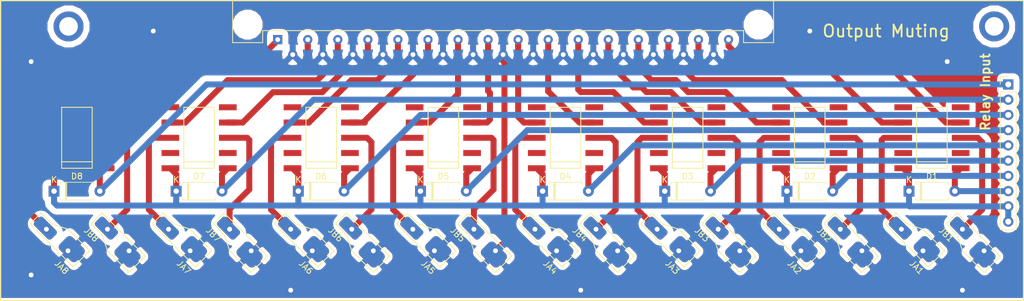
<source format=kicad_pcb>
(kicad_pcb (version 20171130) (host pcbnew 5.0.2-bee76a0~70~ubuntu16.04.1)

  (general
    (thickness 1.6)
    (drawings 6)
    (tracks 302)
    (zones 0)
    (modules 34)
    (nets 43)
  )

  (page A4)
  (layers
    (0 F.Cu signal)
    (31 B.Cu signal)
    (32 B.Adhes user)
    (33 F.Adhes user)
    (34 B.Paste user)
    (35 F.Paste user)
    (36 B.SilkS user)
    (37 F.SilkS user)
    (38 B.Mask user)
    (39 F.Mask user)
    (40 Dwgs.User user)
    (41 Cmts.User user)
    (42 Eco1.User user)
    (43 Eco2.User user)
    (44 Edge.Cuts user)
    (45 Margin user)
    (46 B.CrtYd user)
    (47 F.CrtYd user)
    (48 B.Fab user)
    (49 F.Fab user hide)
  )

  (setup
    (last_trace_width 1)
    (trace_clearance 1)
    (zone_clearance 1)
    (zone_45_only no)
    (trace_min 0.2)
    (segment_width 0.2)
    (edge_width 0.15)
    (via_size 0.8)
    (via_drill 0.4)
    (via_min_size 0.4)
    (via_min_drill 0.3)
    (uvia_size 0.3)
    (uvia_drill 0.1)
    (uvias_allowed no)
    (uvia_min_size 0.2)
    (uvia_min_drill 0.1)
    (pcb_text_width 0.3)
    (pcb_text_size 1.5 1.5)
    (mod_edge_width 0.15)
    (mod_text_size 1 1)
    (mod_text_width 0.15)
    (pad_size 1.524 1.524)
    (pad_drill 0.762)
    (pad_to_mask_clearance 0.051)
    (solder_mask_min_width 0.25)
    (aux_axis_origin 0 0)
    (visible_elements FFFFFF7F)
    (pcbplotparams
      (layerselection 0x010fc_ffffffff)
      (usegerberextensions false)
      (usegerberattributes false)
      (usegerberadvancedattributes false)
      (creategerberjobfile false)
      (excludeedgelayer true)
      (linewidth 0.100000)
      (plotframeref false)
      (viasonmask false)
      (mode 1)
      (useauxorigin false)
      (hpglpennumber 1)
      (hpglpenspeed 20)
      (hpglpendiameter 15.000000)
      (psnegative false)
      (psa4output false)
      (plotreference true)
      (plotvalue true)
      (plotinvisibletext false)
      (padsonsilk false)
      (subtractmaskfromsilk false)
      (outputformat 1)
      (mirror false)
      (drillshape 1)
      (scaleselection 1)
      (outputdirectory ""))
  )

  (net 0 "")
  (net 1 /relay/Relais1)
  (net 2 +9V)
  (net 3 /relay/Relais5)
  (net 4 /relay/Relais2)
  (net 5 /relay/Relais6)
  (net 6 /relay/Relais3)
  (net 7 /relay/Relais7)
  (net 8 /relay/Relais4)
  (net 9 /relay/Relais8)
  (net 10 GNDA)
  (net 11 /relay/R1A_NO)
  (net 12 /relay/R2B_NO)
  (net 13 /relay/R2A_NO)
  (net 14 /relay/R3B_NO)
  (net 15 /relay/R3A_NO)
  (net 16 /relay/R4B_NO)
  (net 17 /relay/R4A_NO)
  (net 18 /relay/R5B_NO)
  (net 19 /relay/R5A_NO)
  (net 20 /relay/R6B_NO)
  (net 21 /relay/R6A_NO)
  (net 22 /relay/R7B_NO)
  (net 23 /relay/R7A_NO)
  (net 24 /relay/R8B_NO)
  (net 25 /relay/R8A_NO)
  (net 26 "/output pads/1L")
  (net 27 "/output pads/2L")
  (net 28 "/output pads/3L")
  (net 29 "/output pads/4L")
  (net 30 "/output pads/5L")
  (net 31 "/output pads/6L")
  (net 32 "/output pads/7L")
  (net 33 "/output pads/8L")
  (net 34 "/output pads/1R")
  (net 35 "/output pads/2R")
  (net 36 "/output pads/3R")
  (net 37 "/output pads/4R")
  (net 38 "/output pads/5R")
  (net 39 "/output pads/6R")
  (net 40 "/output pads/7R")
  (net 41 "/output pads/8R")
  (net 42 /relay/R1B_NO)

  (net_class Default "This is the default net class."
    (clearance 1)
    (trace_width 1)
    (via_dia 0.8)
    (via_drill 0.4)
    (uvia_dia 0.3)
    (uvia_drill 0.1)
    (add_net +9V)
    (add_net "/output pads/1L")
    (add_net "/output pads/1R")
    (add_net "/output pads/2L")
    (add_net "/output pads/2R")
    (add_net "/output pads/3L")
    (add_net "/output pads/3R")
    (add_net "/output pads/4L")
    (add_net "/output pads/4R")
    (add_net "/output pads/5L")
    (add_net "/output pads/5R")
    (add_net "/output pads/6L")
    (add_net "/output pads/6R")
    (add_net "/output pads/7L")
    (add_net "/output pads/7R")
    (add_net "/output pads/8L")
    (add_net "/output pads/8R")
    (add_net /relay/R1A_NO)
    (add_net /relay/R1B_NO)
    (add_net /relay/R2A_NO)
    (add_net /relay/R2B_NO)
    (add_net /relay/R3A_NO)
    (add_net /relay/R3B_NO)
    (add_net /relay/R4A_NO)
    (add_net /relay/R4B_NO)
    (add_net /relay/R5A_NO)
    (add_net /relay/R5B_NO)
    (add_net /relay/R6A_NO)
    (add_net /relay/R6B_NO)
    (add_net /relay/R7A_NO)
    (add_net /relay/R7B_NO)
    (add_net /relay/R8A_NO)
    (add_net /relay/R8B_NO)
    (add_net /relay/Relais1)
    (add_net /relay/Relais2)
    (add_net /relay/Relais3)
    (add_net /relay/Relais4)
    (add_net /relay/Relais5)
    (add_net /relay/Relais6)
    (add_net /relay/Relais7)
    (add_net /relay/Relais8)
    (add_net GNDA)
  )

  (module Diode_THT:D_A-405_P7.62mm_Horizontal (layer F.Cu) (tedit 5AE50CD5) (tstamp 5CE3D31C)
    (at 163.83 44.45)
    (descr "Diode, A-405 series, Axial, Horizontal, pin pitch=7.62mm, , length*diameter=5.2*2.7mm^2, , http://www.diodes.com/_files/packages/A-405.pdf")
    (tags "Diode A-405 series Axial Horizontal pin pitch 7.62mm  length 5.2mm diameter 2.7mm")
    (path /5CE3EA9A/5CD2E7CE)
    (fp_text reference D1 (at 3.81 -2.47) (layer F.SilkS)
      (effects (font (size 1 1) (thickness 0.15)))
    )
    (fp_text value D (at 3.81 2.47) (layer F.Fab)
      (effects (font (size 1 1) (thickness 0.15)))
    )
    (fp_text user K (at 0 -1.9) (layer F.SilkS)
      (effects (font (size 1 1) (thickness 0.15)))
    )
    (fp_text user K (at 0 -1.9) (layer F.Fab)
      (effects (font (size 1 1) (thickness 0.15)))
    )
    (fp_text user %R (at 4.2 0) (layer F.Fab)
      (effects (font (size 1 1) (thickness 0.15)))
    )
    (fp_line (start 8.77 -1.6) (end -1.15 -1.6) (layer F.CrtYd) (width 0.05))
    (fp_line (start 8.77 1.6) (end 8.77 -1.6) (layer F.CrtYd) (width 0.05))
    (fp_line (start -1.15 1.6) (end 8.77 1.6) (layer F.CrtYd) (width 0.05))
    (fp_line (start -1.15 -1.6) (end -1.15 1.6) (layer F.CrtYd) (width 0.05))
    (fp_line (start 1.87 -1.47) (end 1.87 1.47) (layer F.SilkS) (width 0.12))
    (fp_line (start 2.11 -1.47) (end 2.11 1.47) (layer F.SilkS) (width 0.12))
    (fp_line (start 1.99 -1.47) (end 1.99 1.47) (layer F.SilkS) (width 0.12))
    (fp_line (start 6.53 1.47) (end 6.53 1.14) (layer F.SilkS) (width 0.12))
    (fp_line (start 1.09 1.47) (end 6.53 1.47) (layer F.SilkS) (width 0.12))
    (fp_line (start 1.09 1.14) (end 1.09 1.47) (layer F.SilkS) (width 0.12))
    (fp_line (start 6.53 -1.47) (end 6.53 -1.14) (layer F.SilkS) (width 0.12))
    (fp_line (start 1.09 -1.47) (end 6.53 -1.47) (layer F.SilkS) (width 0.12))
    (fp_line (start 1.09 -1.14) (end 1.09 -1.47) (layer F.SilkS) (width 0.12))
    (fp_line (start 1.89 -1.35) (end 1.89 1.35) (layer F.Fab) (width 0.1))
    (fp_line (start 2.09 -1.35) (end 2.09 1.35) (layer F.Fab) (width 0.1))
    (fp_line (start 1.99 -1.35) (end 1.99 1.35) (layer F.Fab) (width 0.1))
    (fp_line (start 7.62 0) (end 6.41 0) (layer F.Fab) (width 0.1))
    (fp_line (start 0 0) (end 1.21 0) (layer F.Fab) (width 0.1))
    (fp_line (start 6.41 -1.35) (end 1.21 -1.35) (layer F.Fab) (width 0.1))
    (fp_line (start 6.41 1.35) (end 6.41 -1.35) (layer F.Fab) (width 0.1))
    (fp_line (start 1.21 1.35) (end 6.41 1.35) (layer F.Fab) (width 0.1))
    (fp_line (start 1.21 -1.35) (end 1.21 1.35) (layer F.Fab) (width 0.1))
    (pad 2 thru_hole oval (at 7.62 0) (size 1.8 1.8) (drill 0.9) (layers *.Cu *.Mask)
      (net 1 /relay/Relais1))
    (pad 1 thru_hole rect (at 0 0) (size 1.8 1.8) (drill 0.9) (layers *.Cu *.Mask)
      (net 2 +9V))
    (model ${KISYS3DMOD}/Diode_THT.3dshapes/D_A-405_P7.62mm_Horizontal.wrl
      (at (xyz 0 0 0))
      (scale (xyz 1 1 1))
      (rotate (xyz 0 0 0))
    )
  )

  (module Diode_THT:D_A-405_P7.62mm_Horizontal (layer F.Cu) (tedit 5AE50CD5) (tstamp 5CE3D33B)
    (at 143.51 44.45)
    (descr "Diode, A-405 series, Axial, Horizontal, pin pitch=7.62mm, , length*diameter=5.2*2.7mm^2, , http://www.diodes.com/_files/packages/A-405.pdf")
    (tags "Diode A-405 series Axial Horizontal pin pitch 7.62mm  length 5.2mm diameter 2.7mm")
    (path /5CE3EA9A/5CD3037D)
    (fp_text reference D2 (at 3.81 -2.47) (layer F.SilkS)
      (effects (font (size 1 1) (thickness 0.15)))
    )
    (fp_text value D (at 3.81 2.47) (layer F.Fab)
      (effects (font (size 1 1) (thickness 0.15)))
    )
    (fp_line (start 1.21 -1.35) (end 1.21 1.35) (layer F.Fab) (width 0.1))
    (fp_line (start 1.21 1.35) (end 6.41 1.35) (layer F.Fab) (width 0.1))
    (fp_line (start 6.41 1.35) (end 6.41 -1.35) (layer F.Fab) (width 0.1))
    (fp_line (start 6.41 -1.35) (end 1.21 -1.35) (layer F.Fab) (width 0.1))
    (fp_line (start 0 0) (end 1.21 0) (layer F.Fab) (width 0.1))
    (fp_line (start 7.62 0) (end 6.41 0) (layer F.Fab) (width 0.1))
    (fp_line (start 1.99 -1.35) (end 1.99 1.35) (layer F.Fab) (width 0.1))
    (fp_line (start 2.09 -1.35) (end 2.09 1.35) (layer F.Fab) (width 0.1))
    (fp_line (start 1.89 -1.35) (end 1.89 1.35) (layer F.Fab) (width 0.1))
    (fp_line (start 1.09 -1.14) (end 1.09 -1.47) (layer F.SilkS) (width 0.12))
    (fp_line (start 1.09 -1.47) (end 6.53 -1.47) (layer F.SilkS) (width 0.12))
    (fp_line (start 6.53 -1.47) (end 6.53 -1.14) (layer F.SilkS) (width 0.12))
    (fp_line (start 1.09 1.14) (end 1.09 1.47) (layer F.SilkS) (width 0.12))
    (fp_line (start 1.09 1.47) (end 6.53 1.47) (layer F.SilkS) (width 0.12))
    (fp_line (start 6.53 1.47) (end 6.53 1.14) (layer F.SilkS) (width 0.12))
    (fp_line (start 1.99 -1.47) (end 1.99 1.47) (layer F.SilkS) (width 0.12))
    (fp_line (start 2.11 -1.47) (end 2.11 1.47) (layer F.SilkS) (width 0.12))
    (fp_line (start 1.87 -1.47) (end 1.87 1.47) (layer F.SilkS) (width 0.12))
    (fp_line (start -1.15 -1.6) (end -1.15 1.6) (layer F.CrtYd) (width 0.05))
    (fp_line (start -1.15 1.6) (end 8.77 1.6) (layer F.CrtYd) (width 0.05))
    (fp_line (start 8.77 1.6) (end 8.77 -1.6) (layer F.CrtYd) (width 0.05))
    (fp_line (start 8.77 -1.6) (end -1.15 -1.6) (layer F.CrtYd) (width 0.05))
    (fp_text user %R (at 4.2 0) (layer F.Fab)
      (effects (font (size 1 1) (thickness 0.15)))
    )
    (fp_text user K (at 0 -1.9) (layer F.Fab)
      (effects (font (size 1 1) (thickness 0.15)))
    )
    (fp_text user K (at 0 -1.9) (layer F.SilkS)
      (effects (font (size 1 1) (thickness 0.15)))
    )
    (pad 1 thru_hole rect (at 0 0) (size 1.8 1.8) (drill 0.9) (layers *.Cu *.Mask)
      (net 2 +9V))
    (pad 2 thru_hole oval (at 7.62 0) (size 1.8 1.8) (drill 0.9) (layers *.Cu *.Mask)
      (net 4 /relay/Relais2))
    (model ${KISYS3DMOD}/Diode_THT.3dshapes/D_A-405_P7.62mm_Horizontal.wrl
      (at (xyz 0 0 0))
      (scale (xyz 1 1 1))
      (rotate (xyz 0 0 0))
    )
  )

  (module Diode_THT:D_A-405_P7.62mm_Horizontal (layer F.Cu) (tedit 5AE50CD5) (tstamp 5CE3D35A)
    (at 123.19 44.45)
    (descr "Diode, A-405 series, Axial, Horizontal, pin pitch=7.62mm, , length*diameter=5.2*2.7mm^2, , http://www.diodes.com/_files/packages/A-405.pdf")
    (tags "Diode A-405 series Axial Horizontal pin pitch 7.62mm  length 5.2mm diameter 2.7mm")
    (path /5CE3EA9A/5CD316ED)
    (fp_text reference D3 (at 3.81 -2.47) (layer F.SilkS)
      (effects (font (size 1 1) (thickness 0.15)))
    )
    (fp_text value D (at 3.81 2.47) (layer F.Fab)
      (effects (font (size 1 1) (thickness 0.15)))
    )
    (fp_text user K (at 0 -1.9) (layer F.SilkS)
      (effects (font (size 1 1) (thickness 0.15)))
    )
    (fp_text user K (at 0 -1.9) (layer F.Fab)
      (effects (font (size 1 1) (thickness 0.15)))
    )
    (fp_text user %R (at 4.2 0) (layer F.Fab)
      (effects (font (size 1 1) (thickness 0.15)))
    )
    (fp_line (start 8.77 -1.6) (end -1.15 -1.6) (layer F.CrtYd) (width 0.05))
    (fp_line (start 8.77 1.6) (end 8.77 -1.6) (layer F.CrtYd) (width 0.05))
    (fp_line (start -1.15 1.6) (end 8.77 1.6) (layer F.CrtYd) (width 0.05))
    (fp_line (start -1.15 -1.6) (end -1.15 1.6) (layer F.CrtYd) (width 0.05))
    (fp_line (start 1.87 -1.47) (end 1.87 1.47) (layer F.SilkS) (width 0.12))
    (fp_line (start 2.11 -1.47) (end 2.11 1.47) (layer F.SilkS) (width 0.12))
    (fp_line (start 1.99 -1.47) (end 1.99 1.47) (layer F.SilkS) (width 0.12))
    (fp_line (start 6.53 1.47) (end 6.53 1.14) (layer F.SilkS) (width 0.12))
    (fp_line (start 1.09 1.47) (end 6.53 1.47) (layer F.SilkS) (width 0.12))
    (fp_line (start 1.09 1.14) (end 1.09 1.47) (layer F.SilkS) (width 0.12))
    (fp_line (start 6.53 -1.47) (end 6.53 -1.14) (layer F.SilkS) (width 0.12))
    (fp_line (start 1.09 -1.47) (end 6.53 -1.47) (layer F.SilkS) (width 0.12))
    (fp_line (start 1.09 -1.14) (end 1.09 -1.47) (layer F.SilkS) (width 0.12))
    (fp_line (start 1.89 -1.35) (end 1.89 1.35) (layer F.Fab) (width 0.1))
    (fp_line (start 2.09 -1.35) (end 2.09 1.35) (layer F.Fab) (width 0.1))
    (fp_line (start 1.99 -1.35) (end 1.99 1.35) (layer F.Fab) (width 0.1))
    (fp_line (start 7.62 0) (end 6.41 0) (layer F.Fab) (width 0.1))
    (fp_line (start 0 0) (end 1.21 0) (layer F.Fab) (width 0.1))
    (fp_line (start 6.41 -1.35) (end 1.21 -1.35) (layer F.Fab) (width 0.1))
    (fp_line (start 6.41 1.35) (end 6.41 -1.35) (layer F.Fab) (width 0.1))
    (fp_line (start 1.21 1.35) (end 6.41 1.35) (layer F.Fab) (width 0.1))
    (fp_line (start 1.21 -1.35) (end 1.21 1.35) (layer F.Fab) (width 0.1))
    (pad 2 thru_hole oval (at 7.62 0) (size 1.8 1.8) (drill 0.9) (layers *.Cu *.Mask)
      (net 6 /relay/Relais3))
    (pad 1 thru_hole rect (at 0 0) (size 1.8 1.8) (drill 0.9) (layers *.Cu *.Mask)
      (net 2 +9V))
    (model ${KISYS3DMOD}/Diode_THT.3dshapes/D_A-405_P7.62mm_Horizontal.wrl
      (at (xyz 0 0 0))
      (scale (xyz 1 1 1))
      (rotate (xyz 0 0 0))
    )
  )

  (module Diode_THT:D_A-405_P7.62mm_Horizontal (layer F.Cu) (tedit 5AE50CD5) (tstamp 5CE3D379)
    (at 102.87 44.45)
    (descr "Diode, A-405 series, Axial, Horizontal, pin pitch=7.62mm, , length*diameter=5.2*2.7mm^2, , http://www.diodes.com/_files/packages/A-405.pdf")
    (tags "Diode A-405 series Axial Horizontal pin pitch 7.62mm  length 5.2mm diameter 2.7mm")
    (path /5CE3EA9A/5CD3173F)
    (fp_text reference D4 (at 3.81 -2.47) (layer F.SilkS)
      (effects (font (size 1 1) (thickness 0.15)))
    )
    (fp_text value D (at 3.81 2.47) (layer F.Fab)
      (effects (font (size 1 1) (thickness 0.15)))
    )
    (fp_line (start 1.21 -1.35) (end 1.21 1.35) (layer F.Fab) (width 0.1))
    (fp_line (start 1.21 1.35) (end 6.41 1.35) (layer F.Fab) (width 0.1))
    (fp_line (start 6.41 1.35) (end 6.41 -1.35) (layer F.Fab) (width 0.1))
    (fp_line (start 6.41 -1.35) (end 1.21 -1.35) (layer F.Fab) (width 0.1))
    (fp_line (start 0 0) (end 1.21 0) (layer F.Fab) (width 0.1))
    (fp_line (start 7.62 0) (end 6.41 0) (layer F.Fab) (width 0.1))
    (fp_line (start 1.99 -1.35) (end 1.99 1.35) (layer F.Fab) (width 0.1))
    (fp_line (start 2.09 -1.35) (end 2.09 1.35) (layer F.Fab) (width 0.1))
    (fp_line (start 1.89 -1.35) (end 1.89 1.35) (layer F.Fab) (width 0.1))
    (fp_line (start 1.09 -1.14) (end 1.09 -1.47) (layer F.SilkS) (width 0.12))
    (fp_line (start 1.09 -1.47) (end 6.53 -1.47) (layer F.SilkS) (width 0.12))
    (fp_line (start 6.53 -1.47) (end 6.53 -1.14) (layer F.SilkS) (width 0.12))
    (fp_line (start 1.09 1.14) (end 1.09 1.47) (layer F.SilkS) (width 0.12))
    (fp_line (start 1.09 1.47) (end 6.53 1.47) (layer F.SilkS) (width 0.12))
    (fp_line (start 6.53 1.47) (end 6.53 1.14) (layer F.SilkS) (width 0.12))
    (fp_line (start 1.99 -1.47) (end 1.99 1.47) (layer F.SilkS) (width 0.12))
    (fp_line (start 2.11 -1.47) (end 2.11 1.47) (layer F.SilkS) (width 0.12))
    (fp_line (start 1.87 -1.47) (end 1.87 1.47) (layer F.SilkS) (width 0.12))
    (fp_line (start -1.15 -1.6) (end -1.15 1.6) (layer F.CrtYd) (width 0.05))
    (fp_line (start -1.15 1.6) (end 8.77 1.6) (layer F.CrtYd) (width 0.05))
    (fp_line (start 8.77 1.6) (end 8.77 -1.6) (layer F.CrtYd) (width 0.05))
    (fp_line (start 8.77 -1.6) (end -1.15 -1.6) (layer F.CrtYd) (width 0.05))
    (fp_text user %R (at 4.2 0) (layer F.Fab)
      (effects (font (size 1 1) (thickness 0.15)))
    )
    (fp_text user K (at 0 -1.9) (layer F.Fab)
      (effects (font (size 1 1) (thickness 0.15)))
    )
    (fp_text user K (at 0 -1.9) (layer F.SilkS)
      (effects (font (size 1 1) (thickness 0.15)))
    )
    (pad 1 thru_hole rect (at 0 0) (size 1.8 1.8) (drill 0.9) (layers *.Cu *.Mask)
      (net 2 +9V))
    (pad 2 thru_hole oval (at 7.62 0) (size 1.8 1.8) (drill 0.9) (layers *.Cu *.Mask)
      (net 8 /relay/Relais4))
    (model ${KISYS3DMOD}/Diode_THT.3dshapes/D_A-405_P7.62mm_Horizontal.wrl
      (at (xyz 0 0 0))
      (scale (xyz 1 1 1))
      (rotate (xyz 0 0 0))
    )
  )

  (module Diode_THT:D_A-405_P7.62mm_Horizontal (layer F.Cu) (tedit 5AE50CD5) (tstamp 5CE3D398)
    (at 82.55 44.45)
    (descr "Diode, A-405 series, Axial, Horizontal, pin pitch=7.62mm, , length*diameter=5.2*2.7mm^2, , http://www.diodes.com/_files/packages/A-405.pdf")
    (tags "Diode A-405 series Axial Horizontal pin pitch 7.62mm  length 5.2mm diameter 2.7mm")
    (path /5CE3EA9A/5CD2FCE5)
    (fp_text reference D5 (at 3.81 -2.47) (layer F.SilkS)
      (effects (font (size 1 1) (thickness 0.15)))
    )
    (fp_text value D (at 3.81 2.47) (layer F.Fab)
      (effects (font (size 1 1) (thickness 0.15)))
    )
    (fp_text user K (at 0 -1.9) (layer F.SilkS)
      (effects (font (size 1 1) (thickness 0.15)))
    )
    (fp_text user K (at 0 -1.9) (layer F.Fab)
      (effects (font (size 1 1) (thickness 0.15)))
    )
    (fp_text user %R (at 4.2 0) (layer F.Fab)
      (effects (font (size 1 1) (thickness 0.15)))
    )
    (fp_line (start 8.77 -1.6) (end -1.15 -1.6) (layer F.CrtYd) (width 0.05))
    (fp_line (start 8.77 1.6) (end 8.77 -1.6) (layer F.CrtYd) (width 0.05))
    (fp_line (start -1.15 1.6) (end 8.77 1.6) (layer F.CrtYd) (width 0.05))
    (fp_line (start -1.15 -1.6) (end -1.15 1.6) (layer F.CrtYd) (width 0.05))
    (fp_line (start 1.87 -1.47) (end 1.87 1.47) (layer F.SilkS) (width 0.12))
    (fp_line (start 2.11 -1.47) (end 2.11 1.47) (layer F.SilkS) (width 0.12))
    (fp_line (start 1.99 -1.47) (end 1.99 1.47) (layer F.SilkS) (width 0.12))
    (fp_line (start 6.53 1.47) (end 6.53 1.14) (layer F.SilkS) (width 0.12))
    (fp_line (start 1.09 1.47) (end 6.53 1.47) (layer F.SilkS) (width 0.12))
    (fp_line (start 1.09 1.14) (end 1.09 1.47) (layer F.SilkS) (width 0.12))
    (fp_line (start 6.53 -1.47) (end 6.53 -1.14) (layer F.SilkS) (width 0.12))
    (fp_line (start 1.09 -1.47) (end 6.53 -1.47) (layer F.SilkS) (width 0.12))
    (fp_line (start 1.09 -1.14) (end 1.09 -1.47) (layer F.SilkS) (width 0.12))
    (fp_line (start 1.89 -1.35) (end 1.89 1.35) (layer F.Fab) (width 0.1))
    (fp_line (start 2.09 -1.35) (end 2.09 1.35) (layer F.Fab) (width 0.1))
    (fp_line (start 1.99 -1.35) (end 1.99 1.35) (layer F.Fab) (width 0.1))
    (fp_line (start 7.62 0) (end 6.41 0) (layer F.Fab) (width 0.1))
    (fp_line (start 0 0) (end 1.21 0) (layer F.Fab) (width 0.1))
    (fp_line (start 6.41 -1.35) (end 1.21 -1.35) (layer F.Fab) (width 0.1))
    (fp_line (start 6.41 1.35) (end 6.41 -1.35) (layer F.Fab) (width 0.1))
    (fp_line (start 1.21 1.35) (end 6.41 1.35) (layer F.Fab) (width 0.1))
    (fp_line (start 1.21 -1.35) (end 1.21 1.35) (layer F.Fab) (width 0.1))
    (pad 2 thru_hole oval (at 7.62 0) (size 1.8 1.8) (drill 0.9) (layers *.Cu *.Mask)
      (net 3 /relay/Relais5))
    (pad 1 thru_hole rect (at 0 0) (size 1.8 1.8) (drill 0.9) (layers *.Cu *.Mask)
      (net 2 +9V))
    (model ${KISYS3DMOD}/Diode_THT.3dshapes/D_A-405_P7.62mm_Horizontal.wrl
      (at (xyz 0 0 0))
      (scale (xyz 1 1 1))
      (rotate (xyz 0 0 0))
    )
  )

  (module Diode_THT:D_A-405_P7.62mm_Horizontal (layer F.Cu) (tedit 5AE50CD5) (tstamp 5CE3D3B7)
    (at 62.23 44.45)
    (descr "Diode, A-405 series, Axial, Horizontal, pin pitch=7.62mm, , length*diameter=5.2*2.7mm^2, , http://www.diodes.com/_files/packages/A-405.pdf")
    (tags "Diode A-405 series Axial Horizontal pin pitch 7.62mm  length 5.2mm diameter 2.7mm")
    (path /5CE3EA9A/5CD303A6)
    (fp_text reference D6 (at 3.81 -2.47) (layer F.SilkS)
      (effects (font (size 1 1) (thickness 0.15)))
    )
    (fp_text value D (at 3.81 2.47) (layer F.Fab)
      (effects (font (size 1 1) (thickness 0.15)))
    )
    (fp_line (start 1.21 -1.35) (end 1.21 1.35) (layer F.Fab) (width 0.1))
    (fp_line (start 1.21 1.35) (end 6.41 1.35) (layer F.Fab) (width 0.1))
    (fp_line (start 6.41 1.35) (end 6.41 -1.35) (layer F.Fab) (width 0.1))
    (fp_line (start 6.41 -1.35) (end 1.21 -1.35) (layer F.Fab) (width 0.1))
    (fp_line (start 0 0) (end 1.21 0) (layer F.Fab) (width 0.1))
    (fp_line (start 7.62 0) (end 6.41 0) (layer F.Fab) (width 0.1))
    (fp_line (start 1.99 -1.35) (end 1.99 1.35) (layer F.Fab) (width 0.1))
    (fp_line (start 2.09 -1.35) (end 2.09 1.35) (layer F.Fab) (width 0.1))
    (fp_line (start 1.89 -1.35) (end 1.89 1.35) (layer F.Fab) (width 0.1))
    (fp_line (start 1.09 -1.14) (end 1.09 -1.47) (layer F.SilkS) (width 0.12))
    (fp_line (start 1.09 -1.47) (end 6.53 -1.47) (layer F.SilkS) (width 0.12))
    (fp_line (start 6.53 -1.47) (end 6.53 -1.14) (layer F.SilkS) (width 0.12))
    (fp_line (start 1.09 1.14) (end 1.09 1.47) (layer F.SilkS) (width 0.12))
    (fp_line (start 1.09 1.47) (end 6.53 1.47) (layer F.SilkS) (width 0.12))
    (fp_line (start 6.53 1.47) (end 6.53 1.14) (layer F.SilkS) (width 0.12))
    (fp_line (start 1.99 -1.47) (end 1.99 1.47) (layer F.SilkS) (width 0.12))
    (fp_line (start 2.11 -1.47) (end 2.11 1.47) (layer F.SilkS) (width 0.12))
    (fp_line (start 1.87 -1.47) (end 1.87 1.47) (layer F.SilkS) (width 0.12))
    (fp_line (start -1.15 -1.6) (end -1.15 1.6) (layer F.CrtYd) (width 0.05))
    (fp_line (start -1.15 1.6) (end 8.77 1.6) (layer F.CrtYd) (width 0.05))
    (fp_line (start 8.77 1.6) (end 8.77 -1.6) (layer F.CrtYd) (width 0.05))
    (fp_line (start 8.77 -1.6) (end -1.15 -1.6) (layer F.CrtYd) (width 0.05))
    (fp_text user %R (at 4.2 0) (layer F.Fab)
      (effects (font (size 1 1) (thickness 0.15)))
    )
    (fp_text user K (at 0 -1.9) (layer F.Fab)
      (effects (font (size 1 1) (thickness 0.15)))
    )
    (fp_text user K (at 0 -1.9) (layer F.SilkS)
      (effects (font (size 1 1) (thickness 0.15)))
    )
    (pad 1 thru_hole rect (at 0 0) (size 1.8 1.8) (drill 0.9) (layers *.Cu *.Mask)
      (net 2 +9V))
    (pad 2 thru_hole oval (at 7.62 0) (size 1.8 1.8) (drill 0.9) (layers *.Cu *.Mask)
      (net 5 /relay/Relais6))
    (model ${KISYS3DMOD}/Diode_THT.3dshapes/D_A-405_P7.62mm_Horizontal.wrl
      (at (xyz 0 0 0))
      (scale (xyz 1 1 1))
      (rotate (xyz 0 0 0))
    )
  )

  (module Diode_THT:D_A-405_P7.62mm_Horizontal (layer F.Cu) (tedit 5AE50CD5) (tstamp 5CE3D3D6)
    (at 41.91 44.45)
    (descr "Diode, A-405 series, Axial, Horizontal, pin pitch=7.62mm, , length*diameter=5.2*2.7mm^2, , http://www.diodes.com/_files/packages/A-405.pdf")
    (tags "Diode A-405 series Axial Horizontal pin pitch 7.62mm  length 5.2mm diameter 2.7mm")
    (path /5CE3EA9A/5CD31716)
    (fp_text reference D7 (at 3.81 -2.47) (layer F.SilkS)
      (effects (font (size 1 1) (thickness 0.15)))
    )
    (fp_text value D (at 3.81 2.47) (layer F.Fab)
      (effects (font (size 1 1) (thickness 0.15)))
    )
    (fp_text user K (at 0 -1.9) (layer F.SilkS)
      (effects (font (size 1 1) (thickness 0.15)))
    )
    (fp_text user K (at 0 -1.9) (layer F.Fab)
      (effects (font (size 1 1) (thickness 0.15)))
    )
    (fp_text user %R (at 4.2 0) (layer F.Fab)
      (effects (font (size 1 1) (thickness 0.15)))
    )
    (fp_line (start 8.77 -1.6) (end -1.15 -1.6) (layer F.CrtYd) (width 0.05))
    (fp_line (start 8.77 1.6) (end 8.77 -1.6) (layer F.CrtYd) (width 0.05))
    (fp_line (start -1.15 1.6) (end 8.77 1.6) (layer F.CrtYd) (width 0.05))
    (fp_line (start -1.15 -1.6) (end -1.15 1.6) (layer F.CrtYd) (width 0.05))
    (fp_line (start 1.87 -1.47) (end 1.87 1.47) (layer F.SilkS) (width 0.12))
    (fp_line (start 2.11 -1.47) (end 2.11 1.47) (layer F.SilkS) (width 0.12))
    (fp_line (start 1.99 -1.47) (end 1.99 1.47) (layer F.SilkS) (width 0.12))
    (fp_line (start 6.53 1.47) (end 6.53 1.14) (layer F.SilkS) (width 0.12))
    (fp_line (start 1.09 1.47) (end 6.53 1.47) (layer F.SilkS) (width 0.12))
    (fp_line (start 1.09 1.14) (end 1.09 1.47) (layer F.SilkS) (width 0.12))
    (fp_line (start 6.53 -1.47) (end 6.53 -1.14) (layer F.SilkS) (width 0.12))
    (fp_line (start 1.09 -1.47) (end 6.53 -1.47) (layer F.SilkS) (width 0.12))
    (fp_line (start 1.09 -1.14) (end 1.09 -1.47) (layer F.SilkS) (width 0.12))
    (fp_line (start 1.89 -1.35) (end 1.89 1.35) (layer F.Fab) (width 0.1))
    (fp_line (start 2.09 -1.35) (end 2.09 1.35) (layer F.Fab) (width 0.1))
    (fp_line (start 1.99 -1.35) (end 1.99 1.35) (layer F.Fab) (width 0.1))
    (fp_line (start 7.62 0) (end 6.41 0) (layer F.Fab) (width 0.1))
    (fp_line (start 0 0) (end 1.21 0) (layer F.Fab) (width 0.1))
    (fp_line (start 6.41 -1.35) (end 1.21 -1.35) (layer F.Fab) (width 0.1))
    (fp_line (start 6.41 1.35) (end 6.41 -1.35) (layer F.Fab) (width 0.1))
    (fp_line (start 1.21 1.35) (end 6.41 1.35) (layer F.Fab) (width 0.1))
    (fp_line (start 1.21 -1.35) (end 1.21 1.35) (layer F.Fab) (width 0.1))
    (pad 2 thru_hole oval (at 7.62 0) (size 1.8 1.8) (drill 0.9) (layers *.Cu *.Mask)
      (net 7 /relay/Relais7))
    (pad 1 thru_hole rect (at 0 0) (size 1.8 1.8) (drill 0.9) (layers *.Cu *.Mask)
      (net 2 +9V))
    (model ${KISYS3DMOD}/Diode_THT.3dshapes/D_A-405_P7.62mm_Horizontal.wrl
      (at (xyz 0 0 0))
      (scale (xyz 1 1 1))
      (rotate (xyz 0 0 0))
    )
  )

  (module Diode_THT:D_A-405_P7.62mm_Horizontal (layer F.Cu) (tedit 5AE50CD5) (tstamp 5CE3D3F5)
    (at 21.59 44.45)
    (descr "Diode, A-405 series, Axial, Horizontal, pin pitch=7.62mm, , length*diameter=5.2*2.7mm^2, , http://www.diodes.com/_files/packages/A-405.pdf")
    (tags "Diode A-405 series Axial Horizontal pin pitch 7.62mm  length 5.2mm diameter 2.7mm")
    (path /5CE3EA9A/5CD31768)
    (fp_text reference D8 (at 3.81 -2.47) (layer F.SilkS)
      (effects (font (size 1 1) (thickness 0.15)))
    )
    (fp_text value D (at 3.81 2.47) (layer F.Fab)
      (effects (font (size 1 1) (thickness 0.15)))
    )
    (fp_line (start 1.21 -1.35) (end 1.21 1.35) (layer F.Fab) (width 0.1))
    (fp_line (start 1.21 1.35) (end 6.41 1.35) (layer F.Fab) (width 0.1))
    (fp_line (start 6.41 1.35) (end 6.41 -1.35) (layer F.Fab) (width 0.1))
    (fp_line (start 6.41 -1.35) (end 1.21 -1.35) (layer F.Fab) (width 0.1))
    (fp_line (start 0 0) (end 1.21 0) (layer F.Fab) (width 0.1))
    (fp_line (start 7.62 0) (end 6.41 0) (layer F.Fab) (width 0.1))
    (fp_line (start 1.99 -1.35) (end 1.99 1.35) (layer F.Fab) (width 0.1))
    (fp_line (start 2.09 -1.35) (end 2.09 1.35) (layer F.Fab) (width 0.1))
    (fp_line (start 1.89 -1.35) (end 1.89 1.35) (layer F.Fab) (width 0.1))
    (fp_line (start 1.09 -1.14) (end 1.09 -1.47) (layer F.SilkS) (width 0.12))
    (fp_line (start 1.09 -1.47) (end 6.53 -1.47) (layer F.SilkS) (width 0.12))
    (fp_line (start 6.53 -1.47) (end 6.53 -1.14) (layer F.SilkS) (width 0.12))
    (fp_line (start 1.09 1.14) (end 1.09 1.47) (layer F.SilkS) (width 0.12))
    (fp_line (start 1.09 1.47) (end 6.53 1.47) (layer F.SilkS) (width 0.12))
    (fp_line (start 6.53 1.47) (end 6.53 1.14) (layer F.SilkS) (width 0.12))
    (fp_line (start 1.99 -1.47) (end 1.99 1.47) (layer F.SilkS) (width 0.12))
    (fp_line (start 2.11 -1.47) (end 2.11 1.47) (layer F.SilkS) (width 0.12))
    (fp_line (start 1.87 -1.47) (end 1.87 1.47) (layer F.SilkS) (width 0.12))
    (fp_line (start -1.15 -1.6) (end -1.15 1.6) (layer F.CrtYd) (width 0.05))
    (fp_line (start -1.15 1.6) (end 8.77 1.6) (layer F.CrtYd) (width 0.05))
    (fp_line (start 8.77 1.6) (end 8.77 -1.6) (layer F.CrtYd) (width 0.05))
    (fp_line (start 8.77 -1.6) (end -1.15 -1.6) (layer F.CrtYd) (width 0.05))
    (fp_text user %R (at 4.2 0) (layer F.Fab)
      (effects (font (size 1 1) (thickness 0.15)))
    )
    (fp_text user K (at 0 -1.9) (layer F.Fab)
      (effects (font (size 1 1) (thickness 0.15)))
    )
    (fp_text user K (at 0 -1.9) (layer F.SilkS)
      (effects (font (size 1 1) (thickness 0.15)))
    )
    (pad 1 thru_hole rect (at 0 0) (size 1.8 1.8) (drill 0.9) (layers *.Cu *.Mask)
      (net 2 +9V))
    (pad 2 thru_hole oval (at 7.62 0) (size 1.8 1.8) (drill 0.9) (layers *.Cu *.Mask)
      (net 9 /relay/Relais8))
    (model ${KISYS3DMOD}/Diode_THT.3dshapes/D_A-405_P7.62mm_Horizontal.wrl
      (at (xyz 0 0 0))
      (scale (xyz 1 1 1))
      (rotate (xyz 0 0 0))
    )
  )

  (module footprints:Schroff_69001-908_Male (layer F.Cu) (tedit 5CE3E1B3) (tstamp 5CE44983)
    (at 96.3 21.7)
    (path /5CE3C8CF)
    (fp_text reference J2 (at 0 -11) (layer F.SilkS) hide
      (effects (font (size 1 1) (thickness 0.15)))
    )
    (fp_text value Conn_02x16_Odd_Even (at 1 -7) (layer F.Fab)
      (effects (font (size 1 1) (thickness 0.15)))
    )
    (fp_line (start -45 -9) (end 45 -9) (layer F.SilkS) (width 0.15))
    (fp_line (start -45 -2) (end -45 -9) (layer F.SilkS) (width 0.15))
    (fp_line (start -40 -2) (end -45 -2) (layer F.SilkS) (width 0.15))
    (fp_line (start -40 -4) (end -40 -2) (layer F.SilkS) (width 0.15))
    (fp_line (start 40 -4) (end -40 -4) (layer F.SilkS) (width 0.15))
    (fp_line (start 40 -2) (end 40 -4) (layer F.SilkS) (width 0.15))
    (fp_line (start 45 -2) (end 40 -2) (layer F.SilkS) (width 0.15))
    (fp_line (start 45 -9) (end 45 -2) (layer F.SilkS) (width 0.15))
    (pad "" np_thru_hole circle (at 42.5 -5) (size 3 3) (drill 3) (layers *.Cu *.Mask))
    (pad "" np_thru_hole circle (at -42.5 -5) (size 3 3) (drill 3) (layers *.Cu *.Mask))
    (pad 31 thru_hole circle (at 37.5 -2.5) (size 1.524 1.524) (drill 0.8) (layers *.Cu *.Mask)
      (net 42 /relay/R1B_NO))
    (pad 30 thru_hole circle (at 35 0) (size 1.524 1.524) (drill 0.8) (layers *.Cu *.Mask)
      (net 10 GNDA))
    (pad 29 thru_hole circle (at 32.5 -2.5) (size 1.524 1.524) (drill 0.8) (layers *.Cu *.Mask)
      (net 11 /relay/R1A_NO))
    (pad 28 thru_hole circle (at 30 0) (size 1.524 1.524) (drill 0.8) (layers *.Cu *.Mask)
      (net 10 GNDA))
    (pad 27 thru_hole circle (at 27.5 -2.5) (size 1.524 1.524) (drill 0.8) (layers *.Cu *.Mask)
      (net 12 /relay/R2B_NO))
    (pad 26 thru_hole circle (at 25 0) (size 1.524 1.524) (drill 0.8) (layers *.Cu *.Mask)
      (net 10 GNDA))
    (pad 25 thru_hole circle (at 22.5 -2.5) (size 1.524 1.524) (drill 0.8) (layers *.Cu *.Mask)
      (net 13 /relay/R2A_NO))
    (pad 24 thru_hole circle (at 20 0) (size 1.524 1.524) (drill 0.8) (layers *.Cu *.Mask)
      (net 10 GNDA))
    (pad 23 thru_hole circle (at 17.5 -2.5) (size 1.524 1.524) (drill 0.8) (layers *.Cu *.Mask)
      (net 14 /relay/R3B_NO))
    (pad 22 thru_hole circle (at 15 0) (size 1.524 1.524) (drill 0.8) (layers *.Cu *.Mask)
      (net 10 GNDA))
    (pad 21 thru_hole circle (at 12.5 -2.5) (size 1.524 1.524) (drill 0.8) (layers *.Cu *.Mask)
      (net 15 /relay/R3A_NO))
    (pad 20 thru_hole circle (at 10 0) (size 1.524 1.524) (drill 0.8) (layers *.Cu *.Mask)
      (net 10 GNDA))
    (pad 19 thru_hole circle (at 7.5 -2.5) (size 1.524 1.524) (drill 0.8) (layers *.Cu *.Mask)
      (net 16 /relay/R4B_NO))
    (pad 18 thru_hole circle (at 5 0) (size 1.524 1.524) (drill 0.8) (layers *.Cu *.Mask)
      (net 10 GNDA))
    (pad 17 thru_hole circle (at 2.5 -2.5) (size 1.524 1.524) (drill 0.8) (layers *.Cu *.Mask)
      (net 17 /relay/R4A_NO))
    (pad 16 thru_hole circle (at 0 0) (size 1.524 1.524) (drill 0.8) (layers *.Cu *.Mask)
      (net 10 GNDA))
    (pad 15 thru_hole circle (at -2.5 -2.5) (size 1.524 1.524) (drill 0.8) (layers *.Cu *.Mask)
      (net 18 /relay/R5B_NO))
    (pad 14 thru_hole circle (at -5 0) (size 1.524 1.524) (drill 0.8) (layers *.Cu *.Mask)
      (net 10 GNDA))
    (pad 13 thru_hole circle (at -7.5 -2.5) (size 1.524 1.524) (drill 0.8) (layers *.Cu *.Mask)
      (net 19 /relay/R5A_NO))
    (pad 12 thru_hole circle (at -10 0) (size 1.524 1.524) (drill 0.8) (layers *.Cu *.Mask)
      (net 10 GNDA))
    (pad 11 thru_hole circle (at -12.5 -2.5) (size 1.524 1.524) (drill 0.8) (layers *.Cu *.Mask)
      (net 20 /relay/R6B_NO))
    (pad 10 thru_hole circle (at -15 0) (size 1.524 1.524) (drill 0.8) (layers *.Cu *.Mask)
      (net 10 GNDA))
    (pad 9 thru_hole circle (at -17.5 -2.5) (size 1.524 1.524) (drill 0.8) (layers *.Cu *.Mask)
      (net 21 /relay/R6A_NO))
    (pad 8 thru_hole circle (at -20 0) (size 1.524 1.524) (drill 0.8) (layers *.Cu *.Mask)
      (net 10 GNDA))
    (pad 7 thru_hole circle (at -22.5 -2.5) (size 1.524 1.524) (drill 0.8) (layers *.Cu *.Mask)
      (net 22 /relay/R7B_NO))
    (pad 6 thru_hole circle (at -25 0) (size 1.524 1.524) (drill 0.8) (layers *.Cu *.Mask)
      (net 10 GNDA))
    (pad 5 thru_hole circle (at -27.5 -2.5) (size 1.524 1.524) (drill 0.8) (layers *.Cu *.Mask)
      (net 23 /relay/R7A_NO))
    (pad 4 thru_hole circle (at -30 0) (size 1.524 1.524) (drill 0.8) (layers *.Cu *.Mask)
      (net 10 GNDA))
    (pad 3 thru_hole circle (at -32.5 -2.5) (size 1.524 1.524) (drill 0.8) (layers *.Cu *.Mask)
      (net 24 /relay/R8B_NO))
    (pad 2 thru_hole circle (at -35 0) (size 1.524 1.524) (drill 0.8) (layers *.Cu *.Mask)
      (net 10 GNDA))
    (pad 1 thru_hole rect (at -37.5 -2.5) (size 1.524 1.524) (drill 0.8) (layers *.Cu *.Mask)
      (net 25 /relay/R8A_NO))
  )

  (module footprints:NEC-EB2-12NU (layer F.Cu) (tedit 5CE3DE32) (tstamp 5CE3F0EA)
    (at 167.64 35.56 90)
    (path /5CE3EA9A/5CD2D6AA)
    (fp_text reference U1 (at 10.16 0 90) (layer F.SilkS) hide
      (effects (font (size 1 1) (thickness 0.15)))
    )
    (fp_text value NEC-EB2-12NU (at 0 0 90) (layer F.Fab)
      (effects (font (size 1 1) (thickness 0.15)))
    )
    (fp_line (start -7.15 -4.65) (end 7.15 -4.65) (layer F.Fab) (width 0.15))
    (fp_line (start 7.15 -4.65) (end 7.15 4.65) (layer F.Fab) (width 0.15))
    (fp_line (start 7.15 4.65) (end -7.15 4.65) (layer F.Fab) (width 0.15))
    (fp_line (start -7.15 4.65) (end -7.15 -4.65) (layer F.Fab) (width 0.15))
    (fp_line (start -6 -4.65) (end -6 4.65) (layer F.Fab) (width 0.15))
    (fp_line (start -5.08 -2.54) (end 5.08 -2.54) (layer F.SilkS) (width 0.15))
    (fp_line (start 5.08 -2.54) (end 5.08 2.54) (layer F.SilkS) (width 0.15))
    (fp_line (start 5.08 2.54) (end -5.08 2.54) (layer F.SilkS) (width 0.15))
    (fp_line (start -5.08 2.54) (end -5.08 -2.54) (layer F.SilkS) (width 0.15))
    (fp_line (start -4 -2.54) (end -4 2.54) (layer F.SilkS) (width 0.15))
    (pad 1 smd rect (at -5.08 -4.78 90) (size 1 2.94) (layers F.Cu F.Paste F.Mask)
      (net 2 +9V))
    (pad 2 smd rect (at -2.54 -4.78 90) (size 1 2.94) (layers F.Cu F.Paste F.Mask))
    (pad 3 smd rect (at 0 -4.78 90) (size 1 2.94) (layers F.Cu F.Paste F.Mask)
      (net 34 "/output pads/1R"))
    (pad 4 smd rect (at 2.54 -4.78 90) (size 1 2.94) (layers F.Cu F.Paste F.Mask)
      (net 11 /relay/R1A_NO))
    (pad 5 smd rect (at 5.08 -4.78 90) (size 1 2.94) (layers F.Cu F.Paste F.Mask))
    (pad 6 smd rect (at 5.08 4.78 90) (size 1 2.94) (layers F.Cu F.Paste F.Mask))
    (pad 7 smd rect (at 2.54 4.78 90) (size 1 2.94) (layers F.Cu F.Paste F.Mask)
      (net 42 /relay/R1B_NO))
    (pad 8 smd rect (at 0 4.78 90) (size 1 2.94) (layers F.Cu F.Paste F.Mask)
      (net 26 "/output pads/1L"))
    (pad 9 smd rect (at -2.54 4.78 90) (size 1 2.94) (layers F.Cu F.Paste F.Mask))
    (pad 10 smd rect (at -5.08 4.78 90) (size 1 2.94) (layers F.Cu F.Paste F.Mask)
      (net 1 /relay/Relais1))
  )

  (module footprints:NEC-EB2-12NU (layer F.Cu) (tedit 5CE3DE24) (tstamp 5CE3D52F)
    (at 86.36 35.56 90)
    (path /5CE3EA9A/5CD2FCCA)
    (fp_text reference U2 (at 10.16 0 90) (layer F.SilkS) hide
      (effects (font (size 1 1) (thickness 0.15)))
    )
    (fp_text value NEC-EB2-12NU (at 0 0 90) (layer F.Fab)
      (effects (font (size 1 1) (thickness 0.15)))
    )
    (fp_line (start -4 -2.54) (end -4 2.54) (layer F.SilkS) (width 0.15))
    (fp_line (start -5.08 2.54) (end -5.08 -2.54) (layer F.SilkS) (width 0.15))
    (fp_line (start 5.08 2.54) (end -5.08 2.54) (layer F.SilkS) (width 0.15))
    (fp_line (start 5.08 -2.54) (end 5.08 2.54) (layer F.SilkS) (width 0.15))
    (fp_line (start -5.08 -2.54) (end 5.08 -2.54) (layer F.SilkS) (width 0.15))
    (fp_line (start -6 -4.65) (end -6 4.65) (layer F.Fab) (width 0.15))
    (fp_line (start -7.15 4.65) (end -7.15 -4.65) (layer F.Fab) (width 0.15))
    (fp_line (start 7.15 4.65) (end -7.15 4.65) (layer F.Fab) (width 0.15))
    (fp_line (start 7.15 -4.65) (end 7.15 4.65) (layer F.Fab) (width 0.15))
    (fp_line (start -7.15 -4.65) (end 7.15 -4.65) (layer F.Fab) (width 0.15))
    (pad 10 smd rect (at -5.08 4.78 90) (size 1 2.94) (layers F.Cu F.Paste F.Mask)
      (net 3 /relay/Relais5))
    (pad 9 smd rect (at -2.54 4.78 90) (size 1 2.94) (layers F.Cu F.Paste F.Mask))
    (pad 8 smd rect (at 0 4.78 90) (size 1 2.94) (layers F.Cu F.Paste F.Mask)
      (net 30 "/output pads/5L"))
    (pad 7 smd rect (at 2.54 4.78 90) (size 1 2.94) (layers F.Cu F.Paste F.Mask)
      (net 18 /relay/R5B_NO))
    (pad 6 smd rect (at 5.08 4.78 90) (size 1 2.94) (layers F.Cu F.Paste F.Mask))
    (pad 5 smd rect (at 5.08 -4.78 90) (size 1 2.94) (layers F.Cu F.Paste F.Mask))
    (pad 4 smd rect (at 2.54 -4.78 90) (size 1 2.94) (layers F.Cu F.Paste F.Mask)
      (net 19 /relay/R5A_NO))
    (pad 3 smd rect (at 0 -4.78 90) (size 1 2.94) (layers F.Cu F.Paste F.Mask)
      (net 38 "/output pads/5R"))
    (pad 2 smd rect (at -2.54 -4.78 90) (size 1 2.94) (layers F.Cu F.Paste F.Mask))
    (pad 1 smd rect (at -5.08 -4.78 90) (size 1 2.94) (layers F.Cu F.Paste F.Mask)
      (net 2 +9V))
  )

  (module footprints:NEC-EB2-12NU (layer F.Cu) (tedit 5CE3DE2E) (tstamp 5CE3D547)
    (at 147.32 35.56 90)
    (path /5CE3EA9A/5CD30362)
    (fp_text reference U3 (at 10.16 0 90) (layer F.SilkS) hide
      (effects (font (size 1 1) (thickness 0.15)))
    )
    (fp_text value NEC-EB2-12NU (at 0 0 90) (layer F.Fab)
      (effects (font (size 1 1) (thickness 0.15)))
    )
    (fp_line (start -7.15 -4.65) (end 7.15 -4.65) (layer F.Fab) (width 0.15))
    (fp_line (start 7.15 -4.65) (end 7.15 4.65) (layer F.Fab) (width 0.15))
    (fp_line (start 7.15 4.65) (end -7.15 4.65) (layer F.Fab) (width 0.15))
    (fp_line (start -7.15 4.65) (end -7.15 -4.65) (layer F.Fab) (width 0.15))
    (fp_line (start -6 -4.65) (end -6 4.65) (layer F.Fab) (width 0.15))
    (fp_line (start -5.08 -2.54) (end 5.08 -2.54) (layer F.SilkS) (width 0.15))
    (fp_line (start 5.08 -2.54) (end 5.08 2.54) (layer F.SilkS) (width 0.15))
    (fp_line (start 5.08 2.54) (end -5.08 2.54) (layer F.SilkS) (width 0.15))
    (fp_line (start -5.08 2.54) (end -5.08 -2.54) (layer F.SilkS) (width 0.15))
    (fp_line (start -4 -2.54) (end -4 2.54) (layer F.SilkS) (width 0.15))
    (pad 1 smd rect (at -5.08 -4.78 90) (size 1 2.94) (layers F.Cu F.Paste F.Mask)
      (net 2 +9V))
    (pad 2 smd rect (at -2.54 -4.78 90) (size 1 2.94) (layers F.Cu F.Paste F.Mask))
    (pad 3 smd rect (at 0 -4.78 90) (size 1 2.94) (layers F.Cu F.Paste F.Mask)
      (net 35 "/output pads/2R"))
    (pad 4 smd rect (at 2.54 -4.78 90) (size 1 2.94) (layers F.Cu F.Paste F.Mask)
      (net 13 /relay/R2A_NO))
    (pad 5 smd rect (at 5.08 -4.78 90) (size 1 2.94) (layers F.Cu F.Paste F.Mask))
    (pad 6 smd rect (at 5.08 4.78 90) (size 1 2.94) (layers F.Cu F.Paste F.Mask))
    (pad 7 smd rect (at 2.54 4.78 90) (size 1 2.94) (layers F.Cu F.Paste F.Mask)
      (net 12 /relay/R2B_NO))
    (pad 8 smd rect (at 0 4.78 90) (size 1 2.94) (layers F.Cu F.Paste F.Mask)
      (net 27 "/output pads/2L"))
    (pad 9 smd rect (at -2.54 4.78 90) (size 1 2.94) (layers F.Cu F.Paste F.Mask))
    (pad 10 smd rect (at -5.08 4.78 90) (size 1 2.94) (layers F.Cu F.Paste F.Mask)
      (net 4 /relay/Relais2))
  )

  (module footprints:NEC-EB2-12NU (layer F.Cu) (tedit 5CE3DE22) (tstamp 5CE3D55F)
    (at 66.04 35.56 90)
    (path /5CE3EA9A/5CD3038B)
    (fp_text reference U4 (at 10.16 0 90) (layer F.SilkS) hide
      (effects (font (size 1 1) (thickness 0.15)))
    )
    (fp_text value NEC-EB2-12NU (at 0 0 90) (layer F.Fab)
      (effects (font (size 1 1) (thickness 0.15)))
    )
    (fp_line (start -4 -2.54) (end -4 2.54) (layer F.SilkS) (width 0.15))
    (fp_line (start -5.08 2.54) (end -5.08 -2.54) (layer F.SilkS) (width 0.15))
    (fp_line (start 5.08 2.54) (end -5.08 2.54) (layer F.SilkS) (width 0.15))
    (fp_line (start 5.08 -2.54) (end 5.08 2.54) (layer F.SilkS) (width 0.15))
    (fp_line (start -5.08 -2.54) (end 5.08 -2.54) (layer F.SilkS) (width 0.15))
    (fp_line (start -6 -4.65) (end -6 4.65) (layer F.Fab) (width 0.15))
    (fp_line (start -7.15 4.65) (end -7.15 -4.65) (layer F.Fab) (width 0.15))
    (fp_line (start 7.15 4.65) (end -7.15 4.65) (layer F.Fab) (width 0.15))
    (fp_line (start 7.15 -4.65) (end 7.15 4.65) (layer F.Fab) (width 0.15))
    (fp_line (start -7.15 -4.65) (end 7.15 -4.65) (layer F.Fab) (width 0.15))
    (pad 10 smd rect (at -5.08 4.78 90) (size 1 2.94) (layers F.Cu F.Paste F.Mask)
      (net 5 /relay/Relais6))
    (pad 9 smd rect (at -2.54 4.78 90) (size 1 2.94) (layers F.Cu F.Paste F.Mask))
    (pad 8 smd rect (at 0 4.78 90) (size 1 2.94) (layers F.Cu F.Paste F.Mask)
      (net 31 "/output pads/6L"))
    (pad 7 smd rect (at 2.54 4.78 90) (size 1 2.94) (layers F.Cu F.Paste F.Mask)
      (net 20 /relay/R6B_NO))
    (pad 6 smd rect (at 5.08 4.78 90) (size 1 2.94) (layers F.Cu F.Paste F.Mask))
    (pad 5 smd rect (at 5.08 -4.78 90) (size 1 2.94) (layers F.Cu F.Paste F.Mask))
    (pad 4 smd rect (at 2.54 -4.78 90) (size 1 2.94) (layers F.Cu F.Paste F.Mask)
      (net 21 /relay/R6A_NO))
    (pad 3 smd rect (at 0 -4.78 90) (size 1 2.94) (layers F.Cu F.Paste F.Mask)
      (net 39 "/output pads/6R"))
    (pad 2 smd rect (at -2.54 -4.78 90) (size 1 2.94) (layers F.Cu F.Paste F.Mask))
    (pad 1 smd rect (at -5.08 -4.78 90) (size 1 2.94) (layers F.Cu F.Paste F.Mask)
      (net 2 +9V))
  )

  (module footprints:NEC-EB2-12NU (layer F.Cu) (tedit 5CE3DE2B) (tstamp 5CE3D577)
    (at 127 35.56 90)
    (path /5CE3EA9A/5CD316D2)
    (fp_text reference U5 (at 10.16 0 90) (layer F.SilkS) hide
      (effects (font (size 1 1) (thickness 0.15)))
    )
    (fp_text value NEC-EB2-12NU (at 0 0 90) (layer F.Fab)
      (effects (font (size 1 1) (thickness 0.15)))
    )
    (fp_line (start -7.15 -4.65) (end 7.15 -4.65) (layer F.Fab) (width 0.15))
    (fp_line (start 7.15 -4.65) (end 7.15 4.65) (layer F.Fab) (width 0.15))
    (fp_line (start 7.15 4.65) (end -7.15 4.65) (layer F.Fab) (width 0.15))
    (fp_line (start -7.15 4.65) (end -7.15 -4.65) (layer F.Fab) (width 0.15))
    (fp_line (start -6 -4.65) (end -6 4.65) (layer F.Fab) (width 0.15))
    (fp_line (start -5.08 -2.54) (end 5.08 -2.54) (layer F.SilkS) (width 0.15))
    (fp_line (start 5.08 -2.54) (end 5.08 2.54) (layer F.SilkS) (width 0.15))
    (fp_line (start 5.08 2.54) (end -5.08 2.54) (layer F.SilkS) (width 0.15))
    (fp_line (start -5.08 2.54) (end -5.08 -2.54) (layer F.SilkS) (width 0.15))
    (fp_line (start -4 -2.54) (end -4 2.54) (layer F.SilkS) (width 0.15))
    (pad 1 smd rect (at -5.08 -4.78 90) (size 1 2.94) (layers F.Cu F.Paste F.Mask)
      (net 2 +9V))
    (pad 2 smd rect (at -2.54 -4.78 90) (size 1 2.94) (layers F.Cu F.Paste F.Mask))
    (pad 3 smd rect (at 0 -4.78 90) (size 1 2.94) (layers F.Cu F.Paste F.Mask)
      (net 36 "/output pads/3R"))
    (pad 4 smd rect (at 2.54 -4.78 90) (size 1 2.94) (layers F.Cu F.Paste F.Mask)
      (net 15 /relay/R3A_NO))
    (pad 5 smd rect (at 5.08 -4.78 90) (size 1 2.94) (layers F.Cu F.Paste F.Mask))
    (pad 6 smd rect (at 5.08 4.78 90) (size 1 2.94) (layers F.Cu F.Paste F.Mask))
    (pad 7 smd rect (at 2.54 4.78 90) (size 1 2.94) (layers F.Cu F.Paste F.Mask)
      (net 14 /relay/R3B_NO))
    (pad 8 smd rect (at 0 4.78 90) (size 1 2.94) (layers F.Cu F.Paste F.Mask)
      (net 28 "/output pads/3L"))
    (pad 9 smd rect (at -2.54 4.78 90) (size 1 2.94) (layers F.Cu F.Paste F.Mask))
    (pad 10 smd rect (at -5.08 4.78 90) (size 1 2.94) (layers F.Cu F.Paste F.Mask)
      (net 6 /relay/Relais3))
  )

  (module footprints:NEC-EB2-12NU (layer F.Cu) (tedit 5CE3DE1E) (tstamp 5CE3D58F)
    (at 45.72 35.56 90)
    (path /5CE3EA9A/5CD316FB)
    (fp_text reference U6 (at 10.16 0 90) (layer F.SilkS) hide
      (effects (font (size 1 1) (thickness 0.15)))
    )
    (fp_text value NEC-EB2-12NU (at 0 0 90) (layer F.Fab)
      (effects (font (size 1 1) (thickness 0.15)))
    )
    (fp_line (start -7.15 -4.65) (end 7.15 -4.65) (layer F.Fab) (width 0.15))
    (fp_line (start 7.15 -4.65) (end 7.15 4.65) (layer F.Fab) (width 0.15))
    (fp_line (start 7.15 4.65) (end -7.15 4.65) (layer F.Fab) (width 0.15))
    (fp_line (start -7.15 4.65) (end -7.15 -4.65) (layer F.Fab) (width 0.15))
    (fp_line (start -6 -4.65) (end -6 4.65) (layer F.Fab) (width 0.15))
    (fp_line (start -5.08 -2.54) (end 5.08 -2.54) (layer F.SilkS) (width 0.15))
    (fp_line (start 5.08 -2.54) (end 5.08 2.54) (layer F.SilkS) (width 0.15))
    (fp_line (start 5.08 2.54) (end -5.08 2.54) (layer F.SilkS) (width 0.15))
    (fp_line (start -5.08 2.54) (end -5.08 -2.54) (layer F.SilkS) (width 0.15))
    (fp_line (start -4 -2.54) (end -4 2.54) (layer F.SilkS) (width 0.15))
    (pad 1 smd rect (at -5.08 -4.78 90) (size 1 2.94) (layers F.Cu F.Paste F.Mask)
      (net 2 +9V))
    (pad 2 smd rect (at -2.54 -4.78 90) (size 1 2.94) (layers F.Cu F.Paste F.Mask))
    (pad 3 smd rect (at 0 -4.78 90) (size 1 2.94) (layers F.Cu F.Paste F.Mask)
      (net 40 "/output pads/7R"))
    (pad 4 smd rect (at 2.54 -4.78 90) (size 1 2.94) (layers F.Cu F.Paste F.Mask)
      (net 23 /relay/R7A_NO))
    (pad 5 smd rect (at 5.08 -4.78 90) (size 1 2.94) (layers F.Cu F.Paste F.Mask))
    (pad 6 smd rect (at 5.08 4.78 90) (size 1 2.94) (layers F.Cu F.Paste F.Mask))
    (pad 7 smd rect (at 2.54 4.78 90) (size 1 2.94) (layers F.Cu F.Paste F.Mask)
      (net 22 /relay/R7B_NO))
    (pad 8 smd rect (at 0 4.78 90) (size 1 2.94) (layers F.Cu F.Paste F.Mask)
      (net 32 "/output pads/7L"))
    (pad 9 smd rect (at -2.54 4.78 90) (size 1 2.94) (layers F.Cu F.Paste F.Mask))
    (pad 10 smd rect (at -5.08 4.78 90) (size 1 2.94) (layers F.Cu F.Paste F.Mask)
      (net 7 /relay/Relais7))
  )

  (module footprints:NEC-EB2-12NU (layer F.Cu) (tedit 5CE3DE28) (tstamp 5CE3D5A7)
    (at 106.68 35.56 90)
    (path /5CE3EA9A/5CD31724)
    (fp_text reference U7 (at 10.16 0 90) (layer F.SilkS) hide
      (effects (font (size 1 1) (thickness 0.15)))
    )
    (fp_text value NEC-EB2-12NU (at 0 0 90) (layer F.Fab)
      (effects (font (size 1 1) (thickness 0.15)))
    )
    (fp_line (start -4 -2.54) (end -4 2.54) (layer F.SilkS) (width 0.15))
    (fp_line (start -5.08 2.54) (end -5.08 -2.54) (layer F.SilkS) (width 0.15))
    (fp_line (start 5.08 2.54) (end -5.08 2.54) (layer F.SilkS) (width 0.15))
    (fp_line (start 5.08 -2.54) (end 5.08 2.54) (layer F.SilkS) (width 0.15))
    (fp_line (start -5.08 -2.54) (end 5.08 -2.54) (layer F.SilkS) (width 0.15))
    (fp_line (start -6 -4.65) (end -6 4.65) (layer F.Fab) (width 0.15))
    (fp_line (start -7.15 4.65) (end -7.15 -4.65) (layer F.Fab) (width 0.15))
    (fp_line (start 7.15 4.65) (end -7.15 4.65) (layer F.Fab) (width 0.15))
    (fp_line (start 7.15 -4.65) (end 7.15 4.65) (layer F.Fab) (width 0.15))
    (fp_line (start -7.15 -4.65) (end 7.15 -4.65) (layer F.Fab) (width 0.15))
    (pad 10 smd rect (at -5.08 4.78 90) (size 1 2.94) (layers F.Cu F.Paste F.Mask)
      (net 8 /relay/Relais4))
    (pad 9 smd rect (at -2.54 4.78 90) (size 1 2.94) (layers F.Cu F.Paste F.Mask))
    (pad 8 smd rect (at 0 4.78 90) (size 1 2.94) (layers F.Cu F.Paste F.Mask)
      (net 29 "/output pads/4L"))
    (pad 7 smd rect (at 2.54 4.78 90) (size 1 2.94) (layers F.Cu F.Paste F.Mask)
      (net 16 /relay/R4B_NO))
    (pad 6 smd rect (at 5.08 4.78 90) (size 1 2.94) (layers F.Cu F.Paste F.Mask))
    (pad 5 smd rect (at 5.08 -4.78 90) (size 1 2.94) (layers F.Cu F.Paste F.Mask))
    (pad 4 smd rect (at 2.54 -4.78 90) (size 1 2.94) (layers F.Cu F.Paste F.Mask)
      (net 17 /relay/R4A_NO))
    (pad 3 smd rect (at 0 -4.78 90) (size 1 2.94) (layers F.Cu F.Paste F.Mask)
      (net 37 "/output pads/4R"))
    (pad 2 smd rect (at -2.54 -4.78 90) (size 1 2.94) (layers F.Cu F.Paste F.Mask))
    (pad 1 smd rect (at -5.08 -4.78 90) (size 1 2.94) (layers F.Cu F.Paste F.Mask)
      (net 2 +9V))
  )

  (module footprints:NEC-EB2-12NU (layer F.Cu) (tedit 5CE3DE1A) (tstamp 5CE3EF5E)
    (at 25.4 35.56 90)
    (path /5CE3EA9A/5CD3174D)
    (fp_text reference U8 (at 10.16 0 90) (layer F.SilkS) hide
      (effects (font (size 1 1) (thickness 0.15)))
    )
    (fp_text value NEC-EB2-12NU (at 0 0 90) (layer F.Fab)
      (effects (font (size 1 1) (thickness 0.15)))
    )
    (fp_line (start -4 -2.54) (end -4 2.54) (layer F.SilkS) (width 0.15))
    (fp_line (start -5.08 2.54) (end -5.08 -2.54) (layer F.SilkS) (width 0.15))
    (fp_line (start 5.08 2.54) (end -5.08 2.54) (layer F.SilkS) (width 0.15))
    (fp_line (start 5.08 -2.54) (end 5.08 2.54) (layer F.SilkS) (width 0.15))
    (fp_line (start -5.08 -2.54) (end 5.08 -2.54) (layer F.SilkS) (width 0.15))
    (fp_line (start -6 -4.65) (end -6 4.65) (layer F.Fab) (width 0.15))
    (fp_line (start -7.15 4.65) (end -7.15 -4.65) (layer F.Fab) (width 0.15))
    (fp_line (start 7.15 4.65) (end -7.15 4.65) (layer F.Fab) (width 0.15))
    (fp_line (start 7.15 -4.65) (end 7.15 4.65) (layer F.Fab) (width 0.15))
    (fp_line (start -7.15 -4.65) (end 7.15 -4.65) (layer F.Fab) (width 0.15))
    (pad 10 smd rect (at -5.08 4.78 90) (size 1 2.94) (layers F.Cu F.Paste F.Mask)
      (net 9 /relay/Relais8))
    (pad 9 smd rect (at -2.54 4.78 90) (size 1 2.94) (layers F.Cu F.Paste F.Mask))
    (pad 8 smd rect (at 0 4.78 90) (size 1 2.94) (layers F.Cu F.Paste F.Mask)
      (net 33 "/output pads/8L"))
    (pad 7 smd rect (at 2.54 4.78 90) (size 1 2.94) (layers F.Cu F.Paste F.Mask)
      (net 24 /relay/R8B_NO))
    (pad 6 smd rect (at 5.08 4.78 90) (size 1 2.94) (layers F.Cu F.Paste F.Mask))
    (pad 5 smd rect (at 5.08 -4.78 90) (size 1 2.94) (layers F.Cu F.Paste F.Mask))
    (pad 4 smd rect (at 2.54 -4.78 90) (size 1 2.94) (layers F.Cu F.Paste F.Mask)
      (net 25 /relay/R8A_NO))
    (pad 3 smd rect (at 0 -4.78 90) (size 1 2.94) (layers F.Cu F.Paste F.Mask)
      (net 41 "/output pads/8R"))
    (pad 2 smd rect (at -2.54 -4.78 90) (size 1 2.94) (layers F.Cu F.Paste F.Mask))
    (pad 1 smd rect (at -5.08 -4.78 90) (size 1 2.94) (layers F.Cu F.Paste F.Mask)
      (net 2 +9V))
  )

  (module footprints:coax_solder_pad_flipped (layer F.Cu) (tedit 5CD00DB1) (tstamp 5CE4385A)
    (at 166.152102 54.392102 135)
    (path /5CE52E53/5CE531B5)
    (fp_text reference JA1 (at -1.20618 -2.694077 135) (layer F.SilkS)
      (effects (font (size 1 1) (thickness 0.15)))
    )
    (fp_text value Conn_01x02 (at 3.57 -3.57 135) (layer F.Fab)
      (effects (font (size 1 1) (thickness 0.15)))
    )
    (fp_line (start -2.54 2.54) (end 2.54 2.54) (layer F.SilkS) (width 0.15))
    (fp_line (start 2.54 2.54) (end 5.08 1.27) (layer F.SilkS) (width 0.15))
    (fp_line (start 5.08 1.27) (end 7.62 1.27) (layer F.SilkS) (width 0.15))
    (fp_line (start 7.62 1.27) (end 7.62 -1.27) (layer F.SilkS) (width 0.15))
    (fp_line (start 7.62 -1.27) (end -2.54 -1.27) (layer F.SilkS) (width 0.15))
    (fp_line (start -2.54 -1.27) (end -2.54 2.54) (layer F.SilkS) (width 0.15))
    (pad 1 thru_hole roundrect (at 0 0 315) (size 4 3) (drill 0.8 (offset 0.254 -0.635)) (layers *.Cu *.Mask) (roundrect_rratio 0.25)
      (net 10 GNDA))
    (pad 2 thru_hole roundrect (at 5.079999 0 315) (size 4 2) (drill 0.8 (offset -0.254 0)) (layers *.Cu *.Mask) (roundrect_rratio 0.25)
      (net 34 "/output pads/1R"))
  )

  (module footprints:coax_solder_pad_flipped (layer F.Cu) (tedit 5CD00DB1) (tstamp 5CE43866)
    (at 145.832102 54.392102 135)
    (path /5CE52E53/5CE533CA)
    (fp_text reference JA2 (at -1.20618 -2.694077 135) (layer F.SilkS)
      (effects (font (size 1 1) (thickness 0.15)))
    )
    (fp_text value Conn_01x02 (at 3.57 -3.57 135) (layer F.Fab)
      (effects (font (size 1 1) (thickness 0.15)))
    )
    (fp_line (start -2.54 -1.27) (end -2.54 2.54) (layer F.SilkS) (width 0.15))
    (fp_line (start 7.62 -1.27) (end -2.54 -1.27) (layer F.SilkS) (width 0.15))
    (fp_line (start 7.62 1.27) (end 7.62 -1.27) (layer F.SilkS) (width 0.15))
    (fp_line (start 5.08 1.27) (end 7.62 1.27) (layer F.SilkS) (width 0.15))
    (fp_line (start 2.54 2.54) (end 5.08 1.27) (layer F.SilkS) (width 0.15))
    (fp_line (start -2.54 2.54) (end 2.54 2.54) (layer F.SilkS) (width 0.15))
    (pad 2 thru_hole roundrect (at 5.079999 0 315) (size 4 2) (drill 0.8 (offset -0.254 0)) (layers *.Cu *.Mask) (roundrect_rratio 0.25)
      (net 35 "/output pads/2R"))
    (pad 1 thru_hole roundrect (at 0 0 315) (size 4 3) (drill 0.8 (offset 0.254 -0.635)) (layers *.Cu *.Mask) (roundrect_rratio 0.25)
      (net 10 GNDA))
  )

  (module footprints:coax_solder_pad_flipped (layer F.Cu) (tedit 5CD00DB1) (tstamp 5CE43872)
    (at 125.512102 54.392102 135)
    (path /5CE52E53/5CE546EA)
    (fp_text reference JA3 (at -1.20618 -2.694077 135) (layer F.SilkS)
      (effects (font (size 1 1) (thickness 0.15)))
    )
    (fp_text value Conn_01x02 (at 3.57 -3.57 135) (layer F.Fab)
      (effects (font (size 1 1) (thickness 0.15)))
    )
    (fp_line (start -2.54 2.54) (end 2.54 2.54) (layer F.SilkS) (width 0.15))
    (fp_line (start 2.54 2.54) (end 5.08 1.27) (layer F.SilkS) (width 0.15))
    (fp_line (start 5.08 1.27) (end 7.62 1.27) (layer F.SilkS) (width 0.15))
    (fp_line (start 7.62 1.27) (end 7.62 -1.27) (layer F.SilkS) (width 0.15))
    (fp_line (start 7.62 -1.27) (end -2.54 -1.27) (layer F.SilkS) (width 0.15))
    (fp_line (start -2.54 -1.27) (end -2.54 2.54) (layer F.SilkS) (width 0.15))
    (pad 1 thru_hole roundrect (at 0 0 315) (size 4 3) (drill 0.8 (offset 0.254 -0.635)) (layers *.Cu *.Mask) (roundrect_rratio 0.25)
      (net 10 GNDA))
    (pad 2 thru_hole roundrect (at 5.079999 0 315) (size 4 2) (drill 0.8 (offset -0.254 0)) (layers *.Cu *.Mask) (roundrect_rratio 0.25)
      (net 36 "/output pads/3R"))
  )

  (module footprints:coax_solder_pad_flipped (layer F.Cu) (tedit 5CD00DB1) (tstamp 5CE4387E)
    (at 105.192102 54.392102 135)
    (path /5CE52E53/5CE54708)
    (fp_text reference JA4 (at -1.20618 -2.694077 135) (layer F.SilkS)
      (effects (font (size 1 1) (thickness 0.15)))
    )
    (fp_text value Conn_01x02 (at 3.57 -3.57 135) (layer F.Fab)
      (effects (font (size 1 1) (thickness 0.15)))
    )
    (fp_line (start -2.54 -1.27) (end -2.54 2.54) (layer F.SilkS) (width 0.15))
    (fp_line (start 7.62 -1.27) (end -2.54 -1.27) (layer F.SilkS) (width 0.15))
    (fp_line (start 7.62 1.27) (end 7.62 -1.27) (layer F.SilkS) (width 0.15))
    (fp_line (start 5.08 1.27) (end 7.62 1.27) (layer F.SilkS) (width 0.15))
    (fp_line (start 2.54 2.54) (end 5.08 1.27) (layer F.SilkS) (width 0.15))
    (fp_line (start -2.54 2.54) (end 2.54 2.54) (layer F.SilkS) (width 0.15))
    (pad 2 thru_hole roundrect (at 5.079999 0 315) (size 4 2) (drill 0.8 (offset -0.254 0)) (layers *.Cu *.Mask) (roundrect_rratio 0.25)
      (net 37 "/output pads/4R"))
    (pad 1 thru_hole roundrect (at 0 0 315) (size 4 3) (drill 0.8 (offset 0.254 -0.635)) (layers *.Cu *.Mask) (roundrect_rratio 0.25)
      (net 10 GNDA))
  )

  (module footprints:coax_solder_pad_flipped (layer F.Cu) (tedit 5CD00DB1) (tstamp 5CE4388A)
    (at 84.872102 54.392102 135)
    (path /5CE52E53/5CE54DBA)
    (fp_text reference JA5 (at -1.20618 -2.694077 135) (layer F.SilkS)
      (effects (font (size 1 1) (thickness 0.15)))
    )
    (fp_text value Conn_01x02 (at 3.57 -3.57 135) (layer F.Fab)
      (effects (font (size 1 1) (thickness 0.15)))
    )
    (fp_line (start -2.54 2.54) (end 2.54 2.54) (layer F.SilkS) (width 0.15))
    (fp_line (start 2.54 2.54) (end 5.08 1.27) (layer F.SilkS) (width 0.15))
    (fp_line (start 5.08 1.27) (end 7.62 1.27) (layer F.SilkS) (width 0.15))
    (fp_line (start 7.62 1.27) (end 7.62 -1.27) (layer F.SilkS) (width 0.15))
    (fp_line (start 7.62 -1.27) (end -2.54 -1.27) (layer F.SilkS) (width 0.15))
    (fp_line (start -2.54 -1.27) (end -2.54 2.54) (layer F.SilkS) (width 0.15))
    (pad 1 thru_hole roundrect (at 0 0 315) (size 4 3) (drill 0.8 (offset 0.254 -0.635)) (layers *.Cu *.Mask) (roundrect_rratio 0.25)
      (net 10 GNDA))
    (pad 2 thru_hole roundrect (at 5.079999 0 315) (size 4 2) (drill 0.8 (offset -0.254 0)) (layers *.Cu *.Mask) (roundrect_rratio 0.25)
      (net 38 "/output pads/5R"))
  )

  (module footprints:coax_solder_pad_flipped (layer F.Cu) (tedit 5CD00DB1) (tstamp 5CE43896)
    (at 64.552102 54.392102 135)
    (path /5CE52E53/5CE54DD8)
    (fp_text reference JA6 (at -1.20618 -2.694077 135) (layer F.SilkS)
      (effects (font (size 1 1) (thickness 0.15)))
    )
    (fp_text value Conn_01x02 (at 3.57 -3.57 135) (layer F.Fab)
      (effects (font (size 1 1) (thickness 0.15)))
    )
    (fp_line (start -2.54 2.54) (end 2.54 2.54) (layer F.SilkS) (width 0.15))
    (fp_line (start 2.54 2.54) (end 5.08 1.27) (layer F.SilkS) (width 0.15))
    (fp_line (start 5.08 1.27) (end 7.62 1.27) (layer F.SilkS) (width 0.15))
    (fp_line (start 7.62 1.27) (end 7.62 -1.27) (layer F.SilkS) (width 0.15))
    (fp_line (start 7.62 -1.27) (end -2.54 -1.27) (layer F.SilkS) (width 0.15))
    (fp_line (start -2.54 -1.27) (end -2.54 2.54) (layer F.SilkS) (width 0.15))
    (pad 1 thru_hole roundrect (at 0 0 315) (size 4 3) (drill 0.8 (offset 0.254 -0.635)) (layers *.Cu *.Mask) (roundrect_rratio 0.25)
      (net 10 GNDA))
    (pad 2 thru_hole roundrect (at 5.079999 0 315) (size 4 2) (drill 0.8 (offset -0.254 0)) (layers *.Cu *.Mask) (roundrect_rratio 0.25)
      (net 39 "/output pads/6R"))
  )

  (module footprints:coax_solder_pad_flipped (layer F.Cu) (tedit 5CD00DB1) (tstamp 5CE438A2)
    (at 44.232102 54.392102 135)
    (path /5CE52E53/5CE54DF6)
    (fp_text reference JA7 (at -1.20618 -2.694077 135) (layer F.SilkS)
      (effects (font (size 1 1) (thickness 0.15)))
    )
    (fp_text value Conn_01x02 (at 3.57 -3.57 135) (layer F.Fab)
      (effects (font (size 1 1) (thickness 0.15)))
    )
    (fp_line (start -2.54 -1.27) (end -2.54 2.54) (layer F.SilkS) (width 0.15))
    (fp_line (start 7.62 -1.27) (end -2.54 -1.27) (layer F.SilkS) (width 0.15))
    (fp_line (start 7.62 1.27) (end 7.62 -1.27) (layer F.SilkS) (width 0.15))
    (fp_line (start 5.08 1.27) (end 7.62 1.27) (layer F.SilkS) (width 0.15))
    (fp_line (start 2.54 2.54) (end 5.08 1.27) (layer F.SilkS) (width 0.15))
    (fp_line (start -2.54 2.54) (end 2.54 2.54) (layer F.SilkS) (width 0.15))
    (pad 2 thru_hole roundrect (at 5.079999 0 315) (size 4 2) (drill 0.8 (offset -0.254 0)) (layers *.Cu *.Mask) (roundrect_rratio 0.25)
      (net 40 "/output pads/7R"))
    (pad 1 thru_hole roundrect (at 0 0 315) (size 4 3) (drill 0.8 (offset 0.254 -0.635)) (layers *.Cu *.Mask) (roundrect_rratio 0.25)
      (net 10 GNDA))
  )

  (module footprints:coax_solder_pad_flipped (layer F.Cu) (tedit 5CD00DB1) (tstamp 5CE438AE)
    (at 23.912102 54.392102 135)
    (path /5CE52E53/5CE54E14)
    (fp_text reference JA8 (at -1.20618 -2.694077 135) (layer F.SilkS)
      (effects (font (size 1 1) (thickness 0.15)))
    )
    (fp_text value Conn_01x02 (at 3.57 -3.57 135) (layer F.Fab)
      (effects (font (size 1 1) (thickness 0.15)))
    )
    (fp_line (start -2.54 -1.27) (end -2.54 2.54) (layer F.SilkS) (width 0.15))
    (fp_line (start 7.62 -1.27) (end -2.54 -1.27) (layer F.SilkS) (width 0.15))
    (fp_line (start 7.62 1.27) (end 7.62 -1.27) (layer F.SilkS) (width 0.15))
    (fp_line (start 5.08 1.27) (end 7.62 1.27) (layer F.SilkS) (width 0.15))
    (fp_line (start 2.54 2.54) (end 5.08 1.27) (layer F.SilkS) (width 0.15))
    (fp_line (start -2.54 2.54) (end 2.54 2.54) (layer F.SilkS) (width 0.15))
    (pad 2 thru_hole roundrect (at 5.079999 0 315) (size 4 2) (drill 0.8 (offset -0.254 0)) (layers *.Cu *.Mask) (roundrect_rratio 0.25)
      (net 41 "/output pads/8R"))
    (pad 1 thru_hole roundrect (at 0 0 315) (size 4 3) (drill 0.8 (offset 0.254 -0.635)) (layers *.Cu *.Mask) (roundrect_rratio 0.25)
      (net 10 GNDA))
  )

  (module footprints:coax_solder_pad (layer F.Cu) (tedit 5CB1CA80) (tstamp 5CE43E26)
    (at 176.312102 54.392102 135)
    (path /5CE52E53/5CE52F04)
    (fp_text reference JB1 (at 6.35 -2.54 135) (layer F.SilkS)
      (effects (font (size 1 1) (thickness 0.15)))
    )
    (fp_text value Conn_01x02 (at 3.81 -3.81 135) (layer F.Fab)
      (effects (font (size 1 1) (thickness 0.15)))
    )
    (fp_line (start -2.54 1.27) (end -2.54 -2.54) (layer F.SilkS) (width 0.15))
    (fp_line (start 7.62 1.27) (end -2.54 1.27) (layer F.SilkS) (width 0.15))
    (fp_line (start 7.62 -1.27) (end 7.62 1.27) (layer F.SilkS) (width 0.15))
    (fp_line (start 5.08 -1.27) (end 7.62 -1.27) (layer F.SilkS) (width 0.15))
    (fp_line (start 2.54 -2.54) (end 5.08 -1.27) (layer F.SilkS) (width 0.15))
    (fp_line (start -2.54 -2.54) (end 2.54 -2.54) (layer F.SilkS) (width 0.15))
    (pad 2 thru_hole roundrect (at 5.079999 0 135) (size 4 2) (drill 0.8 (offset 0.254 0)) (layers *.Cu *.Mask) (roundrect_rratio 0.25)
      (net 26 "/output pads/1L"))
    (pad 1 thru_hole roundrect (at 0 0 135) (size 4 3) (drill 0.8 (offset -0.254 -0.635)) (layers *.Cu *.Mask) (roundrect_rratio 0.25)
      (net 10 GNDA))
  )

  (module footprints:coax_solder_pad (layer F.Cu) (tedit 5CB1CA80) (tstamp 5CE438C6)
    (at 155.992102 54.392102 135)
    (path /5CE52E53/5CE533BB)
    (fp_text reference JB2 (at 6.35 -2.54 135) (layer F.SilkS)
      (effects (font (size 1 1) (thickness 0.15)))
    )
    (fp_text value Conn_01x02 (at 3.81 -3.81 135) (layer F.Fab)
      (effects (font (size 1 1) (thickness 0.15)))
    )
    (fp_line (start -2.54 -2.54) (end 2.54 -2.54) (layer F.SilkS) (width 0.15))
    (fp_line (start 2.54 -2.54) (end 5.08 -1.27) (layer F.SilkS) (width 0.15))
    (fp_line (start 5.08 -1.27) (end 7.62 -1.27) (layer F.SilkS) (width 0.15))
    (fp_line (start 7.62 -1.27) (end 7.62 1.27) (layer F.SilkS) (width 0.15))
    (fp_line (start 7.62 1.27) (end -2.54 1.27) (layer F.SilkS) (width 0.15))
    (fp_line (start -2.54 1.27) (end -2.54 -2.54) (layer F.SilkS) (width 0.15))
    (pad 1 thru_hole roundrect (at 0 0 135) (size 4 3) (drill 0.8 (offset -0.254 -0.635)) (layers *.Cu *.Mask) (roundrect_rratio 0.25)
      (net 10 GNDA))
    (pad 2 thru_hole roundrect (at 5.079999 0 135) (size 4 2) (drill 0.8 (offset 0.254 0)) (layers *.Cu *.Mask) (roundrect_rratio 0.25)
      (net 27 "/output pads/2L"))
  )

  (module footprints:coax_solder_pad (layer F.Cu) (tedit 5CB1CA80) (tstamp 5CE438D2)
    (at 135.672102 54.392102 135)
    (path /5CE52E53/5CE546DB)
    (fp_text reference JB3 (at 6.35 -2.54 135) (layer F.SilkS)
      (effects (font (size 1 1) (thickness 0.15)))
    )
    (fp_text value Conn_01x02 (at 3.81 -3.81 135) (layer F.Fab)
      (effects (font (size 1 1) (thickness 0.15)))
    )
    (fp_line (start -2.54 1.27) (end -2.54 -2.54) (layer F.SilkS) (width 0.15))
    (fp_line (start 7.62 1.27) (end -2.54 1.27) (layer F.SilkS) (width 0.15))
    (fp_line (start 7.62 -1.27) (end 7.62 1.27) (layer F.SilkS) (width 0.15))
    (fp_line (start 5.08 -1.27) (end 7.62 -1.27) (layer F.SilkS) (width 0.15))
    (fp_line (start 2.54 -2.54) (end 5.08 -1.27) (layer F.SilkS) (width 0.15))
    (fp_line (start -2.54 -2.54) (end 2.54 -2.54) (layer F.SilkS) (width 0.15))
    (pad 2 thru_hole roundrect (at 5.079999 0 135) (size 4 2) (drill 0.8 (offset 0.254 0)) (layers *.Cu *.Mask) (roundrect_rratio 0.25)
      (net 28 "/output pads/3L"))
    (pad 1 thru_hole roundrect (at 0 0 135) (size 4 3) (drill 0.8 (offset -0.254 -0.635)) (layers *.Cu *.Mask) (roundrect_rratio 0.25)
      (net 10 GNDA))
  )

  (module footprints:coax_solder_pad (layer F.Cu) (tedit 5CB1CA80) (tstamp 5CE438DE)
    (at 115.352102 54.392102 135)
    (path /5CE52E53/5CE546F9)
    (fp_text reference JB4 (at 6.35 -2.54 135) (layer F.SilkS)
      (effects (font (size 1 1) (thickness 0.15)))
    )
    (fp_text value Conn_01x02 (at 3.81 -3.81 135) (layer F.Fab)
      (effects (font (size 1 1) (thickness 0.15)))
    )
    (fp_line (start -2.54 -2.54) (end 2.54 -2.54) (layer F.SilkS) (width 0.15))
    (fp_line (start 2.54 -2.54) (end 5.08 -1.27) (layer F.SilkS) (width 0.15))
    (fp_line (start 5.08 -1.27) (end 7.62 -1.27) (layer F.SilkS) (width 0.15))
    (fp_line (start 7.62 -1.27) (end 7.62 1.27) (layer F.SilkS) (width 0.15))
    (fp_line (start 7.62 1.27) (end -2.54 1.27) (layer F.SilkS) (width 0.15))
    (fp_line (start -2.54 1.27) (end -2.54 -2.54) (layer F.SilkS) (width 0.15))
    (pad 1 thru_hole roundrect (at 0 0 135) (size 4 3) (drill 0.8 (offset -0.254 -0.635)) (layers *.Cu *.Mask) (roundrect_rratio 0.25)
      (net 10 GNDA))
    (pad 2 thru_hole roundrect (at 5.079999 0 135) (size 4 2) (drill 0.8 (offset 0.254 0)) (layers *.Cu *.Mask) (roundrect_rratio 0.25)
      (net 29 "/output pads/4L"))
  )

  (module footprints:coax_solder_pad (layer F.Cu) (tedit 5CB1CA80) (tstamp 5CE438EA)
    (at 95.032102 54.392102 135)
    (path /5CE52E53/5CE54DAB)
    (fp_text reference JB5 (at 6.35 -2.54 135) (layer F.SilkS)
      (effects (font (size 1 1) (thickness 0.15)))
    )
    (fp_text value Conn_01x02 (at 3.81 -3.81 135) (layer F.Fab)
      (effects (font (size 1 1) (thickness 0.15)))
    )
    (fp_line (start -2.54 1.27) (end -2.54 -2.54) (layer F.SilkS) (width 0.15))
    (fp_line (start 7.62 1.27) (end -2.54 1.27) (layer F.SilkS) (width 0.15))
    (fp_line (start 7.62 -1.27) (end 7.62 1.27) (layer F.SilkS) (width 0.15))
    (fp_line (start 5.08 -1.27) (end 7.62 -1.27) (layer F.SilkS) (width 0.15))
    (fp_line (start 2.54 -2.54) (end 5.08 -1.27) (layer F.SilkS) (width 0.15))
    (fp_line (start -2.54 -2.54) (end 2.54 -2.54) (layer F.SilkS) (width 0.15))
    (pad 2 thru_hole roundrect (at 5.079999 0 135) (size 4 2) (drill 0.8 (offset 0.254 0)) (layers *.Cu *.Mask) (roundrect_rratio 0.25)
      (net 30 "/output pads/5L"))
    (pad 1 thru_hole roundrect (at 0 0 135) (size 4 3) (drill 0.8 (offset -0.254 -0.635)) (layers *.Cu *.Mask) (roundrect_rratio 0.25)
      (net 10 GNDA))
  )

  (module footprints:coax_solder_pad (layer F.Cu) (tedit 5CB1CA80) (tstamp 5CE438F6)
    (at 74.712102 54.392102 135)
    (path /5CE52E53/5CE54DC9)
    (fp_text reference JB6 (at 6.35 -2.54 135) (layer F.SilkS)
      (effects (font (size 1 1) (thickness 0.15)))
    )
    (fp_text value Conn_01x02 (at 3.81 -3.81 135) (layer F.Fab)
      (effects (font (size 1 1) (thickness 0.15)))
    )
    (fp_line (start -2.54 -2.54) (end 2.54 -2.54) (layer F.SilkS) (width 0.15))
    (fp_line (start 2.54 -2.54) (end 5.08 -1.27) (layer F.SilkS) (width 0.15))
    (fp_line (start 5.08 -1.27) (end 7.62 -1.27) (layer F.SilkS) (width 0.15))
    (fp_line (start 7.62 -1.27) (end 7.62 1.27) (layer F.SilkS) (width 0.15))
    (fp_line (start 7.62 1.27) (end -2.54 1.27) (layer F.SilkS) (width 0.15))
    (fp_line (start -2.54 1.27) (end -2.54 -2.54) (layer F.SilkS) (width 0.15))
    (pad 1 thru_hole roundrect (at 0 0 135) (size 4 3) (drill 0.8 (offset -0.254 -0.635)) (layers *.Cu *.Mask) (roundrect_rratio 0.25)
      (net 10 GNDA))
    (pad 2 thru_hole roundrect (at 5.079999 0 135) (size 4 2) (drill 0.8 (offset 0.254 0)) (layers *.Cu *.Mask) (roundrect_rratio 0.25)
      (net 31 "/output pads/6L"))
  )

  (module footprints:coax_solder_pad (layer F.Cu) (tedit 5CB1CA80) (tstamp 5CE43902)
    (at 54.392102 54.392102 135)
    (path /5CE52E53/5CE54DE7)
    (fp_text reference JB7 (at 6.35 -2.54 135) (layer F.SilkS)
      (effects (font (size 1 1) (thickness 0.15)))
    )
    (fp_text value Conn_01x02 (at 3.81 -3.81 135) (layer F.Fab)
      (effects (font (size 1 1) (thickness 0.15)))
    )
    (fp_line (start -2.54 1.27) (end -2.54 -2.54) (layer F.SilkS) (width 0.15))
    (fp_line (start 7.62 1.27) (end -2.54 1.27) (layer F.SilkS) (width 0.15))
    (fp_line (start 7.62 -1.27) (end 7.62 1.27) (layer F.SilkS) (width 0.15))
    (fp_line (start 5.08 -1.27) (end 7.62 -1.27) (layer F.SilkS) (width 0.15))
    (fp_line (start 2.54 -2.54) (end 5.08 -1.27) (layer F.SilkS) (width 0.15))
    (fp_line (start -2.54 -2.54) (end 2.54 -2.54) (layer F.SilkS) (width 0.15))
    (pad 2 thru_hole roundrect (at 5.079999 0 135) (size 4 2) (drill 0.8 (offset 0.254 0)) (layers *.Cu *.Mask) (roundrect_rratio 0.25)
      (net 32 "/output pads/7L"))
    (pad 1 thru_hole roundrect (at 0 0 135) (size 4 3) (drill 0.8 (offset -0.254 -0.635)) (layers *.Cu *.Mask) (roundrect_rratio 0.25)
      (net 10 GNDA))
  )

  (module footprints:coax_solder_pad (layer F.Cu) (tedit 5CB1CA80) (tstamp 5CE4390E)
    (at 34.072102 54.392102 135)
    (path /5CE52E53/5CE54E05)
    (fp_text reference JB8 (at 6.35 -2.54 135) (layer F.SilkS)
      (effects (font (size 1 1) (thickness 0.15)))
    )
    (fp_text value Conn_01x02 (at 3.81 -3.81 135) (layer F.Fab)
      (effects (font (size 1 1) (thickness 0.15)))
    )
    (fp_line (start -2.54 -2.54) (end 2.54 -2.54) (layer F.SilkS) (width 0.15))
    (fp_line (start 2.54 -2.54) (end 5.08 -1.27) (layer F.SilkS) (width 0.15))
    (fp_line (start 5.08 -1.27) (end 7.62 -1.27) (layer F.SilkS) (width 0.15))
    (fp_line (start 7.62 -1.27) (end 7.62 1.27) (layer F.SilkS) (width 0.15))
    (fp_line (start 7.62 1.27) (end -2.54 1.27) (layer F.SilkS) (width 0.15))
    (fp_line (start -2.54 1.27) (end -2.54 -2.54) (layer F.SilkS) (width 0.15))
    (pad 1 thru_hole roundrect (at 0 0 135) (size 4 3) (drill 0.8 (offset -0.254 -0.635)) (layers *.Cu *.Mask) (roundrect_rratio 0.25)
      (net 10 GNDA))
    (pad 2 thru_hole roundrect (at 5.079999 0 135) (size 4 2) (drill 0.8 (offset 0.254 0)) (layers *.Cu *.Mask) (roundrect_rratio 0.25)
      (net 33 "/output pads/8L"))
  )

  (module Connector_PinHeader_2.54mm:PinHeader_1x10_P2.54mm_Vertical (layer F.Cu) (tedit 5CE3ED5D) (tstamp 5CE3EFB1)
    (at 180.34 26.67)
    (descr "Through hole straight pin header, 1x10, 2.54mm pitch, single row")
    (tags "Through hole pin header THT 1x10 2.54mm single row")
    (path /5CE7E745)
    (fp_text reference J1 (at 0 -2.33) (layer F.SilkS) hide
      (effects (font (size 1 1) (thickness 0.15)))
    )
    (fp_text value Conn_01x10 (at 0 25.19) (layer F.Fab)
      (effects (font (size 1 1) (thickness 0.15)))
    )
    (fp_line (start -0.635 -1.27) (end 1.27 -1.27) (layer F.Fab) (width 0.1))
    (fp_line (start 1.27 -1.27) (end 1.27 24.13) (layer F.Fab) (width 0.1))
    (fp_line (start 1.27 24.13) (end -1.27 24.13) (layer F.Fab) (width 0.1))
    (fp_line (start -1.27 24.13) (end -1.27 -0.635) (layer F.Fab) (width 0.1))
    (fp_line (start -1.27 -0.635) (end -0.635 -1.27) (layer F.Fab) (width 0.1))
    (fp_line (start -1.33 24.19) (end 1.33 24.19) (layer F.SilkS) (width 0.12))
    (fp_line (start -1.33 1.27) (end -1.33 24.19) (layer F.SilkS) (width 0.12))
    (fp_line (start 1.33 1.27) (end 1.33 24.19) (layer F.SilkS) (width 0.12))
    (fp_line (start -1.33 1.27) (end 1.33 1.27) (layer F.SilkS) (width 0.12))
    (fp_line (start -1.33 0) (end -1.33 -1.33) (layer F.SilkS) (width 0.12))
    (fp_line (start -1.33 -1.33) (end 0 -1.33) (layer F.SilkS) (width 0.12))
    (fp_line (start -1.8 -1.8) (end -1.8 24.65) (layer F.CrtYd) (width 0.05))
    (fp_line (start -1.8 24.65) (end 1.8 24.65) (layer F.CrtYd) (width 0.05))
    (fp_line (start 1.8 24.65) (end 1.8 -1.8) (layer F.CrtYd) (width 0.05))
    (fp_line (start 1.8 -1.8) (end -1.8 -1.8) (layer F.CrtYd) (width 0.05))
    (fp_text user %R (at 0 11.43 90) (layer F.Fab)
      (effects (font (size 1 1) (thickness 0.15)))
    )
    (pad 1 thru_hole rect (at 0 0) (size 1.7 1.7) (drill 1) (layers *.Cu *.Mask)
      (net 9 /relay/Relais8))
    (pad 2 thru_hole oval (at 0 2.54) (size 1.7 1.7) (drill 1) (layers *.Cu *.Mask)
      (net 7 /relay/Relais7))
    (pad 3 thru_hole oval (at 0 5.08) (size 1.7 1.7) (drill 1) (layers *.Cu *.Mask)
      (net 5 /relay/Relais6))
    (pad 4 thru_hole oval (at 0 7.62) (size 1.7 1.7) (drill 1) (layers *.Cu *.Mask)
      (net 3 /relay/Relais5))
    (pad 5 thru_hole oval (at 0 10.16) (size 1.7 1.7) (drill 1) (layers *.Cu *.Mask)
      (net 8 /relay/Relais4))
    (pad 6 thru_hole oval (at 0 12.7) (size 1.7 1.7) (drill 1) (layers *.Cu *.Mask)
      (net 6 /relay/Relais3))
    (pad 7 thru_hole oval (at 0 15.24) (size 1.7 1.7) (drill 1) (layers *.Cu *.Mask)
      (net 4 /relay/Relais2))
    (pad 8 thru_hole oval (at 0 17.78) (size 1.7 1.7) (drill 1) (layers *.Cu *.Mask)
      (net 1 /relay/Relais1))
    (pad 9 thru_hole oval (at 0 20.32) (size 1.7 1.7) (drill 1) (layers *.Cu *.Mask)
      (net 2 +9V))
    (pad 10 thru_hole oval (at 0 22.86) (size 1.7 1.7) (drill 1) (layers *.Cu *.Mask)
      (net 2 +9V))
    (model ${KISYS3DMOD}/Connector_PinHeader_2.54mm.3dshapes/PinHeader_1x10_P2.54mm_Vertical.wrl
      (at (xyz 0 0 0))
      (scale (xyz 1 1 1))
      (rotate (xyz 0 0 0))
    )
  )

  (gr_text "Output Muting" (at 160.02 17.78) (layer F.SilkS)
    (effects (font (size 2 2) (thickness 0.3)))
  )
  (gr_text "Relay Input" (at 176.53 27.94 90) (layer F.SilkS)
    (effects (font (size 1.5 1.5) (thickness 0.3)))
  )
  (gr_line (start 12.7 62.7) (end 12.7 12.7) (layer F.SilkS) (width 0.2))
  (gr_line (start 182.88 62.7) (end 12.7 62.7) (layer F.SilkS) (width 0.2))
  (gr_line (start 182.88 12.7) (end 182.88 62.7) (layer F.SilkS) (width 0.2))
  (gr_line (start 12.7 12.7) (end 182.88 12.7) (layer F.SilkS) (width 0.2))

  (via (at 178 17) (size 5) (drill 3.1) (layers F.Cu B.Cu) (net 0))
  (via (at 24 17) (size 5) (drill 3.1) (layers F.Cu B.Cu) (net 0) (tstamp 5CE42A1E))
  (via (at 38.1 17.78) (size 1) (drill 0.8) (layers F.Cu B.Cu) (net 10))
  (via (at 147.32 17.78) (size 1) (drill 0.8) (layers F.Cu B.Cu) (net 10))
  (via (at 17.78 22.86) (size 1) (drill 0.8) (layers F.Cu B.Cu) (net 10) (tstamp 5CE52B88))
  (via (at 170.18 22.86) (size 1) (drill 0.8) (layers F.Cu B.Cu) (net 10) (tstamp 5CE52B8A))
  (via (at 17.78 58.42) (size 1) (drill 0.8) (layers F.Cu B.Cu) (net 10) (tstamp 5CE52B8C))
  (via (at 172.72 60.96) (size 1) (drill 0.8) (layers F.Cu B.Cu) (net 10) (tstamp 5CE52B90))
  (via (at 109.22 60.96) (size 1) (drill 0.8) (layers F.Cu B.Cu) (net 10) (tstamp 5CE52B92))
  (via (at 60.96 60.96) (size 1) (drill 0.8) (layers F.Cu B.Cu) (net 10) (tstamp 5CE52B94))
  (segment (start 171.45 41.61) (end 172.42 40.64) (width 1) (layer F.Cu) (net 1) (status 20))
  (segment (start 171.45 44.45) (end 171.45 41.61) (width 1) (layer F.Cu) (net 1) (status 10))
  (segment (start 180.34 44.45) (end 171.45 44.45) (width 1) (layer B.Cu) (net 1) (status 30))
  (segment (start 21.59 41.61) (end 20.62 40.64) (width 1) (layer F.Cu) (net 2) (status 20))
  (segment (start 21.59 44.45) (end 21.59 41.61) (width 1) (layer F.Cu) (net 2) (status 10))
  (segment (start 41.91 41.61) (end 40.94 40.64) (width 1) (layer F.Cu) (net 2) (status 20))
  (segment (start 41.91 44.45) (end 41.91 41.61) (width 1) (layer F.Cu) (net 2) (status 10))
  (segment (start 62.23 41.61) (end 61.26 40.64) (width 1) (layer F.Cu) (net 2) (status 20))
  (segment (start 62.23 44.45) (end 62.23 41.61) (width 1) (layer F.Cu) (net 2) (status 10))
  (segment (start 82.55 41.61) (end 81.58 40.64) (width 1) (layer F.Cu) (net 2) (status 20))
  (segment (start 82.55 44.45) (end 82.55 41.61) (width 1) (layer F.Cu) (net 2) (status 10))
  (segment (start 102.87 41.61) (end 101.9 40.64) (width 1) (layer F.Cu) (net 2) (status 20))
  (segment (start 102.87 44.45) (end 102.87 41.61) (width 1) (layer F.Cu) (net 2) (status 10))
  (segment (start 123.19 41.61) (end 122.22 40.64) (width 1) (layer F.Cu) (net 2) (status 20))
  (segment (start 123.19 44.45) (end 123.19 41.61) (width 1) (layer F.Cu) (net 2) (status 10))
  (segment (start 143.51 41.61) (end 142.54 40.64) (width 1) (layer F.Cu) (net 2) (status 20))
  (segment (start 143.51 44.45) (end 143.51 41.61) (width 1) (layer F.Cu) (net 2) (status 10))
  (segment (start 163.83 41.61) (end 162.86 40.64) (width 1) (layer F.Cu) (net 2) (status 20))
  (segment (start 163.83 44.45) (end 163.83 41.61) (width 1) (layer F.Cu) (net 2) (status 10))
  (segment (start 21.59 46.35) (end 22.090001 46.850001) (width 1) (layer B.Cu) (net 2))
  (segment (start 21.59 44.45) (end 21.59 46.35) (width 1) (layer B.Cu) (net 2) (status 10))
  (segment (start 163.83 46.35) (end 163.83 46.850001) (width 1) (layer B.Cu) (net 2))
  (segment (start 163.83 44.45) (end 163.83 46.35) (width 1) (layer B.Cu) (net 2) (status 10))
  (segment (start 143.51 44.45) (end 143.51 46.850001) (width 1) (layer B.Cu) (net 2) (status 10))
  (segment (start 143.51 46.850001) (end 163.83 46.850001) (width 1) (layer B.Cu) (net 2))
  (segment (start 123.19 44.45) (end 123.19 46.850001) (width 1) (layer B.Cu) (net 2) (status 10))
  (segment (start 123.19 46.850001) (end 143.51 46.850001) (width 1) (layer B.Cu) (net 2))
  (segment (start 102.87 44.45) (end 102.87 46.850001) (width 1) (layer B.Cu) (net 2) (status 10))
  (segment (start 102.87 46.850001) (end 123.19 46.850001) (width 1) (layer B.Cu) (net 2))
  (segment (start 82.55 44.45) (end 82.55 46.850001) (width 1) (layer B.Cu) (net 2) (status 10))
  (segment (start 82.55 46.850001) (end 102.87 46.850001) (width 1) (layer B.Cu) (net 2))
  (segment (start 62.23 44.45) (end 62.23 46.850001) (width 1) (layer B.Cu) (net 2) (status 10))
  (segment (start 62.23 46.850001) (end 82.55 46.850001) (width 1) (layer B.Cu) (net 2))
  (segment (start 41.91 44.45) (end 41.91 46.850001) (width 1) (layer B.Cu) (net 2) (status 10))
  (segment (start 41.91 46.850001) (end 62.23 46.850001) (width 1) (layer B.Cu) (net 2))
  (segment (start 22.090001 46.850001) (end 41.91 46.850001) (width 1) (layer B.Cu) (net 2))
  (segment (start 163.969999 46.99) (end 163.83 46.850001) (width 1) (layer B.Cu) (net 2))
  (segment (start 180.34 46.99) (end 163.969999 46.99) (width 1) (layer B.Cu) (net 2) (status 10))
  (segment (start 180.34 49.53) (end 180.34 46.99) (width 1) (layer B.Cu) (net 2))
  (segment (start 90.17 41.61) (end 91.14 40.64) (width 1) (layer F.Cu) (net 3) (status 20))
  (segment (start 180.34 34.29) (end 100.33 34.29) (width 1) (layer B.Cu) (net 3) (status 10))
  (segment (start 100.33 34.29) (end 90.17 44.45) (width 1) (layer B.Cu) (net 3) (status 20))
  (segment (start 90.17 41.61) (end 90.17 44.45) (width 1) (layer F.Cu) (net 3) (status 20))
  (segment (start 151.13 41.61) (end 152.1 40.64) (width 1) (layer F.Cu) (net 4) (status 20))
  (segment (start 180.34 41.91) (end 153.67 41.91) (width 1) (layer B.Cu) (net 4) (status 10))
  (segment (start 153.67 41.91) (end 151.13 44.45) (width 1) (layer B.Cu) (net 4) (status 20))
  (segment (start 151.13 41.61) (end 151.13 44.45) (width 1) (layer F.Cu) (net 4) (status 20))
  (segment (start 69.85 41.61) (end 70.82 40.64) (width 1) (layer F.Cu) (net 5) (status 20))
  (segment (start 180.34 31.75) (end 82.55 31.75) (width 1) (layer B.Cu) (net 5) (status 10))
  (segment (start 82.55 31.75) (end 69.85 44.45) (width 1) (layer B.Cu) (net 5) (status 20))
  (segment (start 69.85 41.61) (end 69.85 44.45) (width 1) (layer F.Cu) (net 5) (status 20))
  (segment (start 130.81 41.61) (end 131.78 40.64) (width 1) (layer F.Cu) (net 6) (status 20))
  (segment (start 180.34 39.37) (end 135.89 39.37) (width 1) (layer B.Cu) (net 6) (status 10))
  (segment (start 135.89 39.37) (end 130.81 44.45) (width 1) (layer B.Cu) (net 6) (status 20))
  (segment (start 130.81 41.61) (end 130.81 44.45) (width 1) (layer F.Cu) (net 6) (status 20))
  (segment (start 49.53 41.61) (end 50.5 40.64) (width 1) (layer F.Cu) (net 7) (status 20))
  (segment (start 180.34 29.21) (end 64.77 29.21) (width 1) (layer B.Cu) (net 7) (status 10))
  (segment (start 64.77 29.21) (end 49.53 44.45) (width 1) (layer B.Cu) (net 7) (status 20))
  (segment (start 49.53 41.61) (end 49.53 44.45) (width 1) (layer F.Cu) (net 7) (status 20))
  (segment (start 110.49 41.61) (end 111.46 40.64) (width 1) (layer F.Cu) (net 8) (status 20))
  (segment (start 180.34 36.83) (end 118.11 36.83) (width 1) (layer B.Cu) (net 8) (status 10))
  (segment (start 118.11 36.83) (end 110.49 44.45) (width 1) (layer B.Cu) (net 8) (status 20))
  (segment (start 110.49 41.61) (end 110.49 44.45) (width 1) (layer F.Cu) (net 8) (status 20))
  (segment (start 29.21 41.61) (end 30.18 40.64) (width 1) (layer F.Cu) (net 9) (status 20))
  (segment (start 29.21 44.45) (end 29.21 41.61) (width 1) (layer F.Cu) (net 9) (status 10))
  (segment (start 46.99 26.67) (end 29.21 44.45) (width 1) (layer B.Cu) (net 9) (status 20))
  (segment (start 180.34 26.67) (end 46.99 26.67) (width 1) (layer B.Cu) (net 9) (status 10))
  (segment (start 61.3 18.352238) (end 61.595 18.057238) (width 1) (layer B.Cu) (net 10))
  (segment (start 61.3 21.7) (end 61.3 18.352238) (width 1) (layer B.Cu) (net 10))
  (segment (start 61.595 18.057238) (end 61.595 15.875) (width 1) (layer B.Cu) (net 10))
  (segment (start 131.3 17.29) (end 131.3 21.7) (width 1) (layer B.Cu) (net 10))
  (segment (start 132.715 15.875) (end 131.3 17.29) (width 1) (layer B.Cu) (net 10))
  (segment (start 126.365 15.875) (end 132.715 15.875) (width 1) (layer B.Cu) (net 10))
  (segment (start 126.3 15.94) (end 126.365 15.875) (width 1) (layer B.Cu) (net 10))
  (segment (start 126.3 21.7) (end 126.3 15.94) (width 1) (layer B.Cu) (net 10))
  (segment (start 121.3 15.89) (end 121.285 15.875) (width 1) (layer B.Cu) (net 10))
  (segment (start 121.285 15.875) (end 126.365 15.875) (width 1) (layer B.Cu) (net 10))
  (segment (start 121.3 21.7) (end 121.3 15.89) (width 1) (layer B.Cu) (net 10))
  (segment (start 116.3 21.7) (end 116.3 15.97) (width 1) (layer B.Cu) (net 10))
  (segment (start 116.205 15.875) (end 121.285 15.875) (width 1) (layer B.Cu) (net 10))
  (segment (start 116.3 15.97) (end 116.205 15.875) (width 1) (layer B.Cu) (net 10))
  (segment (start 111.3 16.05) (end 111.125 15.875) (width 1) (layer B.Cu) (net 10))
  (segment (start 111.3 21.7) (end 111.3 16.05) (width 1) (layer B.Cu) (net 10))
  (segment (start 111.125 15.875) (end 116.205 15.875) (width 1) (layer B.Cu) (net 10))
  (segment (start 106.3 16.13) (end 106.045 15.875) (width 1) (layer B.Cu) (net 10))
  (segment (start 106.3 21.7) (end 106.3 16.13) (width 1) (layer B.Cu) (net 10))
  (segment (start 106.045 15.875) (end 111.125 15.875) (width 1) (layer B.Cu) (net 10))
  (segment (start 101.3 16.175) (end 101.6 15.875) (width 1) (layer B.Cu) (net 10))
  (segment (start 101.3 21.7) (end 101.3 16.175) (width 1) (layer B.Cu) (net 10))
  (segment (start 101.6 15.875) (end 106.045 15.875) (width 1) (layer B.Cu) (net 10))
  (segment (start 96.3 16.095) (end 96.52 15.875) (width 1) (layer B.Cu) (net 10))
  (segment (start 96.3 21.7) (end 96.3 16.095) (width 1) (layer B.Cu) (net 10))
  (segment (start 96.52 15.875) (end 101.6 15.875) (width 1) (layer B.Cu) (net 10))
  (segment (start 91.3 21.7) (end 91.3 16.015) (width 1) (layer B.Cu) (net 10))
  (segment (start 91.44 15.875) (end 96.52 15.875) (width 1) (layer B.Cu) (net 10))
  (segment (start 91.3 16.015) (end 91.44 15.875) (width 1) (layer B.Cu) (net 10))
  (segment (start 86.3 15.935) (end 86.36 15.875) (width 1) (layer B.Cu) (net 10))
  (segment (start 86.3 21.7) (end 86.3 15.935) (width 1) (layer B.Cu) (net 10))
  (segment (start 86.36 15.875) (end 91.44 15.875) (width 1) (layer B.Cu) (net 10))
  (segment (start 81.3 15.895) (end 81.28 15.875) (width 1) (layer B.Cu) (net 10))
  (segment (start 81.3 21.7) (end 81.3 15.895) (width 1) (layer B.Cu) (net 10))
  (segment (start 81.28 15.875) (end 86.36 15.875) (width 1) (layer B.Cu) (net 10))
  (segment (start 76.3 21.7) (end 76.3 16.41) (width 1) (layer B.Cu) (net 10))
  (segment (start 76.3 16.41) (end 76.835 15.875) (width 1) (layer B.Cu) (net 10))
  (segment (start 76.835 15.875) (end 81.28 15.875) (width 1) (layer B.Cu) (net 10))
  (segment (start 71.3 21.7) (end 71.3 16.33) (width 1) (layer B.Cu) (net 10))
  (segment (start 71.3 16.33) (end 71.755 15.875) (width 1) (layer B.Cu) (net 10))
  (segment (start 71.755 15.875) (end 76.835 15.875) (width 1) (layer B.Cu) (net 10))
  (segment (start 66.3 16.25) (end 66.675 15.875) (width 1) (layer B.Cu) (net 10))
  (segment (start 66.3 21.7) (end 66.3 16.25) (width 1) (layer B.Cu) (net 10))
  (segment (start 66.675 15.875) (end 71.755 15.875) (width 1) (layer B.Cu) (net 10))
  (segment (start 61.595 15.875) (end 66.675 15.875) (width 1) (layer B.Cu) (net 10))
  (segment (start 96.3 22.77763) (end 96.52 22.99763) (width 1) (layer F.Cu) (net 10))
  (segment (start 96.3 21.7) (end 96.3 22.77763) (width 1) (layer F.Cu) (net 10))
  (segment (start 96.52 22.99763) (end 96.52 53.34) (width 1) (layer F.Cu) (net 10))
  (segment (start 96.084204 53.34) (end 95.032102 54.392102) (width 1) (layer F.Cu) (net 10))
  (segment (start 96.52 53.34) (end 96.084204 53.34) (width 1) (layer F.Cu) (net 10))
  (segment (start 162.86 33.02) (end 159.310002 33.02) (width 1) (layer F.Cu) (net 11) (status 10))
  (segment (start 159.310002 33.02) (end 150.420002 24.13) (width 1) (layer F.Cu) (net 11))
  (segment (start 150.420002 24.13) (end 129.162238 24.13) (width 1) (layer F.Cu) (net 11))
  (segment (start 128.8 23.767762) (end 128.8 19.2) (width 1) (layer F.Cu) (net 11))
  (segment (start 129.162238 24.13) (end 128.8 23.767762) (width 1) (layer F.Cu) (net 11))
  (segment (start 123.8 20.27763) (end 123.8 19.2) (width 1) (layer F.Cu) (net 12))
  (segment (start 123.8 22.835) (end 123.8 20.27763) (width 1) (layer F.Cu) (net 12))
  (segment (start 128.143787 25.93999) (end 126.143778 23.939981) (width 1) (layer F.Cu) (net 12))
  (segment (start 124.904981 23.939981) (end 123.8 22.835) (width 1) (layer F.Cu) (net 12))
  (segment (start 142.669992 25.93999) (end 128.143787 25.93999) (width 1) (layer F.Cu) (net 12))
  (segment (start 126.143778 23.939981) (end 124.904981 23.939981) (width 1) (layer F.Cu) (net 12))
  (segment (start 149.63 32.899998) (end 142.669992 25.93999) (width 1) (layer F.Cu) (net 12))
  (segment (start 149.63 33.02) (end 149.63 32.899998) (width 1) (layer F.Cu) (net 12))
  (segment (start 152.1 33.02) (end 149.63 33.02) (width 1) (layer F.Cu) (net 12))
  (segment (start 125.05843 25.93999) (end 120.972228 25.93999) (width 1) (layer F.Cu) (net 13))
  (segment (start 142.54 33.02) (end 138.43 33.02) (width 1) (layer F.Cu) (net 13) (status 10))
  (segment (start 127.05844 27.94) (end 125.05843 25.93999) (width 1) (layer F.Cu) (net 13))
  (segment (start 138.43 33.02) (end 133.35 27.94) (width 1) (layer F.Cu) (net 13))
  (segment (start 133.35 27.94) (end 127.05844 27.94) (width 1) (layer F.Cu) (net 13))
  (segment (start 118.8 23.767762) (end 118.8 19.2) (width 1) (layer F.Cu) (net 13))
  (segment (start 120.972228 25.93999) (end 118.8 23.767762) (width 1) (layer F.Cu) (net 13))
  (segment (start 129.31 33.02) (end 131.78 33.02) (width 1) (layer F.Cu) (net 14))
  (segment (start 120.143797 27.94) (end 124.23 27.94) (width 1) (layer F.Cu) (net 14))
  (segment (start 113.8 19.2) (end 113.8 22.995) (width 1) (layer F.Cu) (net 14))
  (segment (start 113.8 22.995) (end 117.972238 27.167238) (width 1) (layer F.Cu) (net 14))
  (segment (start 124.23 27.94) (end 129.31 33.02) (width 1) (layer F.Cu) (net 14))
  (segment (start 117.972238 27.167238) (end 119.371035 27.167238) (width 1) (layer F.Cu) (net 14))
  (segment (start 119.371035 27.167238) (end 120.143797 27.94) (width 1) (layer F.Cu) (net 14))
  (segment (start 119.75 33.02) (end 122.22 33.02) (width 1) (layer F.Cu) (net 15) (status 20))
  (segment (start 109.22 27.94) (end 114.67 27.94) (width 1) (layer F.Cu) (net 15))
  (segment (start 114.67 27.94) (end 119.75 33.02) (width 1) (layer F.Cu) (net 15))
  (segment (start 108.8 27.52) (end 108.8 19.2) (width 1) (layer F.Cu) (net 15))
  (segment (start 109.22 27.94) (end 108.8 27.52) (width 1) (layer F.Cu) (net 15))
  (segment (start 111.46 33.02) (end 108.99 33.02) (width 1) (layer F.Cu) (net 16) (status 10))
  (segment (start 103.8 27.83) (end 103.8 19.2) (width 1) (layer F.Cu) (net 16))
  (segment (start 108.99 33.02) (end 103.8 27.83) (width 1) (layer F.Cu) (net 16))
  (segment (start 98.8 20.27763) (end 98.8 19.2) (width 1) (layer F.Cu) (net 17))
  (segment (start 98.8 32.050002) (end 98.8 20.27763) (width 1) (layer F.Cu) (net 17))
  (segment (start 99.769998 33.02) (end 98.8 32.050002) (width 1) (layer F.Cu) (net 17))
  (segment (start 101.9 33.02) (end 99.769998 33.02) (width 1) (layer F.Cu) (net 17))
  (segment (start 93.61 33.02) (end 91.14 33.02) (width 1) (layer F.Cu) (net 18))
  (segment (start 93.8 19.2) (end 93.8 27.76) (width 1) (layer F.Cu) (net 18))
  (segment (start 94.110001 28.070001) (end 94.110001 32.519999) (width 1) (layer F.Cu) (net 18))
  (segment (start 94.110001 32.519999) (end 93.61 33.02) (width 1) (layer F.Cu) (net 18))
  (segment (start 93.8 27.76) (end 94.110001 28.070001) (width 1) (layer F.Cu) (net 18))
  (segment (start 84.05 33.02) (end 88.8 28.27) (width 1) (layer F.Cu) (net 19))
  (segment (start 88.8 28.27) (end 88.8 19.2) (width 1) (layer F.Cu) (net 19))
  (segment (start 81.58 33.02) (end 84.05 33.02) (width 1) (layer F.Cu) (net 19))
  (segment (start 70.82 33.02) (end 73.29 33.02) (width 1) (layer F.Cu) (net 20) (status 10))
  (segment (start 73.29 33.02) (end 73.29 32.755) (width 1) (layer F.Cu) (net 20))
  (segment (start 73.29 32.755) (end 79.375 26.67) (width 1) (layer F.Cu) (net 20))
  (segment (start 83.8 20.27763) (end 83.8 19.2) (width 1) (layer F.Cu) (net 20))
  (segment (start 79.677762 26.67) (end 83.8 22.547762) (width 1) (layer F.Cu) (net 20))
  (segment (start 83.8 22.547762) (end 83.8 20.27763) (width 1) (layer F.Cu) (net 20))
  (segment (start 79.375 26.67) (end 79.677762 26.67) (width 1) (layer F.Cu) (net 20))
  (segment (start 78.8 20.27763) (end 78.8 19.2) (width 1) (layer F.Cu) (net 21))
  (segment (start 78.8 22.547762) (end 78.8 20.27763) (width 1) (layer F.Cu) (net 21))
  (segment (start 61.26 33.02) (end 63.984644 33.02) (width 1) (layer F.Cu) (net 21))
  (segment (start 63.984644 33.02) (end 71.042651 25.961993) (width 1) (layer F.Cu) (net 21))
  (segment (start 71.042651 25.961993) (end 75.385769 25.961993) (width 1) (layer F.Cu) (net 21))
  (segment (start 75.385769 25.961993) (end 78.8 22.547762) (width 1) (layer F.Cu) (net 21))
  (segment (start 73.8 22.72) (end 73.8 19.2) (width 1) (layer F.Cu) (net 22))
  (segment (start 72.558017 23.961983) (end 73.8 22.72) (width 1) (layer F.Cu) (net 22))
  (segment (start 58.027979 27.962021) (end 66.214182 27.962021) (width 1) (layer F.Cu) (net 22))
  (segment (start 50.5 33.02) (end 52.97 33.02) (width 1) (layer F.Cu) (net 22))
  (segment (start 66.214182 27.962021) (end 70.214221 23.961983) (width 1) (layer F.Cu) (net 22))
  (segment (start 70.214221 23.961983) (end 72.558017 23.961983) (width 1) (layer F.Cu) (net 22))
  (segment (start 52.97 33.02) (end 58.027979 27.962021) (width 1) (layer F.Cu) (net 22))
  (segment (start 68.8 20.27763) (end 68.8 19.2) (width 1) (layer F.Cu) (net 23))
  (segment (start 40.94 33.02) (end 43.41 33.02) (width 1) (layer F.Cu) (net 23))
  (segment (start 43.41 33.02) (end 50.467989 25.962011) (width 1) (layer F.Cu) (net 23))
  (segment (start 50.467989 25.962011) (end 65.385751 25.962011) (width 1) (layer F.Cu) (net 23))
  (segment (start 68.8 22.547762) (end 68.8 20.27763) (width 1) (layer F.Cu) (net 23))
  (segment (start 65.385751 25.962011) (end 68.8 22.547762) (width 1) (layer F.Cu) (net 23))
  (segment (start 33.729998 33.02) (end 42.787997 23.962001) (width 1) (layer F.Cu) (net 24))
  (segment (start 30.18 33.02) (end 33.729998 33.02) (width 1) (layer F.Cu) (net 24) (status 10))
  (segment (start 63.8 20.27763) (end 63.8 19.2) (width 1) (layer F.Cu) (net 24))
  (segment (start 63.8 22.547762) (end 63.8 20.27763) (width 1) (layer F.Cu) (net 24))
  (segment (start 62.385761 23.962001) (end 63.8 22.547762) (width 1) (layer F.Cu) (net 24))
  (segment (start 42.787997 23.962001) (end 62.385761 23.962001) (width 1) (layer F.Cu) (net 24))
  (segment (start 23.09 33.02) (end 20.62 33.02) (width 1) (layer F.Cu) (net 25))
  (segment (start 25.4 30.71) (end 23.09 33.02) (width 1) (layer F.Cu) (net 25))
  (segment (start 25.4 29.21) (end 25.4 30.71) (width 1) (layer F.Cu) (net 25))
  (segment (start 58.8 19.2) (end 58.8 19.305) (width 1) (layer F.Cu) (net 25))
  (segment (start 58.8 19.305) (end 57.15 20.955) (width 1) (layer F.Cu) (net 25))
  (segment (start 57.15 20.955) (end 33.655 20.955) (width 1) (layer F.Cu) (net 25))
  (segment (start 33.655 20.955) (end 25.4 29.21) (width 1) (layer F.Cu) (net 25))
  (segment (start 174.89 35.56) (end 172.42 35.56) (width 1) (layer F.Cu) (net 26) (status 20))
  (segment (start 175.26 35.56) (end 174.89 35.56) (width 1) (layer F.Cu) (net 26))
  (segment (start 175.990001 36.290001) (end 175.26 35.56) (width 1) (layer F.Cu) (net 26))
  (segment (start 175.990001 47.529999) (end 175.990001 36.290001) (width 1) (layer F.Cu) (net 26))
  (segment (start 172.72 50.8) (end 175.990001 47.529999) (width 1) (layer F.Cu) (net 26))
  (segment (start 154.57 35.56) (end 152.1 35.56) (width 1) (layer F.Cu) (net 27) (status 20))
  (segment (start 154.94 35.56) (end 154.57 35.56) (width 1) (layer F.Cu) (net 27))
  (segment (start 155.670001 36.290001) (end 154.94 35.56) (width 1) (layer F.Cu) (net 27))
  (segment (start 155.670001 47.529999) (end 155.670001 36.290001) (width 1) (layer F.Cu) (net 27))
  (segment (start 152.4 50.8) (end 155.670001 47.529999) (width 1) (layer F.Cu) (net 27))
  (segment (start 134.62 35.56) (end 134.25 35.56) (width 1) (layer F.Cu) (net 28))
  (segment (start 135.350001 36.290001) (end 134.62 35.56) (width 1) (layer F.Cu) (net 28))
  (segment (start 135.350001 47.529999) (end 135.350001 36.290001) (width 1) (layer F.Cu) (net 28))
  (segment (start 134.25 35.56) (end 131.78 35.56) (width 1) (layer F.Cu) (net 28) (status 20))
  (segment (start 132.08 50.8) (end 135.350001 47.529999) (width 1) (layer F.Cu) (net 28))
  (segment (start 113.93 35.56) (end 111.46 35.56) (width 1) (layer F.Cu) (net 29) (status 20))
  (segment (start 114.3 35.56) (end 113.93 35.56) (width 1) (layer F.Cu) (net 29))
  (segment (start 115.030001 36.290001) (end 114.3 35.56) (width 1) (layer F.Cu) (net 29))
  (segment (start 115.030001 47.529999) (end 115.030001 36.290001) (width 1) (layer F.Cu) (net 29))
  (segment (start 111.76 50.8) (end 115.030001 47.529999) (width 1) (layer F.Cu) (net 29))
  (segment (start 93.61 35.56) (end 91.14 35.56) (width 1) (layer F.Cu) (net 30) (status 20))
  (segment (start 94.350002 35.56) (end 93.61 35.56) (width 1) (layer F.Cu) (net 30))
  (segment (start 94.710001 35.919999) (end 94.350002 35.56) (width 1) (layer F.Cu) (net 30))
  (segment (start 91.44 47.450001) (end 94.710001 44.18) (width 1) (layer F.Cu) (net 30))
  (segment (start 94.710001 44.18) (end 94.710001 35.919999) (width 1) (layer F.Cu) (net 30))
  (segment (start 91.44 50.8) (end 91.44 47.450001) (width 1) (layer F.Cu) (net 30))
  (segment (start 74.390001 36.290001) (end 73.66 35.56) (width 1) (layer F.Cu) (net 31))
  (segment (start 73.29 35.56) (end 70.82 35.56) (width 1) (layer F.Cu) (net 31) (status 20))
  (segment (start 74.390001 47.529999) (end 74.390001 36.290001) (width 1) (layer F.Cu) (net 31))
  (segment (start 73.66 35.56) (end 73.29 35.56) (width 1) (layer F.Cu) (net 31))
  (segment (start 71.12 50.8) (end 74.390001 47.529999) (width 1) (layer F.Cu) (net 31))
  (segment (start 52.97 35.56) (end 50.5 35.56) (width 1) (layer F.Cu) (net 32) (status 20))
  (segment (start 53.710002 35.56) (end 52.97 35.56) (width 1) (layer F.Cu) (net 32))
  (segment (start 54.070001 35.919999) (end 53.710002 35.56) (width 1) (layer F.Cu) (net 32))
  (segment (start 54.070001 44.18) (end 54.070001 35.919999) (width 1) (layer F.Cu) (net 32))
  (segment (start 50.8 47.450001) (end 54.070001 44.18) (width 1) (layer F.Cu) (net 32))
  (segment (start 50.8 50.8) (end 50.8 47.450001) (width 1) (layer F.Cu) (net 32))
  (segment (start 33.02 35.56) (end 32.65 35.56) (width 1) (layer F.Cu) (net 33))
  (segment (start 33.750001 36.290001) (end 33.02 35.56) (width 1) (layer F.Cu) (net 33))
  (segment (start 33.750001 47.529999) (end 33.750001 36.290001) (width 1) (layer F.Cu) (net 33))
  (segment (start 32.65 35.56) (end 30.18 35.56) (width 1) (layer F.Cu) (net 33) (status 20))
  (segment (start 30.48 50.8) (end 33.750001 47.529999) (width 1) (layer F.Cu) (net 33))
  (segment (start 160.39 35.56) (end 162.86 35.56) (width 1) (layer F.Cu) (net 34) (status 20))
  (segment (start 159.649998 35.56) (end 160.39 35.56) (width 1) (layer F.Cu) (net 34))
  (segment (start 159.289999 35.919999) (end 159.649998 35.56) (width 1) (layer F.Cu) (net 34))
  (segment (start 159.289999 47.529999) (end 159.289999 35.919999) (width 1) (layer F.Cu) (net 34))
  (segment (start 162.56 50.8) (end 159.289999 47.529999) (width 1) (layer F.Cu) (net 34))
  (segment (start 139.7 35.56) (end 140.07 35.56) (width 1) (layer F.Cu) (net 35))
  (segment (start 140.07 35.56) (end 142.54 35.56) (width 1) (layer F.Cu) (net 35) (status 20))
  (segment (start 138.969999 36.290001) (end 139.7 35.56) (width 1) (layer F.Cu) (net 35))
  (segment (start 138.969999 47.529999) (end 138.969999 36.290001) (width 1) (layer F.Cu) (net 35))
  (segment (start 142.24 50.8) (end 138.969999 47.529999) (width 1) (layer F.Cu) (net 35))
  (segment (start 119.75 35.56) (end 122.22 35.56) (width 1) (layer F.Cu) (net 36) (status 20))
  (segment (start 119.38 35.56) (end 119.75 35.56) (width 1) (layer F.Cu) (net 36))
  (segment (start 118.649999 36.290001) (end 119.38 35.56) (width 1) (layer F.Cu) (net 36))
  (segment (start 118.649999 47.529999) (end 118.649999 36.290001) (width 1) (layer F.Cu) (net 36))
  (segment (start 121.92 50.8) (end 118.649999 47.529999) (width 1) (layer F.Cu) (net 36))
  (segment (start 99.06 35.56) (end 99.43 35.56) (width 1) (layer F.Cu) (net 37))
  (segment (start 98.329999 36.290001) (end 99.06 35.56) (width 1) (layer F.Cu) (net 37))
  (segment (start 98.329999 47.529999) (end 98.329999 36.290001) (width 1) (layer F.Cu) (net 37))
  (segment (start 99.43 35.56) (end 101.9 35.56) (width 1) (layer F.Cu) (net 37) (status 20))
  (segment (start 101.6 50.8) (end 98.329999 47.529999) (width 1) (layer F.Cu) (net 37))
  (segment (start 78.74 35.56) (end 79.11 35.56) (width 1) (layer F.Cu) (net 38))
  (segment (start 78.009999 36.290001) (end 78.74 35.56) (width 1) (layer F.Cu) (net 38))
  (segment (start 79.11 35.56) (end 81.58 35.56) (width 1) (layer F.Cu) (net 38) (status 20))
  (segment (start 78.009999 47.529999) (end 78.009999 36.290001) (width 1) (layer F.Cu) (net 38))
  (segment (start 81.28 50.8) (end 78.009999 47.529999) (width 1) (layer F.Cu) (net 38))
  (segment (start 58.79 35.56) (end 61.26 35.56) (width 1) (layer F.Cu) (net 39) (status 20))
  (segment (start 58.42 35.56) (end 58.79 35.56) (width 1) (layer F.Cu) (net 39))
  (segment (start 57.689999 36.290001) (end 58.42 35.56) (width 1) (layer F.Cu) (net 39))
  (segment (start 57.689999 47.529999) (end 57.689999 36.290001) (width 1) (layer F.Cu) (net 39))
  (segment (start 60.96 50.8) (end 57.689999 47.529999) (width 1) (layer F.Cu) (net 39))
  (segment (start 38.47 35.56) (end 40.94 35.56) (width 1) (layer F.Cu) (net 40) (status 20))
  (segment (start 37.369999 47.529999) (end 37.369999 36.290001) (width 1) (layer F.Cu) (net 40))
  (segment (start 38.1 35.56) (end 38.47 35.56) (width 1) (layer F.Cu) (net 40))
  (segment (start 37.369999 36.290001) (end 38.1 35.56) (width 1) (layer F.Cu) (net 40))
  (segment (start 40.64 50.8) (end 37.369999 47.529999) (width 1) (layer F.Cu) (net 40))
  (segment (start 18.15 35.56) (end 20.62 35.56) (width 1) (layer F.Cu) (net 41) (status 20))
  (segment (start 17.78 35.56) (end 18.15 35.56) (width 1) (layer F.Cu) (net 41))
  (segment (start 17.049999 36.290001) (end 17.78 35.56) (width 1) (layer F.Cu) (net 41))
  (segment (start 17.049999 47.529999) (end 17.049999 36.290001) (width 1) (layer F.Cu) (net 41))
  (segment (start 20.32 50.8) (end 17.049999 47.529999) (width 1) (layer F.Cu) (net 41))
  (segment (start 169.95 33.02) (end 172.42 33.02) (width 1) (layer F.Cu) (net 42) (status 20))
  (segment (start 159.05999 22.12999) (end 169.95 33.02) (width 1) (layer F.Cu) (net 42))
  (segment (start 135.50999 22.12999) (end 159.05999 22.12999) (width 1) (layer F.Cu) (net 42))
  (segment (start 135.50999 21.98762) (end 135.50999 22.12999) (width 1) (layer F.Cu) (net 42))
  (segment (start 133.8 20.27763) (end 135.50999 21.98762) (width 1) (layer F.Cu) (net 42))
  (segment (start 133.8 19.2) (end 133.8 20.27763) (width 1) (layer F.Cu) (net 42))

  (zone (net 10) (net_name GNDA) (layer F.Cu) (tstamp 0) (hatch edge 0.508)
    (connect_pads (clearance 1))
    (min_thickness 0.3)
    (fill yes (arc_segments 16) (thermal_gap 1) (thermal_bridge_width 1))
    (polygon
      (pts
        (xy 12.7 12.7) (xy 182.88 12.7) (xy 182.88 62.23) (xy 12.7 62.23)
      )
    )
    (filled_polygon
      (pts
        (xy 182.73 62.08) (xy 12.85 62.08) (xy 12.85 56.040721) (xy 23.117668 56.040721) (xy 23.117668 56.447308)
        (xy 24.242851 57.572491) (xy 24.665524 57.747567) (xy 25.123022 57.747568) (xy 25.545696 57.572491) (xy 26.17944 56.938747)
        (xy 32.379642 56.938747) (xy 32.379642 57.345334) (xy 33.504825 58.470517) (xy 33.927498 58.645593) (xy 34.384996 58.645594)
        (xy 34.80767 58.470517) (xy 35.5793 57.698887) (xy 35.5793 57.292301) (xy 33.802694 55.515695) (xy 32.379642 56.938747)
        (xy 26.17944 56.938747) (xy 26.317326 56.800861) (xy 26.317326 56.394275) (xy 24.54072 54.617669) (xy 23.117668 56.040721)
        (xy 12.85 56.040721) (xy 12.85 36.290001) (xy 15.367675 36.290001) (xy 15.4 36.45251) (xy 15.399999 47.367495)
        (xy 15.367675 47.529999) (xy 15.399999 47.692503) (xy 15.399999 47.692507) (xy 15.495733 48.173796) (xy 15.860416 48.719582)
        (xy 15.998187 48.811638) (xy 17.061315 49.874766) (xy 17.053652 49.913288) (xy 17.180966 50.553337) (xy 17.543524 51.095945)
        (xy 19.664845 53.217266) (xy 20.207453 53.579824) (xy 20.847502 53.707138) (xy 20.915846 53.693543) (xy 20.915847 53.99789)
        (xy 21.090923 54.420563) (xy 22.216106 55.545746) (xy 22.622693 55.545746) (xy 24.045745 54.122694) (xy 25.035695 54.122694)
        (xy 26.812301 55.8993) (xy 27.218887 55.8993) (xy 27.990517 55.12767) (xy 28.165594 54.704996) (xy 28.165593 54.247498)
        (xy 27.990517 53.824825) (xy 26.865334 52.699642) (xy 26.458747 52.699642) (xy 25.035695 54.122694) (xy 24.045745 54.122694)
        (xy 24.031603 54.108552) (xy 24.526578 53.613577) (xy 24.54072 53.627719) (xy 25.948439 52.22) (xy 28.827579 52.22)
        (xy 29.824845 53.217266) (xy 30.367453 53.579824) (xy 30.718908 53.649733) (xy 30.352897 54.015744) (xy 30.17782 54.438418)
        (xy 30.177821 54.895916) (xy 30.352897 55.318589) (xy 31.47808 56.443772) (xy 31.884667 56.443772) (xy 33.307719 55.02072)
        (xy 34.297669 55.02072) (xy 36.074275 56.797326) (xy 36.480861 56.797326) (xy 37.237466 56.040721) (xy 43.437668 56.040721)
        (xy 43.437668 56.447308) (xy 44.562851 57.572491) (xy 44.985524 57.747567) (xy 45.443022 57.747568) (xy 45.865696 57.572491)
        (xy 46.49944 56.938747) (xy 52.699642 56.938747) (xy 52.699642 57.345334) (xy 53.824825 58.470517) (xy 54.247498 58.645593)
        (xy 54.704996 58.645594) (xy 55.12767 58.470517) (xy 55.8993 57.698887) (xy 55.8993 57.292301) (xy 54.122694 55.515695)
        (xy 52.699642 56.938747) (xy 46.49944 56.938747) (xy 46.637326 56.800861) (xy 46.637326 56.394275) (xy 44.86072 54.617669)
        (xy 43.437668 56.040721) (xy 37.237466 56.040721) (xy 37.252491 56.025696) (xy 37.427568 55.603022) (xy 37.427567 55.145524)
        (xy 37.252491 54.722851) (xy 36.127308 53.597668) (xy 35.720721 53.597668) (xy 34.297669 55.02072) (xy 33.307719 55.02072)
        (xy 33.293577 55.006578) (xy 33.788552 54.511603) (xy 33.802694 54.525745) (xy 35.225746 53.102693) (xy 35.225746 52.696106)
        (xy 34.74964 52.22) (xy 38.987579 52.22) (xy 39.984845 53.217266) (xy 40.527453 53.579824) (xy 41.167502 53.707138)
        (xy 41.235846 53.693543) (xy 41.235847 53.99789) (xy 41.410923 54.420563) (xy 42.536106 55.545746) (xy 42.942693 55.545746)
        (xy 44.365745 54.122694) (xy 45.355695 54.122694) (xy 47.132301 55.8993) (xy 47.538887 55.8993) (xy 48.310517 55.12767)
        (xy 48.485594 54.704996) (xy 48.485593 54.247498) (xy 48.310517 53.824825) (xy 47.185334 52.699642) (xy 46.778747 52.699642)
        (xy 45.355695 54.122694) (xy 44.365745 54.122694) (xy 44.351603 54.108552) (xy 44.846578 53.613577) (xy 44.86072 53.627719)
        (xy 46.268439 52.22) (xy 49.147579 52.22) (xy 50.144845 53.217266) (xy 50.687453 53.579824) (xy 51.038908 53.649733)
        (xy 50.672897 54.015744) (xy 50.49782 54.438418) (xy 50.497821 54.895916) (xy 50.672897 55.318589) (xy 51.79808 56.443772)
        (xy 52.204667 56.443772) (xy 53.627719 55.02072) (xy 54.617669 55.02072) (xy 56.394275 56.797326) (xy 56.800861 56.797326)
        (xy 57.557466 56.040721) (xy 63.757668 56.040721) (xy 63.757668 56.447308) (xy 64.882851 57.572491) (xy 65.305524 57.747567)
        (xy 65.763022 57.747568) (xy 66.185696 57.572491) (xy 66.81944 56.938747) (xy 73.019642 56.938747) (xy 73.019642 57.345334)
        (xy 74.144825 58.470517) (xy 74.567498 58.645593) (xy 75.024996 58.645594) (xy 75.44767 58.470517) (xy 76.2193 57.698887)
        (xy 76.2193 57.292301) (xy 74.442694 55.515695) (xy 73.019642 56.938747) (xy 66.81944 56.938747) (xy 66.957326 56.800861)
        (xy 66.957326 56.394275) (xy 65.18072 54.617669) (xy 63.757668 56.040721) (xy 57.557466 56.040721) (xy 57.572491 56.025696)
        (xy 57.747568 55.603022) (xy 57.747567 55.145524) (xy 57.572491 54.722851) (xy 56.447308 53.597668) (xy 56.040721 53.597668)
        (xy 54.617669 55.02072) (xy 53.627719 55.02072) (xy 53.613577 55.006578) (xy 54.108552 54.511603) (xy 54.122694 54.525745)
        (xy 55.545746 53.102693) (xy 55.545746 52.696106) (xy 55.06964 52.22) (xy 59.307579 52.22) (xy 60.304845 53.217266)
        (xy 60.847453 53.579824) (xy 61.487502 53.707138) (xy 61.555846 53.693543) (xy 61.555847 53.99789) (xy 61.730923 54.420563)
        (xy 62.856106 55.545746) (xy 63.262693 55.545746) (xy 64.685745 54.122694) (xy 65.675695 54.122694) (xy 67.452301 55.8993)
        (xy 67.858887 55.8993) (xy 68.630517 55.12767) (xy 68.805594 54.704996) (xy 68.805593 54.247498) (xy 68.630517 53.824825)
        (xy 67.505334 52.699642) (xy 67.098747 52.699642) (xy 65.675695 54.122694) (xy 64.685745 54.122694) (xy 64.671603 54.108552)
        (xy 65.166578 53.613577) (xy 65.18072 53.627719) (xy 66.588439 52.22) (xy 69.467579 52.22) (xy 70.464845 53.217266)
        (xy 71.007453 53.579824) (xy 71.358908 53.649733) (xy 70.992897 54.015744) (xy 70.81782 54.438418) (xy 70.817821 54.895916)
        (xy 70.992897 55.318589) (xy 72.11808 56.443772) (xy 72.524667 56.443772) (xy 73.947719 55.02072) (xy 74.937669 55.02072)
        (xy 76.714275 56.797326) (xy 77.120861 56.797326) (xy 77.877466 56.040721) (xy 84.077668 56.040721) (xy 84.077668 56.447308)
        (xy 85.202851 57.572491) (xy 85.625524 57.747567) (xy 86.083022 57.747568) (xy 86.505696 57.572491) (xy 87.13944 56.938747)
        (xy 93.339642 56.938747) (xy 93.339642 57.345334) (xy 94.464825 58.470517) (xy 94.887498 58.645593) (xy 95.344996 58.645594)
        (xy 95.76767 58.470517) (xy 96.5393 57.698887) (xy 96.5393 57.292301) (xy 94.762694 55.515695) (xy 93.339642 56.938747)
        (xy 87.13944 56.938747) (xy 87.277326 56.800861) (xy 87.277326 56.394275) (xy 85.50072 54.617669) (xy 84.077668 56.040721)
        (xy 77.877466 56.040721) (xy 77.892491 56.025696) (xy 78.067568 55.603022) (xy 78.067567 55.145524) (xy 77.892491 54.722851)
        (xy 76.767308 53.597668) (xy 76.360721 53.597668) (xy 74.937669 55.02072) (xy 73.947719 55.02072) (xy 73.933577 55.006578)
        (xy 74.428552 54.511603) (xy 74.442694 54.525745) (xy 75.865746 53.102693) (xy 75.865746 52.696106) (xy 75.38964 52.22)
        (xy 79.627579 52.22) (xy 80.624845 53.217266) (xy 81.167453 53.579824) (xy 81.807502 53.707138) (xy 81.875846 53.693543)
        (xy 81.875847 53.99789) (xy 82.050923 54.420563) (xy 83.176106 55.545746) (xy 83.582693 55.545746) (xy 85.005745 54.122694)
        (xy 85.995695 54.122694) (xy 87.772301 55.8993) (xy 88.178887 55.8993) (xy 88.950517 55.12767) (xy 89.125594 54.704996)
        (xy 89.125593 54.247498) (xy 88.950517 53.824825) (xy 87.825334 52.699642) (xy 87.418747 52.699642) (xy 85.995695 54.122694)
        (xy 85.005745 54.122694) (xy 84.991603 54.108552) (xy 85.486578 53.613577) (xy 85.50072 53.627719) (xy 86.908439 52.22)
        (xy 89.787579 52.22) (xy 90.784845 53.217266) (xy 91.327453 53.579824) (xy 91.678908 53.649733) (xy 91.312897 54.015744)
        (xy 91.13782 54.438418) (xy 91.137821 54.895916) (xy 91.312897 55.318589) (xy 92.43808 56.443772) (xy 92.844667 56.443772)
        (xy 94.267719 55.02072) (xy 95.257669 55.02072) (xy 97.034275 56.797326) (xy 97.440861 56.797326) (xy 98.197466 56.040721)
        (xy 104.397668 56.040721) (xy 104.397668 56.447308) (xy 105.522851 57.572491) (xy 105.945524 57.747567) (xy 106.403022 57.747568)
        (xy 106.825696 57.572491) (xy 107.45944 56.938747) (xy 113.659642 56.938747) (xy 113.659642 57.345334) (xy 114.784825 58.470517)
        (xy 115.207498 58.645593) (xy 115.664996 58.645594) (xy 116.08767 58.470517) (xy 116.8593 57.698887) (xy 116.8593 57.292301)
        (xy 115.082694 55.515695) (xy 113.659642 56.938747) (xy 107.45944 56.938747) (xy 107.597326 56.800861) (xy 107.597326 56.394275)
        (xy 105.82072 54.617669) (xy 104.397668 56.040721) (xy 98.197466 56.040721) (xy 98.212491 56.025696) (xy 98.387568 55.603022)
        (xy 98.387567 55.145524) (xy 98.212491 54.722851) (xy 97.087308 53.597668) (xy 96.680721 53.597668) (xy 95.257669 55.02072)
        (xy 94.267719 55.02072) (xy 94.253577 55.006578) (xy 94.748552 54.511603) (xy 94.762694 54.525745) (xy 96.185746 53.102693)
        (xy 96.185746 52.696106) (xy 95.70964 52.22) (xy 99.947579 52.22) (xy 100.944845 53.217266) (xy 101.487453 53.579824)
        (xy 102.127502 53.707138) (xy 102.195846 53.693543) (xy 102.195847 53.99789) (xy 102.370923 54.420563) (xy 103.496106 55.545746)
        (xy 103.902693 55.545746) (xy 105.325745 54.122694) (xy 106.315695 54.122694) (xy 108.092301 55.8993) (xy 108.498887 55.8993)
        (xy 109.270517 55.12767) (xy 109.445594 54.704996) (xy 109.445593 54.247498) (xy 109.270517 53.824825) (xy 108.145334 52.699642)
        (xy 107.738747 52.699642) (xy 106.315695 54.122694) (xy 105.325745 54.122694) (xy 105.311603 54.108552) (xy 105.806578 53.613577)
        (xy 105.82072 53.627719) (xy 107.228439 52.22) (xy 110.107579 52.22) (xy 111.104845 53.217266) (xy 111.647453 53.579824)
        (xy 111.998908 53.649733) (xy 111.632897 54.015744) (xy 111.45782 54.438418) (xy 111.457821 54.895916) (xy 111.632897 55.318589)
        (xy 112.75808 56.443772) (xy 113.164667 56.443772) (xy 114.587719 55.02072) (xy 115.577669 55.02072) (xy 117.354275 56.797326)
        (xy 117.760861 56.797326) (xy 118.517466 56.040721) (xy 124.717668 56.040721) (xy 124.717668 56.447308) (xy 125.842851 57.572491)
        (xy 126.265524 57.747567) (xy 126.723022 57.747568) (xy 127.145696 57.572491) (xy 127.77944 56.938747) (xy 133.979642 56.938747)
        (xy 133.979642 57.345334) (xy 135.104825 58.470517) (xy 135.527498 58.645593) (xy 135.984996 58.645594) (xy 136.40767 58.470517)
        (xy 137.1793 57.698887) (xy 137.1793 57.292301) (xy 135.402694 55.515695) (xy 133.979642 56.938747) (xy 127.77944 56.938747)
        (xy 127.917326 56.800861) (xy 127.917326 56.394275) (xy 126.14072 54.617669) (xy 124.717668 56.040721) (xy 118.517466 56.040721)
        (xy 118.532491 56.025696) (xy 118.707568 55.603022) (xy 118.707567 55.145524) (xy 118.532491 54.722851) (xy 117.407308 53.597668)
        (xy 117.000721 53.597668) (xy 115.577669 55.02072) (xy 114.587719 55.02072) (xy 114.573577 55.006578) (xy 115.068552 54.511603)
        (xy 115.082694 54.525745) (xy 116.505746 53.102693) (xy 116.505746 52.696106) (xy 116.02964 52.22) (xy 120.267579 52.22)
        (xy 121.264845 53.217266) (xy 121.807453 53.579824) (xy 122.447502 53.707138) (xy 122.515846 53.693543) (xy 122.515847 53.99789)
        (xy 122.690923 54.420563) (xy 123.816106 55.545746) (xy 124.222693 55.545746) (xy 125.645745 54.122694) (xy 126.635695 54.122694)
        (xy 128.412301 55.8993) (xy 128.818887 55.8993) (xy 129.590517 55.12767) (xy 129.765594 54.704996) (xy 129.765593 54.247498)
        (xy 129.590517 53.824825) (xy 128.465334 52.699642) (xy 128.058747 52.699642) (xy 126.635695 54.122694) (xy 125.645745 54.122694)
        (xy 125.631603 54.108552) (xy 126.126578 53.613577) (xy 126.14072 53.627719) (xy 127.548439 52.22) (xy 130.427579 52.22)
        (xy 131.424845 53.217266) (xy 131.967453 53.579824) (xy 132.318908 53.649733) (xy 131.952897 54.015744) (xy 131.77782 54.438418)
        (xy 131.777821 54.895916) (xy 131.952897 55.318589) (xy 133.07808 56.443772) (xy 133.484667 56.443772) (xy 134.907719 55.02072)
        (xy 135.897669 55.02072) (xy 137.674275 56.797326) (xy 138.080861 56.797326) (xy 138.837466 56.040721) (xy 145.037668 56.040721)
        (xy 145.037668 56.447308) (xy 146.162851 57.572491) (xy 146.585524 57.747567) (xy 147.043022 57.747568) (xy 147.465696 57.572491)
        (xy 148.09944 56.938747) (xy 154.299642 56.938747) (xy 154.299642 57.345334) (xy 155.424825 58.470517) (xy 155.847498 58.645593)
        (xy 156.304996 58.645594) (xy 156.72767 58.470517) (xy 157.4993 57.698887) (xy 157.4993 57.292301) (xy 155.722694 55.515695)
        (xy 154.299642 56.938747) (xy 148.09944 56.938747) (xy 148.237326 56.800861) (xy 148.237326 56.394275) (xy 146.46072 54.617669)
        (xy 145.037668 56.040721) (xy 138.837466 56.040721) (xy 138.852491 56.025696) (xy 139.027568 55.603022) (xy 139.027567 55.145524)
        (xy 138.852491 54.722851) (xy 137.727308 53.597668) (xy 137.320721 53.597668) (xy 135.897669 55.02072) (xy 134.907719 55.02072)
        (xy 134.893577 55.006578) (xy 135.388552 54.511603) (xy 135.402694 54.525745) (xy 136.825746 53.102693) (xy 136.825746 52.696106)
        (xy 136.34964 52.22) (xy 140.587579 52.22) (xy 141.584845 53.217266) (xy 142.127453 53.579824) (xy 142.767502 53.707138)
        (xy 142.835846 53.693543) (xy 142.835847 53.99789) (xy 143.010923 54.420563) (xy 144.136106 55.545746) (xy 144.542693 55.545746)
        (xy 145.965745 54.122694) (xy 146.955695 54.122694) (xy 148.732301 55.8993) (xy 149.138887 55.8993) (xy 149.910517 55.12767)
        (xy 150.085594 54.704996) (xy 150.085593 54.247498) (xy 149.910517 53.824825) (xy 148.785334 52.699642) (xy 148.378747 52.699642)
        (xy 146.955695 54.122694) (xy 145.965745 54.122694) (xy 145.951603 54.108552) (xy 146.446578 53.613577) (xy 146.46072 53.627719)
        (xy 147.868439 52.22) (xy 150.747579 52.22) (xy 151.744845 53.217266) (xy 152.287453 53.579824) (xy 152.638908 53.649733)
        (xy 152.272897 54.015744) (xy 152.09782 54.438418) (xy 152.097821 54.895916) (xy 152.272897 55.318589) (xy 153.39808 56.443772)
        (xy 153.804667 56.443772) (xy 155.227719 55.02072) (xy 156.217669 55.02072) (xy 157.994275 56.797326) (xy 158.400861 56.797326)
        (xy 159.157466 56.040721) (xy 165.357668 56.040721) (xy 165.357668 56.447308) (xy 166.482851 57.572491) (xy 166.905524 57.747567)
        (xy 167.363022 57.747568) (xy 167.785696 57.572491) (xy 168.41944 56.938747) (xy 174.619642 56.938747) (xy 174.619642 57.345334)
        (xy 175.744825 58.470517) (xy 176.167498 58.645593) (xy 176.624996 58.645594) (xy 177.04767 58.470517) (xy 177.8193 57.698887)
        (xy 177.8193 57.292301) (xy 176.042694 55.515695) (xy 174.619642 56.938747) (xy 168.41944 56.938747) (xy 168.557326 56.800861)
        (xy 168.557326 56.394275) (xy 166.78072 54.617669) (xy 165.357668 56.040721) (xy 159.157466 56.040721) (xy 159.172491 56.025696)
        (xy 159.347568 55.603022) (xy 159.347567 55.145524) (xy 159.172491 54.722851) (xy 158.047308 53.597668) (xy 157.640721 53.597668)
        (xy 156.217669 55.02072) (xy 155.227719 55.02072) (xy 155.213577 55.006578) (xy 155.708552 54.511603) (xy 155.722694 54.525745)
        (xy 157.145746 53.102693) (xy 157.145746 52.696106) (xy 156.66964 52.22) (xy 160.907579 52.22) (xy 161.904845 53.217266)
        (xy 162.447453 53.579824) (xy 163.087502 53.707138) (xy 163.155846 53.693543) (xy 163.155847 53.99789) (xy 163.330923 54.420563)
        (xy 164.456106 55.545746) (xy 164.862693 55.545746) (xy 166.285745 54.122694) (xy 167.275695 54.122694) (xy 169.052301 55.8993)
        (xy 169.458887 55.8993) (xy 170.230517 55.12767) (xy 170.405594 54.704996) (xy 170.405593 54.247498) (xy 170.230517 53.824825)
        (xy 169.105334 52.699642) (xy 168.698747 52.699642) (xy 167.275695 54.122694) (xy 166.285745 54.122694) (xy 166.271603 54.108552)
        (xy 166.766578 53.613577) (xy 166.78072 53.627719) (xy 168.188439 52.22) (xy 171.067579 52.22) (xy 172.064845 53.217266)
        (xy 172.607453 53.579824) (xy 172.958908 53.649733) (xy 172.592897 54.015744) (xy 172.41782 54.438418) (xy 172.417821 54.895916)
        (xy 172.592897 55.318589) (xy 173.71808 56.443772) (xy 174.124667 56.443772) (xy 175.547719 55.02072) (xy 176.537669 55.02072)
        (xy 178.314275 56.797326) (xy 178.720861 56.797326) (xy 179.492491 56.025696) (xy 179.667568 55.603022) (xy 179.667567 55.145524)
        (xy 179.492491 54.722851) (xy 178.367308 53.597668) (xy 177.960721 53.597668) (xy 176.537669 55.02072) (xy 175.547719 55.02072)
        (xy 175.533577 55.006578) (xy 176.028552 54.511603) (xy 176.042694 54.525745) (xy 177.465746 53.102693) (xy 177.465746 52.696106)
        (xy 176.340563 51.570923) (xy 175.91789 51.395847) (xy 175.613543 51.395846) (xy 175.627138 51.327502) (xy 175.499824 50.687453)
        (xy 175.366112 50.487339) (xy 177.041817 48.811635) (xy 177.179584 48.719582) (xy 177.544267 48.173797) (xy 177.640001 47.692508)
        (xy 177.640001 47.692504) (xy 177.672325 47.529999) (xy 177.640001 47.367494) (xy 177.640001 36.452504) (xy 177.672325 36.29)
        (xy 177.640001 36.127496) (xy 177.640001 36.127492) (xy 177.544267 35.646203) (xy 177.179584 35.100418) (xy 177.041816 35.008364)
        (xy 176.541638 34.508187) (xy 176.449583 34.370417) (xy 175.903798 34.005734) (xy 175.422509 33.91) (xy 175.422504 33.91)
        (xy 175.26 33.877676) (xy 175.097496 33.91) (xy 174.984953 33.91) (xy 175.062529 33.52) (xy 175.062529 32.52)
        (xy 174.973276 32.071293) (xy 174.758594 31.75) (xy 174.973276 31.428707) (xy 175.062529 30.98) (xy 175.062529 29.98)
        (xy 174.973276 29.531293) (xy 174.758595 29.21) (xy 178.300818 29.21) (xy 178.456041 29.990361) (xy 178.783208 30.48)
        (xy 178.456041 30.969639) (xy 178.300818 31.75) (xy 178.456041 32.530361) (xy 178.783208 33.02) (xy 178.456041 33.509639)
        (xy 178.300818 34.29) (xy 178.456041 35.070361) (xy 178.783208 35.56) (xy 178.456041 36.049639) (xy 178.300818 36.83)
        (xy 178.456041 37.610361) (xy 178.783208 38.1) (xy 178.456041 38.589639) (xy 178.300818 39.37) (xy 178.456041 40.150361)
        (xy 178.783208 40.64) (xy 178.456041 41.129639) (xy 178.300818 41.91) (xy 178.456041 42.690361) (xy 178.783208 43.18)
        (xy 178.456041 43.669639) (xy 178.300818 44.45) (xy 178.456041 45.230361) (xy 178.783208 45.72) (xy 178.456041 46.209639)
        (xy 178.300818 46.99) (xy 178.456041 47.770361) (xy 178.783208 48.26) (xy 178.456041 48.749639) (xy 178.300818 49.53)
        (xy 178.456041 50.310361) (xy 178.898081 50.971919) (xy 179.559639 51.413959) (xy 180.143018 51.53) (xy 180.536982 51.53)
        (xy 181.120361 51.413959) (xy 181.781919 50.971919) (xy 182.223959 50.310361) (xy 182.379182 49.53) (xy 182.223959 48.749639)
        (xy 181.896792 48.26) (xy 182.223959 47.770361) (xy 182.379182 46.99) (xy 182.223959 46.209639) (xy 181.896792 45.72)
        (xy 182.223959 45.230361) (xy 182.379182 44.45) (xy 182.223959 43.669639) (xy 181.896792 43.18) (xy 182.223959 42.690361)
        (xy 182.379182 41.91) (xy 182.223959 41.129639) (xy 181.896792 40.64) (xy 182.223959 40.150361) (xy 182.379182 39.37)
        (xy 182.223959 38.589639) (xy 181.896792 38.1) (xy 182.223959 37.610361) (xy 182.379182 36.83) (xy 182.223959 36.049639)
        (xy 181.896792 35.56) (xy 182.223959 35.070361) (xy 182.379182 34.29) (xy 182.223959 33.509639) (xy 181.896792 33.02)
        (xy 182.223959 32.530361) (xy 182.379182 31.75) (xy 182.223959 30.969639) (xy 181.896792 30.48) (xy 182.223959 29.990361)
        (xy 182.379182 29.21) (xy 182.223959 28.429639) (xy 182.094625 28.236077) (xy 182.273276 27.968707) (xy 182.362529 27.52)
        (xy 182.362529 25.82) (xy 182.273276 25.371293) (xy 182.019103 24.990897) (xy 181.638707 24.736724) (xy 181.19 24.647471)
        (xy 179.49 24.647471) (xy 179.041293 24.736724) (xy 178.660897 24.990897) (xy 178.406724 25.371293) (xy 178.317471 25.82)
        (xy 178.317471 27.52) (xy 178.406724 27.968707) (xy 178.585375 28.236077) (xy 178.456041 28.429639) (xy 178.300818 29.21)
        (xy 174.758595 29.21) (xy 174.719103 29.150897) (xy 174.338707 28.896724) (xy 173.89 28.807471) (xy 170.95 28.807471)
        (xy 170.501293 28.896724) (xy 170.120897 29.150897) (xy 169.866724 29.531293) (xy 169.777471 29.98) (xy 169.777471 30.33)
        (xy 169.593452 30.33) (xy 160.341629 21.078178) (xy 160.249573 20.940407) (xy 159.703788 20.575724) (xy 159.222499 20.47999)
        (xy 159.222494 20.47999) (xy 159.05999 20.447666) (xy 158.897486 20.47999) (xy 136.335813 20.47999) (xy 135.631203 19.775381)
        (xy 135.712 19.58032) (xy 135.712 18.81968) (xy 135.420915 18.116939) (xy 134.883061 17.579085) (xy 134.18032 17.288)
        (xy 133.41968 17.288) (xy 132.716939 17.579085) (xy 132.179085 18.116939) (xy 131.888 18.81968) (xy 131.888 19.58032)
        (xy 132.025509 19.912295) (xy 131.407369 19.7535) (xy 130.654303 19.860581) (xy 130.583819 19.889776) (xy 130.712 19.58032)
        (xy 130.712 18.81968) (xy 130.420915 18.116939) (xy 129.883061 17.579085) (xy 129.18032 17.288) (xy 128.41968 17.288)
        (xy 127.716939 17.579085) (xy 127.179085 18.116939) (xy 126.888 18.81968) (xy 126.888 19.58032) (xy 127.025509 19.912295)
        (xy 126.407369 19.7535) (xy 125.654303 19.860581) (xy 125.583819 19.889776) (xy 125.712 19.58032) (xy 125.712 18.81968)
        (xy 125.420915 18.116939) (xy 124.883061 17.579085) (xy 124.18032 17.288) (xy 123.41968 17.288) (xy 122.716939 17.579085)
        (xy 122.179085 18.116939) (xy 121.888 18.81968) (xy 121.888 19.58032) (xy 122.025509 19.912295) (xy 121.407369 19.7535)
        (xy 120.654303 19.860581) (xy 120.583819 19.889776) (xy 120.712 19.58032) (xy 120.712 18.81968) (xy 120.420915 18.116939)
        (xy 119.883061 17.579085) (xy 119.18032 17.288) (xy 118.41968 17.288) (xy 117.716939 17.579085) (xy 117.179085 18.116939)
        (xy 116.888 18.81968) (xy 116.888 19.58032) (xy 117.025509 19.912295) (xy 116.407369 19.7535) (xy 115.654303 19.860581)
        (xy 115.583819 19.889776) (xy 115.712 19.58032) (xy 115.712 18.81968) (xy 115.420915 18.116939) (xy 114.883061 17.579085)
        (xy 114.18032 17.288) (xy 113.41968 17.288) (xy 112.716939 17.579085) (xy 112.179085 18.116939) (xy 111.888 18.81968)
        (xy 111.888 19.58032) (xy 112.025509 19.912295) (xy 111.407369 19.7535) (xy 110.654303 19.860581) (xy 110.583819 19.889776)
        (xy 110.712 19.58032) (xy 110.712 18.81968) (xy 110.420915 18.116939) (xy 109.883061 17.579085) (xy 109.18032 17.288)
        (xy 108.41968 17.288) (xy 107.716939 17.579085) (xy 107.179085 18.116939) (xy 106.888 18.81968) (xy 106.888 19.58032)
        (xy 107.025509 19.912295) (xy 106.407369 19.7535) (xy 105.654303 19.860581) (xy 105.583819 19.889776) (xy 105.712 19.58032)
        (xy 105.712 18.81968) (xy 105.420915 18.116939) (xy 104.883061 17.579085) (xy 104.18032 17.288) (xy 103.41968 17.288)
        (xy 102.716939 17.579085) (xy 102.179085 18.116939) (xy 101.888 18.81968) (xy 101.888 19.58032) (xy 102.025509 19.912295)
        (xy 101.407369 19.7535) (xy 100.654303 19.860581) (xy 100.583819 19.889776) (xy 100.712 19.58032) (xy 100.712 18.81968)
        (xy 100.420915 18.116939) (xy 99.883061 17.579085) (xy 99.18032 17.288) (xy 98.41968 17.288) (xy 97.716939 17.579085)
        (xy 97.179085 18.116939) (xy 96.888 18.81968) (xy 96.888 19.58032) (xy 97.025509 19.912295) (xy 96.407369 19.7535)
        (xy 95.654303 19.860581) (xy 95.583819 19.889776) (xy 95.712 19.58032) (xy 95.712 18.81968) (xy 95.420915 18.116939)
        (xy 94.883061 17.579085) (xy 94.18032 17.288) (xy 93.41968 17.288) (xy 92.716939 17.579085) (xy 92.179085 18.116939)
        (xy 91.888 18.81968) (xy 91.888 19.58032) (xy 92.025509 19.912295) (xy 91.407369 19.7535) (xy 90.654303 19.860581)
        (xy 90.583819 19.889776) (xy 90.712 19.58032) (xy 90.712 18.81968) (xy 90.420915 18.116939) (xy 89.883061 17.579085)
        (xy 89.18032 17.288) (xy 88.41968 17.288) (xy 87.716939 17.579085) (xy 87.179085 18.116939) (xy 86.888 18.81968)
        (xy 86.888 19.58032) (xy 87.025509 19.912295) (xy 86.407369 19.7535) (xy 85.654303 19.860581) (xy 85.583819 19.889776)
        (xy 85.712 19.58032) (xy 85.712 18.81968) (xy 85.420915 18.116939) (xy 84.883061 17.579085) (xy 84.18032 17.288)
        (xy 83.41968 17.288) (xy 82.716939 17.579085) (xy 82.179085 18.116939) (xy 81.888 18.81968) (xy 81.888 19.58032)
        (xy 82.025509 19.912295) (xy 81.407369 19.7535) (xy 80.654303 19.860581) (xy 80.583819 19.889776) (xy 80.712 19.58032)
        (xy 80.712 18.81968) (xy 80.420915 18.116939) (xy 79.883061 17.579085) (xy 79.18032 17.288) (xy 78.41968 17.288)
        (xy 77.716939 17.579085) (xy 77.179085 18.116939) (xy 76.888 18.81968) (xy 76.888 19.58032) (xy 77.025509 19.912295)
        (xy 76.407369 19.7535) (xy 75.654303 19.860581) (xy 75.583819 19.889776) (xy 75.712 19.58032) (xy 75.712 18.81968)
        (xy 75.420915 18.116939) (xy 74.883061 17.579085) (xy 74.18032 17.288) (xy 73.41968 17.288) (xy 72.716939 17.579085)
        (xy 72.179085 18.116939) (xy 71.888 18.81968) (xy 71.888 19.58032) (xy 72.025509 19.912295) (xy 71.407369 19.7535)
        (xy 70.654303 19.860581) (xy 70.583819 19.889776) (xy 70.712 19.58032) (xy 70.712 18.81968) (xy 70.420915 18.116939)
        (xy 69.883061 17.579085) (xy 69.18032 17.288) (xy 68.41968 17.288) (xy 67.716939 17.579085) (xy 67.179085 18.116939)
        (xy 66.888 18.81968) (xy 66.888 19.58032) (xy 67.025509 19.912295) (xy 66.407369 19.7535) (xy 65.654303 19.860581)
        (xy 65.583819 19.889776) (xy 65.712 19.58032) (xy 65.712 18.81968) (xy 65.420915 18.116939) (xy 64.883061 17.579085)
        (xy 64.18032 17.288) (xy 63.41968 17.288) (xy 62.716939 17.579085) (xy 62.179085 18.116939) (xy 61.888 18.81968)
        (xy 61.888 19.58032) (xy 62.025509 19.912295) (xy 61.407369 19.7535) (xy 60.734529 19.849173) (xy 60.734529 18.438)
        (xy 60.645276 17.989293) (xy 60.391103 17.608897) (xy 60.010707 17.354724) (xy 59.562 17.265471) (xy 58.038 17.265471)
        (xy 57.589293 17.354724) (xy 57.208897 17.608897) (xy 56.954724 17.989293) (xy 56.865471 18.438) (xy 56.865471 18.906077)
        (xy 56.466548 19.305) (xy 54.435758 19.305) (xy 55.301105 18.946562) (xy 56.046562 18.201105) (xy 56.45 17.227118)
        (xy 56.45 16.172882) (xy 136.15 16.172882) (xy 136.15 17.227118) (xy 136.553438 18.201105) (xy 137.298895 18.946562)
        (xy 138.272882 19.35) (xy 139.327118 19.35) (xy 140.301105 18.946562) (xy 141.046562 18.201105) (xy 141.45 17.227118)
        (xy 141.45 16.27397) (xy 174.35 16.27397) (xy 174.35 17.72603) (xy 174.905679 19.067559) (xy 175.932441 20.094321)
        (xy 177.27397 20.65) (xy 178.72603 20.65) (xy 180.067559 20.094321) (xy 181.094321 19.067559) (xy 181.65 17.72603)
        (xy 181.65 16.27397) (xy 181.094321 14.932441) (xy 180.067559 13.905679) (xy 178.72603 13.35) (xy 177.27397 13.35)
        (xy 175.932441 13.905679) (xy 174.905679 14.932441) (xy 174.35 16.27397) (xy 141.45 16.27397) (xy 141.45 16.172882)
        (xy 141.046562 15.198895) (xy 140.301105 14.453438) (xy 139.327118 14.05) (xy 138.272882 14.05) (xy 137.298895 14.453438)
        (xy 136.553438 15.198895) (xy 136.15 16.172882) (xy 56.45 16.172882) (xy 56.046562 15.198895) (xy 55.301105 14.453438)
        (xy 54.327118 14.05) (xy 53.272882 14.05) (xy 52.298895 14.453438) (xy 51.553438 15.198895) (xy 51.15 16.172882)
        (xy 51.15 17.227118) (xy 51.553438 18.201105) (xy 52.298895 18.946562) (xy 53.164242 19.305) (xy 33.817504 19.305)
        (xy 33.655 19.272676) (xy 33.492496 19.305) (xy 33.492491 19.305) (xy 33.011202 19.400734) (xy 32.465417 19.765417)
        (xy 32.373363 19.903185) (xy 24.348188 27.928361) (xy 24.210417 28.020417) (xy 23.845734 28.566203) (xy 23.75 29.047492)
        (xy 23.75 29.047496) (xy 23.717676 29.21) (xy 23.75 29.372504) (xy 23.75 30.026547) (xy 23.446548 30.33)
        (xy 23.262529 30.33) (xy 23.262529 29.98) (xy 23.173276 29.531293) (xy 22.919103 29.150897) (xy 22.538707 28.896724)
        (xy 22.09 28.807471) (xy 19.15 28.807471) (xy 18.701293 28.896724) (xy 18.320897 29.150897) (xy 18.066724 29.531293)
        (xy 17.977471 29.98) (xy 17.977471 30.98) (xy 18.066724 31.428707) (xy 18.281406 31.75) (xy 18.066724 32.071293)
        (xy 17.977471 32.52) (xy 17.977471 33.52) (xy 18.055047 33.91) (xy 17.942503 33.91) (xy 17.779999 33.877676)
        (xy 17.617495 33.91) (xy 17.617491 33.91) (xy 17.136202 34.005734) (xy 16.590417 34.370417) (xy 16.498363 34.508185)
        (xy 15.998184 35.008365) (xy 15.860417 35.100418) (xy 15.768363 35.238186) (xy 15.768362 35.238187) (xy 15.495734 35.646203)
        (xy 15.367675 36.290001) (xy 12.85 36.290001) (xy 12.85 16.27397) (xy 20.35 16.27397) (xy 20.35 17.72603)
        (xy 20.905679 19.067559) (xy 21.932441 20.094321) (xy 23.27397 20.65) (xy 24.72603 20.65) (xy 26.067559 20.094321)
        (xy 27.094321 19.067559) (xy 27.65 17.72603) (xy 27.65 16.27397) (xy 27.094321 14.932441) (xy 26.067559 13.905679)
        (xy 24.72603 13.35) (xy 23.27397 13.35) (xy 21.932441 13.905679) (xy 20.905679 14.932441) (xy 20.35 16.27397)
        (xy 12.85 16.27397) (xy 12.85 12.85) (xy 182.73 12.85)
      )
    )
    (filled_polygon
      (pts
        (xy 76.809117 21.685858) (xy 76.794975 21.7) (xy 76.809117 21.714142) (xy 76.314142 22.209117) (xy 76.3 22.194975)
        (xy 76.285858 22.209117) (xy 75.790883 21.714142) (xy 75.805025 21.7) (xy 75.790883 21.685858) (xy 76.285858 21.190883)
        (xy 76.3 21.205025) (xy 76.314142 21.190883)
      )
    )
    (filled_polygon
      (pts
        (xy 71.809117 21.685858) (xy 71.794975 21.7) (xy 71.809117 21.714142) (xy 71.314142 22.209117) (xy 71.3 22.194975)
        (xy 71.285858 22.209117) (xy 70.790883 21.714142) (xy 70.805025 21.7) (xy 70.790883 21.685858) (xy 71.285858 21.190883)
        (xy 71.3 21.205025) (xy 71.314142 21.190883)
      )
    )
    (filled_polygon
      (pts
        (xy 81.809117 21.685858) (xy 81.794975 21.7) (xy 81.809117 21.714142) (xy 81.314142 22.209117) (xy 81.3 22.194975)
        (xy 81.285858 22.209117) (xy 80.790883 21.714142) (xy 80.805025 21.7) (xy 80.790883 21.685858) (xy 81.285858 21.190883)
        (xy 81.3 21.205025) (xy 81.314142 21.190883)
      )
    )
    (filled_polygon
      (pts
        (xy 66.809117 21.685858) (xy 66.794975 21.7) (xy 66.809117 21.714142) (xy 66.314142 22.209117) (xy 66.3 22.194975)
        (xy 66.285858 22.209117) (xy 65.790883 21.714142) (xy 65.805025 21.7) (xy 65.790883 21.685858) (xy 66.285858 21.190883)
        (xy 66.3 21.205025) (xy 66.314142 21.190883)
      )
    )
    (filled_polygon
      (pts
        (xy 86.809117 21.685858) (xy 86.794975 21.7) (xy 86.809117 21.714142) (xy 86.314142 22.209117) (xy 86.3 22.194975)
        (xy 86.285858 22.209117) (xy 85.790883 21.714142) (xy 85.805025 21.7) (xy 85.790883 21.685858) (xy 86.285858 21.190883)
        (xy 86.3 21.205025) (xy 86.314142 21.190883)
      )
    )
    (filled_polygon
      (pts
        (xy 91.809117 21.685858) (xy 91.794975 21.7) (xy 91.809117 21.714142) (xy 91.314142 22.209117) (xy 91.3 22.194975)
        (xy 91.285858 22.209117) (xy 90.790883 21.714142) (xy 90.805025 21.7) (xy 90.790883 21.685858) (xy 91.285858 21.190883)
        (xy 91.3 21.205025) (xy 91.314142 21.190883)
      )
    )
    (filled_polygon
      (pts
        (xy 61.809117 21.685858) (xy 61.794975 21.7) (xy 61.809117 21.714142) (xy 61.314142 22.209117) (xy 61.3 22.194975)
        (xy 61.285858 22.209117) (xy 60.790883 21.714142) (xy 60.805025 21.7) (xy 60.790883 21.685858) (xy 61.285858 21.190883)
        (xy 61.3 21.205025) (xy 61.314142 21.190883)
      )
    )
    (filled_polygon
      (pts
        (xy 116.809117 21.685858) (xy 116.794975 21.7) (xy 116.809117 21.714142) (xy 116.314142 22.209117) (xy 116.3 22.194975)
        (xy 116.285858 22.209117) (xy 115.790883 21.714142) (xy 115.805025 21.7) (xy 115.790883 21.685858) (xy 116.285858 21.190883)
        (xy 116.3 21.205025) (xy 116.314142 21.190883)
      )
    )
    (filled_polygon
      (pts
        (xy 96.809117 21.685858) (xy 96.794975 21.7) (xy 96.809117 21.714142) (xy 96.314142 22.209117) (xy 96.3 22.194975)
        (xy 96.285858 22.209117) (xy 95.790883 21.714142) (xy 95.805025 21.7) (xy 95.790883 21.685858) (xy 96.285858 21.190883)
        (xy 96.3 21.205025) (xy 96.314142 21.190883)
      )
    )
    (filled_polygon
      (pts
        (xy 131.809117 21.685858) (xy 131.794975 21.7) (xy 131.809117 21.714142) (xy 131.314142 22.209117) (xy 131.3 22.194975)
        (xy 131.285858 22.209117) (xy 130.790883 21.714142) (xy 130.805025 21.7) (xy 130.790883 21.685858) (xy 131.285858 21.190883)
        (xy 131.3 21.205025) (xy 131.314142 21.190883)
      )
    )
    (filled_polygon
      (pts
        (xy 126.809117 21.685858) (xy 126.794975 21.7) (xy 126.809117 21.714142) (xy 126.314142 22.209117) (xy 126.3 22.194975)
        (xy 126.285858 22.209117) (xy 125.790883 21.714142) (xy 125.805025 21.7) (xy 125.790883 21.685858) (xy 126.285858 21.190883)
        (xy 126.3 21.205025) (xy 126.314142 21.190883)
      )
    )
    (filled_polygon
      (pts
        (xy 121.809117 21.685858) (xy 121.794975 21.7) (xy 121.809117 21.714142) (xy 121.314142 22.209117) (xy 121.3 22.194975)
        (xy 121.285858 22.209117) (xy 120.790883 21.714142) (xy 120.805025 21.7) (xy 120.790883 21.685858) (xy 121.285858 21.190883)
        (xy 121.3 21.205025) (xy 121.314142 21.190883)
      )
    )
    (filled_polygon
      (pts
        (xy 111.809117 21.685858) (xy 111.794975 21.7) (xy 111.809117 21.714142) (xy 111.314142 22.209117) (xy 111.3 22.194975)
        (xy 111.285858 22.209117) (xy 110.790883 21.714142) (xy 110.805025 21.7) (xy 110.790883 21.685858) (xy 111.285858 21.190883)
        (xy 111.3 21.205025) (xy 111.314142 21.190883)
      )
    )
    (filled_polygon
      (pts
        (xy 106.809117 21.685858) (xy 106.794975 21.7) (xy 106.809117 21.714142) (xy 106.314142 22.209117) (xy 106.3 22.194975)
        (xy 106.285858 22.209117) (xy 105.790883 21.714142) (xy 105.805025 21.7) (xy 105.790883 21.685858) (xy 106.285858 21.190883)
        (xy 106.3 21.205025) (xy 106.314142 21.190883)
      )
    )
    (filled_polygon
      (pts
        (xy 101.809117 21.685858) (xy 101.794975 21.7) (xy 101.809117 21.714142) (xy 101.314142 22.209117) (xy 101.3 22.194975)
        (xy 101.285858 22.209117) (xy 100.790883 21.714142) (xy 100.805025 21.7) (xy 100.790883 21.685858) (xy 101.285858 21.190883)
        (xy 101.3 21.205025) (xy 101.314142 21.190883)
      )
    )
  )
  (zone (net 10) (net_name GNDA) (layer B.Cu) (tstamp 0) (hatch edge 0.508)
    (connect_pads (clearance 1))
    (min_thickness 0.3)
    (fill yes (arc_segments 16) (thermal_gap 1) (thermal_bridge_width 1))
    (polygon
      (pts
        (xy 12.7 12.7) (xy 182.88 12.7) (xy 182.88 62.23) (xy 12.7 62.23)
      )
    )
    (filled_polygon
      (pts
        (xy 182.73 62.08) (xy 12.85 62.08) (xy 12.85 56.040721) (xy 23.117668 56.040721) (xy 23.117668 56.447308)
        (xy 24.242851 57.572491) (xy 24.665524 57.747567) (xy 25.123022 57.747568) (xy 25.545696 57.572491) (xy 26.17944 56.938747)
        (xy 32.379642 56.938747) (xy 32.379642 57.345334) (xy 33.504825 58.470517) (xy 33.927498 58.645593) (xy 34.384996 58.645594)
        (xy 34.80767 58.470517) (xy 35.5793 57.698887) (xy 35.5793 57.292301) (xy 33.802694 55.515695) (xy 32.379642 56.938747)
        (xy 26.17944 56.938747) (xy 26.317326 56.800861) (xy 26.317326 56.394275) (xy 24.54072 54.617669) (xy 23.117668 56.040721)
        (xy 12.85 56.040721) (xy 12.85 49.913288) (xy 17.053652 49.913288) (xy 17.180966 50.553337) (xy 17.543524 51.095945)
        (xy 19.664845 53.217266) (xy 20.207453 53.579824) (xy 20.847502 53.707138) (xy 20.915846 53.693543) (xy 20.915847 53.99789)
        (xy 21.090923 54.420563) (xy 22.216106 55.545746) (xy 22.622693 55.545746) (xy 24.045745 54.122694) (xy 25.035695 54.122694)
        (xy 26.812301 55.8993) (xy 27.218887 55.8993) (xy 27.990517 55.12767) (xy 28.165594 54.704996) (xy 28.165593 54.247498)
        (xy 27.990517 53.824825) (xy 26.865334 52.699642) (xy 26.458747 52.699642) (xy 25.035695 54.122694) (xy 24.045745 54.122694)
        (xy 24.031603 54.108552) (xy 24.526578 53.613577) (xy 24.54072 53.627719) (xy 25.963772 52.204667) (xy 25.963772 51.79808)
        (xy 24.838589 50.672897) (xy 24.415916 50.497821) (xy 23.958418 50.49782) (xy 23.535744 50.672897) (xy 23.169733 51.038908)
        (xy 23.099824 50.687453) (xy 22.737266 50.144845) (xy 20.615945 48.023524) (xy 20.073337 47.660966) (xy 19.433288 47.533652)
        (xy 18.793239 47.660966) (xy 18.250631 48.023524) (xy 17.543524 48.730631) (xy 17.180966 49.273239) (xy 17.053652 49.913288)
        (xy 12.85 49.913288) (xy 12.85 43.55) (xy 19.517471 43.55) (xy 19.517471 45.35) (xy 19.606724 45.798707)
        (xy 19.860897 46.179103) (xy 19.932193 46.226742) (xy 19.907676 46.35) (xy 19.940001 46.512509) (xy 20.035735 46.993798)
        (xy 20.400418 47.539583) (xy 20.538185 47.631636) (xy 20.808364 47.901815) (xy 20.900418 48.039584) (xy 21.446203 48.404267)
        (xy 21.927492 48.500001) (xy 21.927496 48.500001) (xy 22.09 48.532325) (xy 22.252504 48.500001) (xy 27.934154 48.500001)
        (xy 27.703524 48.730631) (xy 27.340966 49.273239) (xy 27.213652 49.913288) (xy 27.340966 50.553337) (xy 27.703524 51.095945)
        (xy 29.824845 53.217266) (xy 30.367453 53.579824) (xy 30.718908 53.649733) (xy 30.352897 54.015744) (xy 30.17782 54.438418)
        (xy 30.177821 54.895916) (xy 30.352897 55.318589) (xy 31.47808 56.443772) (xy 31.884667 56.443772) (xy 33.307719 55.02072)
        (xy 34.297669 55.02072) (xy 36.074275 56.797326) (xy 36.480861 56.797326) (xy 37.237466 56.040721) (xy 43.437668 56.040721)
        (xy 43.437668 56.447308) (xy 44.562851 57.572491) (xy 44.985524 57.747567) (xy 45.443022 57.747568) (xy 45.865696 57.572491)
        (xy 46.49944 56.938747) (xy 52.699642 56.938747) (xy 52.699642 57.345334) (xy 53.824825 58.470517) (xy 54.247498 58.645593)
        (xy 54.704996 58.645594) (xy 55.12767 58.470517) (xy 55.8993 57.698887) (xy 55.8993 57.292301) (xy 54.122694 55.515695)
        (xy 52.699642 56.938747) (xy 46.49944 56.938747) (xy 46.637326 56.800861) (xy 46.637326 56.394275) (xy 44.86072 54.617669)
        (xy 43.437668 56.040721) (xy 37.237466 56.040721) (xy 37.252491 56.025696) (xy 37.427568 55.603022) (xy 37.427567 55.145524)
        (xy 37.252491 54.722851) (xy 36.127308 53.597668) (xy 35.720721 53.597668) (xy 34.297669 55.02072) (xy 33.307719 55.02072)
        (xy 33.293577 55.006578) (xy 33.788552 54.511603) (xy 33.802694 54.525745) (xy 35.225746 53.102693) (xy 35.225746 52.696106)
        (xy 34.100563 51.570923) (xy 33.67789 51.395847) (xy 33.373543 51.395846) (xy 33.387138 51.327502) (xy 33.259824 50.687453)
        (xy 32.897266 50.144845) (xy 31.252422 48.500001) (xy 38.094154 48.500001) (xy 37.863524 48.730631) (xy 37.500966 49.273239)
        (xy 37.373652 49.913288) (xy 37.500966 50.553337) (xy 37.863524 51.095945) (xy 39.984845 53.217266) (xy 40.527453 53.579824)
        (xy 41.167502 53.707138) (xy 41.235846 53.693543) (xy 41.235847 53.99789) (xy 41.410923 54.420563) (xy 42.536106 55.545746)
        (xy 42.942693 55.545746) (xy 44.365745 54.122694) (xy 45.355695 54.122694) (xy 47.132301 55.8993) (xy 47.538887 55.8993)
        (xy 48.310517 55.12767) (xy 48.485594 54.704996) (xy 48.485593 54.247498) (xy 48.310517 53.824825) (xy 47.185334 52.699642)
        (xy 46.778747 52.699642) (xy 45.355695 54.122694) (xy 44.365745 54.122694) (xy 44.351603 54.108552) (xy 44.846578 53.613577)
        (xy 44.86072 53.627719) (xy 46.283772 52.204667) (xy 46.283772 51.79808) (xy 45.158589 50.672897) (xy 44.735916 50.497821)
        (xy 44.278418 50.49782) (xy 43.855744 50.672897) (xy 43.489733 51.038908) (xy 43.419824 50.687453) (xy 43.057266 50.144845)
        (xy 41.412422 48.500001) (xy 41.747491 48.500001) (xy 41.91 48.532326) (xy 42.072509 48.500001) (xy 48.254154 48.500001)
        (xy 48.023524 48.730631) (xy 47.660966 49.273239) (xy 47.533652 49.913288) (xy 47.660966 50.553337) (xy 48.023524 51.095945)
        (xy 50.144845 53.217266) (xy 50.687453 53.579824) (xy 51.038908 53.649733) (xy 50.672897 54.015744) (xy 50.49782 54.438418)
        (xy 50.497821 54.895916) (xy 50.672897 55.318589) (xy 51.79808 56.443772) (xy 52.204667 56.443772) (xy 53.627719 55.02072)
        (xy 54.617669 55.02072) (xy 56.394275 56.797326) (xy 56.800861 56.797326) (xy 57.557466 56.040721) (xy 63.757668 56.040721)
        (xy 63.757668 56.447308) (xy 64.882851 57.572491) (xy 65.305524 57.747567) (xy 65.763022 57.747568) (xy 66.185696 57.572491)
        (xy 66.81944 56.938747) (xy 73.019642 56.938747) (xy 73.019642 57.345334) (xy 74.144825 58.470517) (xy 74.567498 58.645593)
        (xy 75.024996 58.645594) (xy 75.44767 58.470517) (xy 76.2193 57.698887) (xy 76.2193 57.292301) (xy 74.442694 55.515695)
        (xy 73.019642 56.938747) (xy 66.81944 56.938747) (xy 66.957326 56.800861) (xy 66.957326 56.394275) (xy 65.18072 54.617669)
        (xy 63.757668 56.040721) (xy 57.557466 56.040721) (xy 57.572491 56.025696) (xy 57.747568 55.603022) (xy 57.747567 55.145524)
        (xy 57.572491 54.722851) (xy 56.447308 53.597668) (xy 56.040721 53.597668) (xy 54.617669 55.02072) (xy 53.627719 55.02072)
        (xy 53.613577 55.006578) (xy 54.108552 54.511603) (xy 54.122694 54.525745) (xy 55.545746 53.102693) (xy 55.545746 52.696106)
        (xy 54.420563 51.570923) (xy 53.99789 51.395847) (xy 53.693543 51.395846) (xy 53.707138 51.327502) (xy 53.579824 50.687453)
        (xy 53.217266 50.144845) (xy 51.572422 48.500001) (xy 58.414154 48.500001) (xy 58.183524 48.730631) (xy 57.820966 49.273239)
        (xy 57.693652 49.913288) (xy 57.820966 50.553337) (xy 58.183524 51.095945) (xy 60.304845 53.217266) (xy 60.847453 53.579824)
        (xy 61.487502 53.707138) (xy 61.555846 53.693543) (xy 61.555847 53.99789) (xy 61.730923 54.420563) (xy 62.856106 55.545746)
        (xy 63.262693 55.545746) (xy 64.685745 54.122694) (xy 65.675695 54.122694) (xy 67.452301 55.8993) (xy 67.858887 55.8993)
        (xy 68.630517 55.12767) (xy 68.805594 54.704996) (xy 68.805593 54.247498) (xy 68.630517 53.824825) (xy 67.505334 52.699642)
        (xy 67.098747 52.699642) (xy 65.675695 54.122694) (xy 64.685745 54.122694) (xy 64.671603 54.108552) (xy 65.166578 53.613577)
        (xy 65.18072 53.627719) (xy 66.603772 52.204667) (xy 66.603772 51.79808) (xy 65.478589 50.672897) (xy 65.055916 50.497821)
        (xy 64.598418 50.49782) (xy 64.175744 50.672897) (xy 63.809733 51.038908) (xy 63.739824 50.687453) (xy 63.377266 50.144845)
        (xy 61.732422 48.500001) (xy 62.067491 48.500001) (xy 62.23 48.532326) (xy 62.392509 48.500001) (xy 68.574154 48.500001)
        (xy 68.343524 48.730631) (xy 67.980966 49.273239) (xy 67.853652 49.913288) (xy 67.980966 50.553337) (xy 68.343524 51.095945)
        (xy 70.464845 53.217266) (xy 71.007453 53.579824) (xy 71.358908 53.649733) (xy 70.992897 54.015744) (xy 70.81782 54.438418)
        (xy 70.817821 54.895916) (xy 70.992897 55.318589) (xy 72.11808 56.443772) (xy 72.524667 56.443772) (xy 73.947719 55.02072)
        (xy 74.937669 55.02072) (xy 76.714275 56.797326) (xy 77.120861 56.797326) (xy 77.877466 56.040721) (xy 84.077668 56.040721)
        (xy 84.077668 56.447308) (xy 85.202851 57.572491) (xy 85.625524 57.747567) (xy 86.083022 57.747568) (xy 86.505696 57.572491)
        (xy 87.13944 56.938747) (xy 93.339642 56.938747) (xy 93.339642 57.345334) (xy 94.464825 58.470517) (xy 94.887498 58.645593)
        (xy 95.344996 58.645594) (xy 95.76767 58.470517) (xy 96.5393 57.698887) (xy 96.5393 57.292301) (xy 94.762694 55.515695)
        (xy 93.339642 56.938747) (xy 87.13944 56.938747) (xy 87.277326 56.800861) (xy 87.277326 56.394275) (xy 85.50072 54.617669)
        (xy 84.077668 56.040721) (xy 77.877466 56.040721) (xy 77.892491 56.025696) (xy 78.067568 55.603022) (xy 78.067567 55.145524)
        (xy 77.892491 54.722851) (xy 76.767308 53.597668) (xy 76.360721 53.597668) (xy 74.937669 55.02072) (xy 73.947719 55.02072)
        (xy 73.933577 55.006578) (xy 74.428552 54.511603) (xy 74.442694 54.525745) (xy 75.865746 53.102693) (xy 75.865746 52.696106)
        (xy 74.740563 51.570923) (xy 74.31789 51.395847) (xy 74.013543 51.395846) (xy 74.027138 51.327502) (xy 73.899824 50.687453)
        (xy 73.537266 50.144845) (xy 71.892422 48.500001) (xy 78.734154 48.500001) (xy 78.503524 48.730631) (xy 78.140966 49.273239)
        (xy 78.013652 49.913288) (xy 78.140966 50.553337) (xy 78.503524 51.095945) (xy 80.624845 53.217266) (xy 81.167453 53.579824)
        (xy 81.807502 53.707138) (xy 81.875846 53.693543) (xy 81.875847 53.99789) (xy 82.050923 54.420563) (xy 83.176106 55.545746)
        (xy 83.582693 55.545746) (xy 85.005745 54.122694) (xy 85.995695 54.122694) (xy 87.772301 55.8993) (xy 88.178887 55.8993)
        (xy 88.950517 55.12767) (xy 89.125594 54.704996) (xy 89.125593 54.247498) (xy 88.950517 53.824825) (xy 87.825334 52.699642)
        (xy 87.418747 52.699642) (xy 85.995695 54.122694) (xy 85.005745 54.122694) (xy 84.991603 54.108552) (xy 85.486578 53.613577)
        (xy 85.50072 53.627719) (xy 86.923772 52.204667) (xy 86.923772 51.79808) (xy 85.798589 50.672897) (xy 85.375916 50.497821)
        (xy 84.918418 50.49782) (xy 84.495744 50.672897) (xy 84.129733 51.038908) (xy 84.059824 50.687453) (xy 83.697266 50.144845)
        (xy 82.052422 48.500001) (xy 82.387491 48.500001) (xy 82.55 48.532326) (xy 82.712509 48.500001) (xy 88.894154 48.500001)
        (xy 88.663524 48.730631) (xy 88.300966 49.273239) (xy 88.173652 49.913288) (xy 88.300966 50.553337) (xy 88.663524 51.095945)
        (xy 90.784845 53.217266) (xy 91.327453 53.579824) (xy 91.678908 53.649733) (xy 91.312897 54.015744) (xy 91.13782 54.438418)
        (xy 91.137821 54.895916) (xy 91.312897 55.318589) (xy 92.43808 56.443772) (xy 92.844667 56.443772) (xy 94.267719 55.02072)
        (xy 95.257669 55.02072) (xy 97.034275 56.797326) (xy 97.440861 56.797326) (xy 98.197466 56.040721) (xy 104.397668 56.040721)
        (xy 104.397668 56.447308) (xy 105.522851 57.572491) (xy 105.945524 57.747567) (xy 106.403022 57.747568) (xy 106.825696 57.572491)
        (xy 107.45944 56.938747) (xy 113.659642 56.938747) (xy 113.659642 57.345334) (xy 114.784825 58.470517) (xy 115.207498 58.645593)
        (xy 115.664996 58.645594) (xy 116.08767 58.470517) (xy 116.8593 57.698887) (xy 116.8593 57.292301) (xy 115.082694 55.515695)
        (xy 113.659642 56.938747) (xy 107.45944 56.938747) (xy 107.597326 56.800861) (xy 107.597326 56.394275) (xy 105.82072 54.617669)
        (xy 104.397668 56.040721) (xy 98.197466 56.040721) (xy 98.212491 56.025696) (xy 98.387568 55.603022) (xy 98.387567 55.145524)
        (xy 98.212491 54.722851) (xy 97.087308 53.597668) (xy 96.680721 53.597668) (xy 95.257669 55.02072) (xy 94.267719 55.02072)
        (xy 94.253577 55.006578) (xy 94.748552 54.511603) (xy 94.762694 54.525745) (xy 96.185746 53.102693) (xy 96.185746 52.696106)
        (xy 95.060563 51.570923) (xy 94.63789 51.395847) (xy 94.333543 51.395846) (xy 94.347138 51.327502) (xy 94.219824 50.687453)
        (xy 93.857266 50.144845) (xy 92.212422 48.500001) (xy 99.054154 48.500001) (xy 98.823524 48.730631) (xy 98.460966 49.273239)
        (xy 98.333652 49.913288) (xy 98.460966 50.553337) (xy 98.823524 51.095945) (xy 100.944845 53.217266) (xy 101.487453 53.579824)
        (xy 102.127502 53.707138) (xy 102.195846 53.693543) (xy 102.195847 53.99789) (xy 102.370923 54.420563) (xy 103.496106 55.545746)
        (xy 103.902693 55.545746) (xy 105.325745 54.122694) (xy 106.315695 54.122694) (xy 108.092301 55.8993) (xy 108.498887 55.8993)
        (xy 109.270517 55.12767) (xy 109.445594 54.704996) (xy 109.445593 54.247498) (xy 109.270517 53.824825) (xy 108.145334 52.699642)
        (xy 107.738747 52.699642) (xy 106.315695 54.122694) (xy 105.325745 54.122694) (xy 105.311603 54.108552) (xy 105.806578 53.613577)
        (xy 105.82072 53.627719) (xy 107.243772 52.204667) (xy 107.243772 51.79808) (xy 106.118589 50.672897) (xy 105.695916 50.497821)
        (xy 105.238418 50.49782) (xy 104.815744 50.672897) (xy 104.449733 51.038908) (xy 104.379824 50.687453) (xy 104.017266 50.144845)
        (xy 102.372422 48.500001) (xy 102.707491 48.500001) (xy 102.87 48.532326) (xy 103.032509 48.500001) (xy 109.214154 48.500001)
        (xy 108.983524 48.730631) (xy 108.620966 49.273239) (xy 108.493652 49.913288) (xy 108.620966 50.553337) (xy 108.983524 51.095945)
        (xy 111.104845 53.217266) (xy 111.647453 53.579824) (xy 111.998908 53.649733) (xy 111.632897 54.015744) (xy 111.45782 54.438418)
        (xy 111.457821 54.895916) (xy 111.632897 55.318589) (xy 112.75808 56.443772) (xy 113.164667 56.443772) (xy 114.587719 55.02072)
        (xy 115.577669 55.02072) (xy 117.354275 56.797326) (xy 117.760861 56.797326) (xy 118.517466 56.040721) (xy 124.717668 56.040721)
        (xy 124.717668 56.447308) (xy 125.842851 57.572491) (xy 126.265524 57.747567) (xy 126.723022 57.747568) (xy 127.145696 57.572491)
        (xy 127.77944 56.938747) (xy 133.979642 56.938747) (xy 133.979642 57.345334) (xy 135.104825 58.470517) (xy 135.527498 58.645593)
        (xy 135.984996 58.645594) (xy 136.40767 58.470517) (xy 137.1793 57.698887) (xy 137.1793 57.292301) (xy 135.402694 55.515695)
        (xy 133.979642 56.938747) (xy 127.77944 56.938747) (xy 127.917326 56.800861) (xy 127.917326 56.394275) (xy 126.14072 54.617669)
        (xy 124.717668 56.040721) (xy 118.517466 56.040721) (xy 118.532491 56.025696) (xy 118.707568 55.603022) (xy 118.707567 55.145524)
        (xy 118.532491 54.722851) (xy 117.407308 53.597668) (xy 117.000721 53.597668) (xy 115.577669 55.02072) (xy 114.587719 55.02072)
        (xy 114.573577 55.006578) (xy 115.068552 54.511603) (xy 115.082694 54.525745) (xy 116.505746 53.102693) (xy 116.505746 52.696106)
        (xy 115.380563 51.570923) (xy 114.95789 51.395847) (xy 114.653543 51.395846) (xy 114.667138 51.327502) (xy 114.539824 50.687453)
        (xy 114.177266 50.144845) (xy 112.532422 48.500001) (xy 119.374154 48.500001) (xy 119.143524 48.730631) (xy 118.780966 49.273239)
        (xy 118.653652 49.913288) (xy 118.780966 50.553337) (xy 119.143524 51.095945) (xy 121.264845 53.217266) (xy 121.807453 53.579824)
        (xy 122.447502 53.707138) (xy 122.515846 53.693543) (xy 122.515847 53.99789) (xy 122.690923 54.420563) (xy 123.816106 55.545746)
        (xy 124.222693 55.545746) (xy 125.645745 54.122694) (xy 126.635695 54.122694) (xy 128.412301 55.8993) (xy 128.818887 55.8993)
        (xy 129.590517 55.12767) (xy 129.765594 54.704996) (xy 129.765593 54.247498) (xy 129.590517 53.824825) (xy 128.465334 52.699642)
        (xy 128.058747 52.699642) (xy 126.635695 54.122694) (xy 125.645745 54.122694) (xy 125.631603 54.108552) (xy 126.126578 53.613577)
        (xy 126.14072 53.627719) (xy 127.563772 52.204667) (xy 127.563772 51.79808) (xy 126.438589 50.672897) (xy 126.015916 50.497821)
        (xy 125.558418 50.49782) (xy 125.135744 50.672897) (xy 124.769733 51.038908) (xy 124.699824 50.687453) (xy 124.337266 50.144845)
        (xy 122.692422 48.500001) (xy 123.027491 48.500001) (xy 123.19 48.532326) (xy 123.352509 48.500001) (xy 129.534154 48.500001)
        (xy 129.303524 48.730631) (xy 128.940966 49.273239) (xy 128.813652 49.913288) (xy 128.940966 50.553337) (xy 129.303524 51.095945)
        (xy 131.424845 53.217266) (xy 131.967453 53.579824) (xy 132.318908 53.649733) (xy 131.952897 54.015744) (xy 131.77782 54.438418)
        (xy 131.777821 54.895916) (xy 131.952897 55.318589) (xy 133.07808 56.443772) (xy 133.484667 56.443772) (xy 134.907719 55.02072)
        (xy 135.897669 55.02072) (xy 137.674275 56.797326) (xy 138.080861 56.797326) (xy 138.837466 56.040721) (xy 145.037668 56.040721)
        (xy 145.037668 56.447308) (xy 146.162851 57.572491) (xy 146.585524 57.747567) (xy 147.043022 57.747568) (xy 147.465696 57.572491)
        (xy 148.09944 56.938747) (xy 154.299642 56.938747) (xy 154.299642 57.345334) (xy 155.424825 58.470517) (xy 155.847498 58.645593)
        (xy 156.304996 58.645594) (xy 156.72767 58.470517) (xy 157.4993 57.698887) (xy 157.4993 57.292301) (xy 155.722694 55.515695)
        (xy 154.299642 56.938747) (xy 148.09944 56.938747) (xy 148.237326 56.800861) (xy 148.237326 56.394275) (xy 146.46072 54.617669)
        (xy 145.037668 56.040721) (xy 138.837466 56.040721) (xy 138.852491 56.025696) (xy 139.027568 55.603022) (xy 139.027567 55.145524)
        (xy 138.852491 54.722851) (xy 137.727308 53.597668) (xy 137.320721 53.597668) (xy 135.897669 55.02072) (xy 134.907719 55.02072)
        (xy 134.893577 55.006578) (xy 135.388552 54.511603) (xy 135.402694 54.525745) (xy 136.825746 53.102693) (xy 136.825746 52.696106)
        (xy 135.700563 51.570923) (xy 135.27789 51.395847) (xy 134.973543 51.395846) (xy 134.987138 51.327502) (xy 134.859824 50.687453)
        (xy 134.497266 50.144845) (xy 132.852422 48.500001) (xy 139.694154 48.500001) (xy 139.463524 48.730631) (xy 139.100966 49.273239)
        (xy 138.973652 49.913288) (xy 139.100966 50.553337) (xy 139.463524 51.095945) (xy 141.584845 53.217266) (xy 142.127453 53.579824)
        (xy 142.767502 53.707138) (xy 142.835846 53.693543) (xy 142.835847 53.99789) (xy 143.010923 54.420563) (xy 144.136106 55.545746)
        (xy 144.542693 55.545746) (xy 145.965745 54.122694) (xy 146.955695 54.122694) (xy 148.732301 55.8993) (xy 149.138887 55.8993)
        (xy 149.910517 55.12767) (xy 150.085594 54.704996) (xy 150.085593 54.247498) (xy 149.910517 53.824825) (xy 148.785334 52.699642)
        (xy 148.378747 52.699642) (xy 146.955695 54.122694) (xy 145.965745 54.122694) (xy 145.951603 54.108552) (xy 146.446578 53.613577)
        (xy 146.46072 53.627719) (xy 147.883772 52.204667) (xy 147.883772 51.79808) (xy 146.758589 50.672897) (xy 146.335916 50.497821)
        (xy 145.878418 50.49782) (xy 145.455744 50.672897) (xy 145.089733 51.038908) (xy 145.019824 50.687453) (xy 144.657266 50.144845)
        (xy 143.012422 48.500001) (xy 143.347491 48.500001) (xy 143.51 48.532326) (xy 143.672509 48.500001) (xy 149.854154 48.500001)
        (xy 149.623524 48.730631) (xy 149.260966 49.273239) (xy 149.133652 49.913288) (xy 149.260966 50.553337) (xy 149.623524 51.095945)
        (xy 151.744845 53.217266) (xy 152.287453 53.579824) (xy 152.638908 53.649733) (xy 152.272897 54.015744) (xy 152.09782 54.438418)
        (xy 152.097821 54.895916) (xy 152.272897 55.318589) (xy 153.39808 56.443772) (xy 153.804667 56.443772) (xy 155.227719 55.02072)
        (xy 156.217669 55.02072) (xy 157.994275 56.797326) (xy 158.400861 56.797326) (xy 159.157466 56.040721) (xy 165.357668 56.040721)
        (xy 165.357668 56.447308) (xy 166.482851 57.572491) (xy 166.905524 57.747567) (xy 167.363022 57.747568) (xy 167.785696 57.572491)
        (xy 168.41944 56.938747) (xy 174.619642 56.938747) (xy 174.619642 57.345334) (xy 175.744825 58.470517) (xy 176.167498 58.645593)
        (xy 176.624996 58.645594) (xy 177.04767 58.470517) (xy 177.8193 57.698887) (xy 177.8193 57.292301) (xy 176.042694 55.515695)
        (xy 174.619642 56.938747) (xy 168.41944 56.938747) (xy 168.557326 56.800861) (xy 168.557326 56.394275) (xy 166.78072 54.617669)
        (xy 165.357668 56.040721) (xy 159.157466 56.040721) (xy 159.172491 56.025696) (xy 159.347568 55.603022) (xy 159.347567 55.145524)
        (xy 159.172491 54.722851) (xy 158.047308 53.597668) (xy 157.640721 53.597668) (xy 156.217669 55.02072) (xy 155.227719 55.02072)
        (xy 155.213577 55.006578) (xy 155.708552 54.511603) (xy 155.722694 54.525745) (xy 157.145746 53.102693) (xy 157.145746 52.696106)
        (xy 156.020563 51.570923) (xy 155.59789 51.395847) (xy 155.293543 51.395846) (xy 155.307138 51.327502) (xy 155.179824 50.687453)
        (xy 154.817266 50.144845) (xy 153.172422 48.500001) (xy 160.014154 48.500001) (xy 159.783524 48.730631) (xy 159.420966 49.273239)
        (xy 159.293652 49.913288) (xy 159.420966 50.553337) (xy 159.783524 51.095945) (xy 161.904845 53.217266) (xy 162.447453 53.579824)
        (xy 163.087502 53.707138) (xy 163.155846 53.693543) (xy 163.155847 53.99789) (xy 163.330923 54.420563) (xy 164.456106 55.545746)
        (xy 164.862693 55.545746) (xy 166.285745 54.122694) (xy 167.275695 54.122694) (xy 169.052301 55.8993) (xy 169.458887 55.8993)
        (xy 170.230517 55.12767) (xy 170.405594 54.704996) (xy 170.405593 54.247498) (xy 170.230517 53.824825) (xy 169.105334 52.699642)
        (xy 168.698747 52.699642) (xy 167.275695 54.122694) (xy 166.285745 54.122694) (xy 166.271603 54.108552) (xy 166.766578 53.613577)
        (xy 166.78072 53.627719) (xy 168.203772 52.204667) (xy 168.203772 51.79808) (xy 167.078589 50.672897) (xy 166.655916 50.497821)
        (xy 166.198418 50.49782) (xy 165.775744 50.672897) (xy 165.409733 51.038908) (xy 165.339824 50.687453) (xy 164.977266 50.144845)
        (xy 163.389223 48.556802) (xy 163.80749 48.64) (xy 163.807494 48.64) (xy 163.969998 48.672324) (xy 164.132502 48.64)
        (xy 170.034155 48.64) (xy 169.943524 48.730631) (xy 169.580966 49.273239) (xy 169.453652 49.913288) (xy 169.580966 50.553337)
        (xy 169.943524 51.095945) (xy 172.064845 53.217266) (xy 172.607453 53.579824) (xy 172.958908 53.649733) (xy 172.592897 54.015744)
        (xy 172.41782 54.438418) (xy 172.417821 54.895916) (xy 172.592897 55.318589) (xy 173.71808 56.443772) (xy 174.124667 56.443772)
        (xy 175.547719 55.02072) (xy 176.537669 55.02072) (xy 178.314275 56.797326) (xy 178.720861 56.797326) (xy 179.492491 56.025696)
        (xy 179.667568 55.603022) (xy 179.667567 55.145524) (xy 179.492491 54.722851) (xy 178.367308 53.597668) (xy 177.960721 53.597668)
        (xy 176.537669 55.02072) (xy 175.547719 55.02072) (xy 175.533577 55.006578) (xy 176.028552 54.511603) (xy 176.042694 54.525745)
        (xy 177.465746 53.102693) (xy 177.465746 52.696106) (xy 176.340563 51.570923) (xy 175.91789 51.395847) (xy 175.613543 51.395846)
        (xy 175.627138 51.327502) (xy 175.499824 50.687453) (xy 175.137266 50.144845) (xy 173.632421 48.64) (xy 178.5293 48.64)
        (xy 178.456041 48.749639) (xy 178.300818 49.53) (xy 178.456041 50.310361) (xy 178.898081 50.971919) (xy 179.559639 51.413959)
        (xy 180.143018 51.53) (xy 180.536982 51.53) (xy 181.120361 51.413959) (xy 181.781919 50.971919) (xy 182.223959 50.310361)
        (xy 182.379182 49.53) (xy 182.223959 48.749639) (xy 181.99 48.399495) (xy 181.99 48.120505) (xy 182.223959 47.770361)
        (xy 182.379182 46.99) (xy 182.223959 46.209639) (xy 181.896792 45.72) (xy 182.223959 45.230361) (xy 182.379182 44.45)
        (xy 182.223959 43.669639) (xy 181.896792 43.18) (xy 182.223959 42.690361) (xy 182.379182 41.91) (xy 182.223959 41.129639)
        (xy 181.896792 40.64) (xy 182.223959 40.150361) (xy 182.379182 39.37) (xy 182.223959 38.589639) (xy 181.896792 38.1)
        (xy 182.223959 37.610361) (xy 182.379182 36.83) (xy 182.223959 36.049639) (xy 181.896792 35.56) (xy 182.223959 35.070361)
        (xy 182.379182 34.29) (xy 182.223959 33.509639) (xy 181.896792 33.02) (xy 182.223959 32.530361) (xy 182.379182 31.75)
        (xy 182.223959 30.969639) (xy 181.896792 30.48) (xy 182.223959 29.990361) (xy 182.379182 29.21) (xy 182.223959 28.429639)
        (xy 182.094625 28.236077) (xy 182.273276 27.968707) (xy 182.362529 27.52) (xy 182.362529 25.82) (xy 182.273276 25.371293)
        (xy 182.019103 24.990897) (xy 181.638707 24.736724) (xy 181.19 24.647471) (xy 179.49 24.647471) (xy 179.041293 24.736724)
        (xy 178.660897 24.990897) (xy 178.641451 25.02) (xy 47.152503 25.02) (xy 46.989999 24.987676) (xy 46.827495 25.02)
        (xy 46.827491 25.02) (xy 46.346202 25.115734) (xy 46.3462 25.115735) (xy 46.346201 25.115735) (xy 45.938184 25.388363)
        (xy 45.938182 25.388365) (xy 45.800417 25.480417) (xy 45.708365 25.618182) (xy 28.9063 42.420249) (xy 28.41013 42.518943)
        (xy 27.732033 42.972033) (xy 27.278943 43.65013) (xy 27.119839 44.45) (xy 27.269023 45.200001) (xy 23.662529 45.200001)
        (xy 23.662529 43.55) (xy 23.573276 43.101293) (xy 23.319103 42.720897) (xy 22.938707 42.466724) (xy 22.49 42.377471)
        (xy 20.69 42.377471) (xy 20.241293 42.466724) (xy 19.860897 42.720897) (xy 19.606724 43.101293) (xy 19.517471 43.55)
        (xy 12.85 43.55) (xy 12.85 23.096314) (xy 60.398661 23.096314) (xy 60.455912 23.457243) (xy 61.192631 23.6465)
        (xy 61.945697 23.539419) (xy 62.144088 23.457243) (xy 62.201339 23.096314) (xy 65.398661 23.096314) (xy 65.455912 23.457243)
        (xy 66.192631 23.6465) (xy 66.945697 23.539419) (xy 67.144088 23.457243) (xy 67.201339 23.096314) (xy 70.398661 23.096314)
        (xy 70.455912 23.457243) (xy 71.192631 23.6465) (xy 71.945697 23.539419) (xy 72.144088 23.457243) (xy 72.201339 23.096314)
        (xy 75.398661 23.096314) (xy 75.455912 23.457243) (xy 76.192631 23.6465) (xy 76.945697 23.539419) (xy 77.144088 23.457243)
        (xy 77.201339 23.096314) (xy 80.398661 23.096314) (xy 80.455912 23.457243) (xy 81.192631 23.6465) (xy 81.945697 23.539419)
        (xy 82.144088 23.457243) (xy 82.201339 23.096314) (xy 85.398661 23.096314) (xy 85.455912 23.457243) (xy 86.192631 23.6465)
        (xy 86.945697 23.539419) (xy 87.144088 23.457243) (xy 87.201339 23.096314) (xy 90.398661 23.096314) (xy 90.455912 23.457243)
        (xy 91.192631 23.6465) (xy 91.945697 23.539419) (xy 92.144088 23.457243) (xy 92.201339 23.096314) (xy 95.398661 23.096314)
        (xy 95.455912 23.457243) (xy 96.192631 23.6465) (xy 96.945697 23.539419) (xy 97.144088 23.457243) (xy 97.201339 23.096314)
        (xy 100.398661 23.096314) (xy 100.455912 23.457243) (xy 101.192631 23.6465) (xy 101.945697 23.539419) (xy 102.144088 23.457243)
        (xy 102.201339 23.096314) (xy 105.398661 23.096314) (xy 105.455912 23.457243) (xy 106.192631 23.6465) (xy 106.945697 23.539419)
        (xy 107.144088 23.457243) (xy 107.201339 23.096314) (xy 110.398661 23.096314) (xy 110.455912 23.457243) (xy 111.192631 23.6465)
        (xy 111.945697 23.539419) (xy 112.144088 23.457243) (xy 112.201339 23.096314) (xy 115.398661 23.096314) (xy 115.455912 23.457243)
        (xy 116.192631 23.6465) (xy 116.945697 23.539419) (xy 117.144088 23.457243) (xy 117.201339 23.096314) (xy 120.398661 23.096314)
        (xy 120.455912 23.457243) (xy 121.192631 23.6465) (xy 121.945697 23.539419) (xy 122.144088 23.457243) (xy 122.201339 23.096314)
        (xy 125.398661 23.096314) (xy 125.455912 23.457243) (xy 126.192631 23.6465) (xy 126.945697 23.539419) (xy 127.144088 23.457243)
        (xy 127.201339 23.096314) (xy 130.398661 23.096314) (xy 130.455912 23.457243) (xy 131.192631 23.6465) (xy 131.945697 23.539419)
        (xy 132.144088 23.457243) (xy 132.201339 23.096314) (xy 131.3 22.194975) (xy 130.398661 23.096314) (xy 127.201339 23.096314)
        (xy 126.3 22.194975) (xy 125.398661 23.096314) (xy 122.201339 23.096314) (xy 121.3 22.194975) (xy 120.398661 23.096314)
        (xy 117.201339 23.096314) (xy 116.3 22.194975) (xy 115.398661 23.096314) (xy 112.201339 23.096314) (xy 111.3 22.194975)
        (xy 110.398661 23.096314) (xy 107.201339 23.096314) (xy 106.3 22.194975) (xy 105.398661 23.096314) (xy 102.201339 23.096314)
        (xy 101.3 22.194975) (xy 100.398661 23.096314) (xy 97.201339 23.096314) (xy 96.3 22.194975) (xy 95.398661 23.096314)
        (xy 92.201339 23.096314) (xy 91.3 22.194975) (xy 90.398661 23.096314) (xy 87.201339 23.096314) (xy 86.3 22.194975)
        (xy 85.398661 23.096314) (xy 82.201339 23.096314) (xy 81.3 22.194975) (xy 80.398661 23.096314) (xy 77.201339 23.096314)
        (xy 76.3 22.194975) (xy 75.398661 23.096314) (xy 72.201339 23.096314) (xy 71.3 22.194975) (xy 70.398661 23.096314)
        (xy 67.201339 23.096314) (xy 66.3 22.194975) (xy 65.398661 23.096314) (xy 62.201339 23.096314) (xy 61.3 22.194975)
        (xy 60.398661 23.096314) (xy 12.85 23.096314) (xy 12.85 16.27397) (xy 20.35 16.27397) (xy 20.35 17.72603)
        (xy 20.905679 19.067559) (xy 21.932441 20.094321) (xy 23.27397 20.65) (xy 24.72603 20.65) (xy 26.067559 20.094321)
        (xy 27.094321 19.067559) (xy 27.65 17.72603) (xy 27.65 16.27397) (xy 27.608129 16.172882) (xy 51.15 16.172882)
        (xy 51.15 17.227118) (xy 51.553438 18.201105) (xy 52.298895 18.946562) (xy 53.272882 19.35) (xy 54.327118 19.35)
        (xy 55.301105 18.946562) (xy 55.809667 18.438) (xy 56.865471 18.438) (xy 56.865471 19.962) (xy 56.954724 20.410707)
        (xy 57.208897 20.791103) (xy 57.589293 21.045276) (xy 58.038 21.134529) (xy 59.471183 21.134529) (xy 59.3535 21.592631)
        (xy 59.460581 22.345697) (xy 59.542757 22.544088) (xy 59.903686 22.601339) (xy 60.805025 21.7) (xy 60.790883 21.685858)
        (xy 61.285858 21.190883) (xy 61.3 21.205025) (xy 61.314142 21.190883) (xy 61.809117 21.685858) (xy 61.794975 21.7)
        (xy 62.696314 22.601339) (xy 63.057243 22.544088) (xy 63.2465 21.807369) (xy 63.139419 21.054303) (xy 63.110224 20.983819)
        (xy 63.41968 21.112) (xy 64.18032 21.112) (xy 64.512295 20.974491) (xy 64.3535 21.592631) (xy 64.460581 22.345697)
        (xy 64.542757 22.544088) (xy 64.903686 22.601339) (xy 65.805025 21.7) (xy 65.790883 21.685858) (xy 66.285858 21.190883)
        (xy 66.3 21.205025) (xy 66.314142 21.190883) (xy 66.809117 21.685858) (xy 66.794975 21.7) (xy 67.696314 22.601339)
        (xy 68.057243 22.544088) (xy 68.2465 21.807369) (xy 68.139419 21.054303) (xy 68.110224 20.983819) (xy 68.41968 21.112)
        (xy 69.18032 21.112) (xy 69.512295 20.974491) (xy 69.3535 21.592631) (xy 69.460581 22.345697) (xy 69.542757 22.544088)
        (xy 69.903686 22.601339) (xy 70.805025 21.7) (xy 70.790883 21.685858) (xy 71.285858 21.190883) (xy 71.3 21.205025)
        (xy 71.314142 21.190883) (xy 71.809117 21.685858) (xy 71.794975 21.7) (xy 72.696314 22.601339) (xy 73.057243 22.544088)
        (xy 73.2465 21.807369) (xy 73.139419 21.054303) (xy 73.110224 20.983819) (xy 73.41968 21.112) (xy 74.18032 21.112)
        (xy 74.512295 20.974491) (xy 74.3535 21.592631) (xy 74.460581 22.345697) (xy 74.542757 22.544088) (xy 74.903686 22.601339)
        (xy 75.805025 21.7) (xy 75.790883 21.685858) (xy 76.285858 21.190883) (xy 76.3 21.205025) (xy 76.314142 21.190883)
        (xy 76.809117 21.685858) (xy 76.794975 21.7) (xy 77.696314 22.601339) (xy 78.057243 22.544088) (xy 78.2465 21.807369)
        (xy 78.139419 21.054303) (xy 78.110224 20.983819) (xy 78.41968 21.112) (xy 79.18032 21.112) (xy 79.512295 20.974491)
        (xy 79.3535 21.592631) (xy 79.460581 22.345697) (xy 79.542757 22.544088) (xy 79.903686 22.601339) (xy 80.805025 21.7)
        (xy 80.790883 21.685858) (xy 81.285858 21.190883) (xy 81.3 21.205025) (xy 81.314142 21.190883) (xy 81.809117 21.685858)
        (xy 81.794975 21.7) (xy 82.696314 22.601339) (xy 83.057243 22.544088) (xy 83.2465 21.807369) (xy 83.139419 21.054303)
        (xy 83.110224 20.983819) (xy 83.41968 21.112) (xy 84.18032 21.112) (xy 84.512295 20.974491) (xy 84.3535 21.592631)
        (xy 84.460581 22.345697) (xy 84.542757 22.544088) (xy 84.903686 22.601339) (xy 85.805025 21.7) (xy 85.790883 21.685858)
        (xy 86.285858 21.190883) (xy 86.3 21.205025) (xy 86.314142 21.190883) (xy 86.809117 21.685858) (xy 86.794975 21.7)
        (xy 87.696314 22.601339) (xy 88.057243 22.544088) (xy 88.2465 21.807369) (xy 88.139419 21.054303) (xy 88.110224 20.983819)
        (xy 88.41968 21.112) (xy 89.18032 21.112) (xy 89.512295 20.974491) (xy 89.3535 21.592631) (xy 89.460581 22.345697)
        (xy 89.542757 22.544088) (xy 89.903686 22.601339) (xy 90.805025 21.7) (xy 90.790883 21.685858) (xy 91.285858 21.190883)
        (xy 91.3 21.205025) (xy 91.314142 21.190883) (xy 91.809117 21.685858) (xy 91.794975 21.7) (xy 92.696314 22.601339)
        (xy 93.057243 22.544088) (xy 93.2465 21.807369) (xy 93.139419 21.054303) (xy 93.110224 20.983819) (xy 93.41968 21.112)
        (xy 94.18032 21.112) (xy 94.512295 20.974491) (xy 94.3535 21.592631) (xy 94.460581 22.345697) (xy 94.542757 22.544088)
        (xy 94.903686 22.601339) (xy 95.805025 21.7) (xy 95.790883 21.685858) (xy 96.285858 21.190883) (xy 96.3 21.205025)
        (xy 96.314142 21.190883) (xy 96.809117 21.685858) (xy 96.794975 21.7) (xy 97.696314 22.601339) (xy 98.057243 22.544088)
        (xy 98.2465 21.807369) (xy 98.139419 21.054303) (xy 98.110224 20.983819) (xy 98.41968 21.112) (xy 99.18032 21.112)
        (xy 99.512295 20.974491) (xy 99.3535 21.592631) (xy 99.460581 22.345697) (xy 99.542757 22.544088) (xy 99.903686 22.601339)
        (xy 100.805025 21.7) (xy 100.790883 21.685858) (xy 101.285858 21.190883) (xy 101.3 21.205025) (xy 101.314142 21.190883)
        (xy 101.809117 21.685858) (xy 101.794975 21.7) (xy 102.696314 22.601339) (xy 103.057243 22.544088) (xy 103.2465 21.807369)
        (xy 103.139419 21.054303) (xy 103.110224 20.983819) (xy 103.41968 21.112) (xy 104.18032 21.112) (xy 104.512295 20.974491)
        (xy 104.3535 21.592631) (xy 104.460581 22.345697) (xy 104.542757 22.544088) (xy 104.903686 22.601339) (xy 105.805025 21.7)
        (xy 105.790883 21.685858) (xy 106.285858 21.190883) (xy 106.3 21.205025) (xy 106.314142 21.190883) (xy 106.809117 21.685858)
        (xy 106.794975 21.7) (xy 107.696314 22.601339) (xy 108.057243 22.544088) (xy 108.2465 21.807369) (xy 108.139419 21.054303)
        (xy 108.110224 20.983819) (xy 108.41968 21.112) (xy 109.18032 21.112) (xy 109.512295 20.974491) (xy 109.3535 21.592631)
        (xy 109.460581 22.345697) (xy 109.542757 22.544088) (xy 109.903686 22.601339) (xy 110.805025 21.7) (xy 110.790883 21.685858)
        (xy 111.285858 21.190883) (xy 111.3 21.205025) (xy 111.314142 21.190883) (xy 111.809117 21.685858) (xy 111.794975 21.7)
        (xy 112.696314 22.601339) (xy 113.057243 22.544088) (xy 113.2465 21.807369) (xy 113.139419 21.054303) (xy 113.110224 20.983819)
        (xy 113.41968 21.112) (xy 114.18032 21.112) (xy 114.512295 20.974491) (xy 114.3535 21.592631) (xy 114.460581 22.345697)
        (xy 114.542757 22.544088) (xy 114.903686 22.601339) (xy 115.805025 21.7) (xy 115.790883 21.685858) (xy 116.285858 21.190883)
        (xy 116.3 21.205025) (xy 116.314142 21.190883) (xy 116.809117 21.685858) (xy 116.794975 21.7) (xy 117.696314 22.601339)
        (xy 118.057243 22.544088) (xy 118.2465 21.807369) (xy 118.139419 21.054303) (xy 118.110224 20.983819) (xy 118.41968 21.112)
        (xy 119.18032 21.112) (xy 119.512295 20.974491) (xy 119.3535 21.592631) (xy 119.460581 22.345697) (xy 119.542757 22.544088)
        (xy 119.903686 22.601339) (xy 120.805025 21.7) (xy 120.790883 21.685858) (xy 121.285858 21.190883) (xy 121.3 21.205025)
        (xy 121.314142 21.190883) (xy 121.809117 21.685858) (xy 121.794975 21.7) (xy 122.696314 22.601339) (xy 123.057243 22.544088)
        (xy 123.2465 21.807369) (xy 123.139419 21.054303) (xy 123.110224 20.983819) (xy 123.41968 21.112) (xy 124.18032 21.112)
        (xy 124.512295 20.974491) (xy 124.3535 21.592631) (xy 124.460581 22.345697) (xy 124.542757 22.544088) (xy 124.903686 22.601339)
        (xy 125.805025 21.7) (xy 125.790883 21.685858) (xy 126.285858 21.190883) (xy 126.3 21.205025) (xy 126.314142 21.190883)
        (xy 126.809117 21.685858) (xy 126.794975 21.7) (xy 127.696314 22.601339) (xy 128.057243 22.544088) (xy 128.2465 21.807369)
        (xy 128.139419 21.054303) (xy 128.110224 20.983819) (xy 128.41968 21.112) (xy 129.18032 21.112) (xy 129.512295 20.974491)
        (xy 129.3535 21.592631) (xy 129.460581 22.345697) (xy 129.542757 22.544088) (xy 129.903686 22.601339) (xy 130.805025 21.7)
        (xy 130.790883 21.685858) (xy 131.285858 21.190883) (xy 131.3 21.205025) (xy 131.314142 21.190883) (xy 131.809117 21.685858)
        (xy 131.794975 21.7) (xy 132.696314 22.601339) (xy 133.057243 22.544088) (xy 133.2465 21.807369) (xy 133.139419 21.054303)
        (xy 133.110224 20.983819) (xy 133.41968 21.112) (xy 134.18032 21.112) (xy 134.883061 20.820915) (xy 135.420915 20.283061)
        (xy 135.712 19.58032) (xy 135.712 18.81968) (xy 135.420915 18.116939) (xy 134.883061 17.579085) (xy 134.18032 17.288)
        (xy 133.41968 17.288) (xy 132.716939 17.579085) (xy 132.179085 18.116939) (xy 131.888 18.81968) (xy 131.888 19.58032)
        (xy 132.025509 19.912295) (xy 131.407369 19.7535) (xy 130.654303 19.860581) (xy 130.583819 19.889776) (xy 130.712 19.58032)
        (xy 130.712 18.81968) (xy 130.420915 18.116939) (xy 129.883061 17.579085) (xy 129.18032 17.288) (xy 128.41968 17.288)
        (xy 127.716939 17.579085) (xy 127.179085 18.116939) (xy 126.888 18.81968) (xy 126.888 19.58032) (xy 127.025509 19.912295)
        (xy 126.407369 19.7535) (xy 125.654303 19.860581) (xy 125.583819 19.889776) (xy 125.712 19.58032) (xy 125.712 18.81968)
        (xy 125.420915 18.116939) (xy 124.883061 17.579085) (xy 124.18032 17.288) (xy 123.41968 17.288) (xy 122.716939 17.579085)
        (xy 122.179085 18.116939) (xy 121.888 18.81968) (xy 121.888 19.58032) (xy 122.025509 19.912295) (xy 121.407369 19.7535)
        (xy 120.654303 19.860581) (xy 120.583819 19.889776) (xy 120.712 19.58032) (xy 120.712 18.81968) (xy 120.420915 18.116939)
        (xy 119.883061 17.579085) (xy 119.18032 17.288) (xy 118.41968 17.288) (xy 117.716939 17.579085) (xy 117.179085 18.116939)
        (xy 116.888 18.81968) (xy 116.888 19.58032) (xy 117.025509 19.912295) (xy 116.407369 19.7535) (xy 115.654303 19.860581)
        (xy 115.583819 19.889776) (xy 115.712 19.58032) (xy 115.712 18.81968) (xy 115.420915 18.116939) (xy 114.883061 17.579085)
        (xy 114.18032 17.288) (xy 113.41968 17.288) (xy 112.716939 17.579085) (xy 112.179085 18.116939) (xy 111.888 18.81968)
        (xy 111.888 19.58032) (xy 112.025509 19.912295) (xy 111.407369 19.7535) (xy 110.654303 19.860581) (xy 110.583819 19.889776)
        (xy 110.712 19.58032) (xy 110.712 18.81968) (xy 110.420915 18.116939) (xy 109.883061 17.579085) (xy 109.18032 17.288)
        (xy 108.41968 17.288) (xy 107.716939 17.579085) (xy 107.179085 18.116939) (xy 106.888 18.81968) (xy 106.888 19.58032)
        (xy 107.025509 19.912295) (xy 106.407369 19.7535) (xy 105.654303 19.860581) (xy 105.583819 19.889776) (xy 105.712 19.58032)
        (xy 105.712 18.81968) (xy 105.420915 18.116939) (xy 104.883061 17.579085) (xy 104.18032 17.288) (xy 103.41968 17.288)
        (xy 102.716939 17.579085) (xy 102.179085 18.116939) (xy 101.888 18.81968) (xy 101.888 19.58032) (xy 102.025509 19.912295)
        (xy 101.407369 19.7535) (xy 100.654303 19.860581) (xy 100.583819 19.889776) (xy 100.712 19.58032) (xy 100.712 18.81968)
        (xy 100.420915 18.116939) (xy 99.883061 17.579085) (xy 99.18032 17.288) (xy 98.41968 17.288) (xy 97.716939 17.579085)
        (xy 97.179085 18.116939) (xy 96.888 18.81968) (xy 96.888 19.58032) (xy 97.025509 19.912295) (xy 96.407369 19.7535)
        (xy 95.654303 19.860581) (xy 95.583819 19.889776) (xy 95.712 19.58032) (xy 95.712 18.81968) (xy 95.420915 18.116939)
        (xy 94.883061 17.579085) (xy 94.18032 17.288) (xy 93.41968 17.288) (xy 92.716939 17.579085) (xy 92.179085 18.116939)
        (xy 91.888 18.81968) (xy 91.888 19.58032) (xy 92.025509 19.912295) (xy 91.407369 19.7535) (xy 90.654303 19.860581)
        (xy 90.583819 19.889776) (xy 90.712 19.58032) (xy 90.712 18.81968) (xy 90.420915 18.116939) (xy 89.883061 17.579085)
        (xy 89.18032 17.288) (xy 88.41968 17.288) (xy 87.716939 17.579085) (xy 87.179085 18.116939) (xy 86.888 18.81968)
        (xy 86.888 19.58032) (xy 87.025509 19.912295) (xy 86.407369 19.7535) (xy 85.654303 19.860581) (xy 85.583819 19.889776)
        (xy 85.712 19.58032) (xy 85.712 18.81968) (xy 85.420915 18.116939) (xy 84.883061 17.579085) (xy 84.18032 17.288)
        (xy 83.41968 17.288) (xy 82.716939 17.579085) (xy 82.179085 18.116939) (xy 81.888 18.81968) (xy 81.888 19.58032)
        (xy 82.025509 19.912295) (xy 81.407369 19.7535) (xy 80.654303 19.860581) (xy 80.583819 19.889776) (xy 80.712 19.58032)
        (xy 80.712 18.81968) (xy 80.420915 18.116939) (xy 79.883061 17.579085) (xy 79.18032 17.288) (xy 78.41968 17.288)
        (xy 77.716939 17.579085) (xy 77.179085 18.116939) (xy 76.888 18.81968) (xy 76.888 19.58032) (xy 77.025509 19.912295)
        (xy 76.407369 19.7535) (xy 75.654303 19.860581) (xy 75.583819 19.889776) (xy 75.712 19.58032) (xy 75.712 18.81968)
        (xy 75.420915 18.116939) (xy 74.883061 17.579085) (xy 74.18032 17.288) (xy 73.41968 17.288) (xy 72.716939 17.579085)
        (xy 72.179085 18.116939) (xy 71.888 18.81968) (xy 71.888 19.58032) (xy 72.025509 19.912295) (xy 71.407369 19.7535)
        (xy 70.654303 19.860581) (xy 70.583819 19.889776) (xy 70.712 19.58032) (xy 70.712 18.81968) (xy 70.420915 18.116939)
        (xy 69.883061 17.579085) (xy 69.18032 17.288) (xy 68.41968 17.288) (xy 67.716939 17.579085) (xy 67.179085 18.116939)
        (xy 66.888 18.81968) (xy 66.888 19.58032) (xy 67.025509 19.912295) (xy 66.407369 19.7535) (xy 65.654303 19.860581)
        (xy 65.583819 19.889776) (xy 65.712 19.58032) (xy 65.712 18.81968) (xy 65.420915 18.116939) (xy 64.883061 17.579085)
        (xy 64.18032 17.288) (xy 63.41968 17.288) (xy 62.716939 17.579085) (xy 62.179085 18.116939) (xy 61.888 18.81968)
        (xy 61.888 19.58032) (xy 62.025509 19.912295) (xy 61.407369 19.7535) (xy 60.734529 19.849173) (xy 60.734529 18.438)
        (xy 60.645276 17.989293) (xy 60.391103 17.608897) (xy 60.010707 17.354724) (xy 59.562 17.265471) (xy 58.038 17.265471)
        (xy 57.589293 17.354724) (xy 57.208897 17.608897) (xy 56.954724 17.989293) (xy 56.865471 18.438) (xy 55.809667 18.438)
        (xy 56.046562 18.201105) (xy 56.45 17.227118) (xy 56.45 16.172882) (xy 136.15 16.172882) (xy 136.15 17.227118)
        (xy 136.553438 18.201105) (xy 137.298895 18.946562) (xy 138.272882 19.35) (xy 139.327118 19.35) (xy 140.301105 18.946562)
        (xy 141.046562 18.201105) (xy 141.45 17.227118) (xy 141.45 16.27397) (xy 174.35 16.27397) (xy 174.35 17.72603)
        (xy 174.905679 19.067559) (xy 175.932441 20.094321) (xy 177.27397 20.65) (xy 178.72603 20.65) (xy 180.067559 20.094321)
        (xy 181.094321 19.067559) (xy 181.65 17.72603) (xy 181.65 16.27397) (xy 181.094321 14.932441) (xy 180.067559 13.905679)
        (xy 178.72603 13.35) (xy 177.27397 13.35) (xy 175.932441 13.905679) (xy 174.905679 14.932441) (xy 174.35 16.27397)
        (xy 141.45 16.27397) (xy 141.45 16.172882) (xy 141.046562 15.198895) (xy 140.301105 14.453438) (xy 139.327118 14.05)
        (xy 138.272882 14.05) (xy 137.298895 14.453438) (xy 136.553438 15.198895) (xy 136.15 16.172882) (xy 56.45 16.172882)
        (xy 56.046562 15.198895) (xy 55.301105 14.453438) (xy 54.327118 14.05) (xy 53.272882 14.05) (xy 52.298895 14.453438)
        (xy 51.553438 15.198895) (xy 51.15 16.172882) (xy 27.608129 16.172882) (xy 27.094321 14.932441) (xy 26.067559 13.905679)
        (xy 24.72603 13.35) (xy 23.27397 13.35) (xy 21.932441 13.905679) (xy 20.905679 14.932441) (xy 20.35 16.27397)
        (xy 12.85 16.27397) (xy 12.85 12.85) (xy 182.73 12.85)
      )
    )
  )
  (zone (net 0) (net_name "") (layer F.Cu) (tstamp 5CE43C30) (hatch edge 0.508)
    (connect_pads (clearance 1))
    (min_thickness 0.3)
    (keepout (tracks allowed) (vias allowed) (copperpour not_allowed))
    (fill (arc_segments 16) (thermal_gap 1) (thermal_bridge_width 1))
    (polygon
      (pts
        (xy 20.32 30.48) (xy 172.72 30.48) (xy 172.72 52.07) (xy 20.32 52.07)
      )
    )
  )
)

</source>
